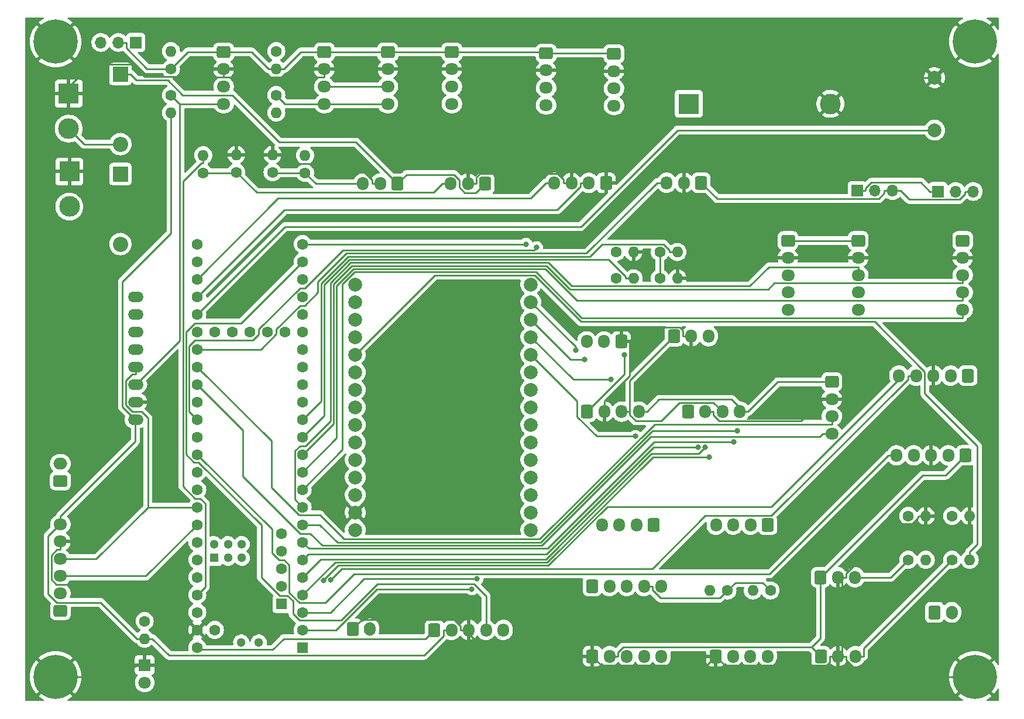
<source format=gtl>
G04 #@! TF.GenerationSoftware,KiCad,Pcbnew,(5.99.0-10988-gd8b1e827c7)*
G04 #@! TF.CreationDate,2021-11-29T12:53:35+01:00*
G04 #@! TF.ProjectId,TeensyPCB,5465656e-7379-4504-9342-2e6b69636164,rev?*
G04 #@! TF.SameCoordinates,Original*
G04 #@! TF.FileFunction,Copper,L1,Top*
G04 #@! TF.FilePolarity,Positive*
%FSLAX46Y46*%
G04 Gerber Fmt 4.6, Leading zero omitted, Abs format (unit mm)*
G04 Created by KiCad (PCBNEW (5.99.0-10988-gd8b1e827c7)) date 2021-11-29 12:53:35*
%MOMM*%
%LPD*%
G01*
G04 APERTURE LIST*
G04 Aperture macros list*
%AMRoundRect*
0 Rectangle with rounded corners*
0 $1 Rounding radius*
0 $2 $3 $4 $5 $6 $7 $8 $9 X,Y pos of 4 corners*
0 Add a 4 corners polygon primitive as box body*
4,1,4,$2,$3,$4,$5,$6,$7,$8,$9,$2,$3,0*
0 Add four circle primitives for the rounded corners*
1,1,$1+$1,$2,$3*
1,1,$1+$1,$4,$5*
1,1,$1+$1,$6,$7*
1,1,$1+$1,$8,$9*
0 Add four rect primitives between the rounded corners*
20,1,$1+$1,$2,$3,$4,$5,0*
20,1,$1+$1,$4,$5,$6,$7,0*
20,1,$1+$1,$6,$7,$8,$9,0*
20,1,$1+$1,$8,$9,$2,$3,0*%
G04 Aperture macros list end*
G04 #@! TA.AperFunction,ComponentPad*
%ADD10RoundRect,0.250000X-0.725000X0.600000X-0.725000X-0.600000X0.725000X-0.600000X0.725000X0.600000X0*%
G04 #@! TD*
G04 #@! TA.AperFunction,ComponentPad*
%ADD11O,1.950000X1.700000*%
G04 #@! TD*
G04 #@! TA.AperFunction,ComponentPad*
%ADD12RoundRect,0.250000X0.600000X0.725000X-0.600000X0.725000X-0.600000X-0.725000X0.600000X-0.725000X0*%
G04 #@! TD*
G04 #@! TA.AperFunction,ComponentPad*
%ADD13O,1.700000X1.950000*%
G04 #@! TD*
G04 #@! TA.AperFunction,ComponentPad*
%ADD14RoundRect,0.250000X-0.600000X-0.750000X0.600000X-0.750000X0.600000X0.750000X-0.600000X0.750000X0*%
G04 #@! TD*
G04 #@! TA.AperFunction,ComponentPad*
%ADD15O,1.700000X2.000000*%
G04 #@! TD*
G04 #@! TA.AperFunction,ComponentPad*
%ADD16C,1.600000*%
G04 #@! TD*
G04 #@! TA.AperFunction,ComponentPad*
%ADD17O,1.600000X1.600000*%
G04 #@! TD*
G04 #@! TA.AperFunction,ComponentPad*
%ADD18C,2.000000*%
G04 #@! TD*
G04 #@! TA.AperFunction,ComponentPad*
%ADD19R,1.800000X1.800000*%
G04 #@! TD*
G04 #@! TA.AperFunction,ComponentPad*
%ADD20C,1.800000*%
G04 #@! TD*
G04 #@! TA.AperFunction,ComponentPad*
%ADD21R,2.200000X2.200000*%
G04 #@! TD*
G04 #@! TA.AperFunction,ComponentPad*
%ADD22O,2.200000X2.200000*%
G04 #@! TD*
G04 #@! TA.AperFunction,ComponentPad*
%ADD23R,3.000000X3.000000*%
G04 #@! TD*
G04 #@! TA.AperFunction,ComponentPad*
%ADD24C,3.000000*%
G04 #@! TD*
G04 #@! TA.AperFunction,ComponentPad*
%ADD25RoundRect,0.250000X-0.600000X-0.725000X0.600000X-0.725000X0.600000X0.725000X-0.600000X0.725000X0*%
G04 #@! TD*
G04 #@! TA.AperFunction,ComponentPad*
%ADD26C,3.600000*%
G04 #@! TD*
G04 #@! TA.AperFunction,ConnectorPad*
%ADD27C,6.400000*%
G04 #@! TD*
G04 #@! TA.AperFunction,ComponentPad*
%ADD28R,1.600000X1.600000*%
G04 #@! TD*
G04 #@! TA.AperFunction,ComponentPad*
%ADD29R,1.300000X1.300000*%
G04 #@! TD*
G04 #@! TA.AperFunction,ComponentPad*
%ADD30C,1.300000*%
G04 #@! TD*
G04 #@! TA.AperFunction,ComponentPad*
%ADD31R,1.700000X1.700000*%
G04 #@! TD*
G04 #@! TA.AperFunction,ComponentPad*
%ADD32O,1.700000X1.700000*%
G04 #@! TD*
G04 #@! TA.AperFunction,ComponentPad*
%ADD33O,2.268000X1.524000*%
G04 #@! TD*
G04 #@! TA.AperFunction,ComponentPad*
%ADD34RoundRect,0.250000X0.725000X-0.600000X0.725000X0.600000X-0.725000X0.600000X-0.725000X-0.600000X0*%
G04 #@! TD*
G04 #@! TA.AperFunction,ComponentPad*
%ADD35RoundRect,0.250000X0.750000X-0.600000X0.750000X0.600000X-0.750000X0.600000X-0.750000X-0.600000X0*%
G04 #@! TD*
G04 #@! TA.AperFunction,ComponentPad*
%ADD36O,2.000000X1.700000*%
G04 #@! TD*
G04 #@! TA.AperFunction,ViaPad*
%ADD37C,0.800000*%
G04 #@! TD*
G04 #@! TA.AperFunction,Conductor*
%ADD38C,0.250000*%
G04 #@! TD*
G04 APERTURE END LIST*
D10*
X100330000Y-39490000D03*
D11*
X100330000Y-41990000D03*
X100330000Y-44490000D03*
X100330000Y-46990000D03*
D10*
X81890000Y-39490000D03*
D11*
X81890000Y-41990000D03*
X81890000Y-44490000D03*
X81890000Y-46990000D03*
D12*
X122646000Y-58450000D03*
D13*
X120146000Y-58450000D03*
X117646000Y-58450000D03*
X115146000Y-58450000D03*
D12*
X136398000Y-58420000D03*
D13*
X133898000Y-58420000D03*
X131398000Y-58420000D03*
D10*
X113976000Y-39659000D03*
D11*
X113976000Y-42159000D03*
X113976000Y-44659000D03*
X113976000Y-47159000D03*
D10*
X123786000Y-39749000D03*
D11*
X123786000Y-42249000D03*
X123786000Y-44749000D03*
X123786000Y-47249000D03*
D12*
X92456000Y-58547000D03*
D13*
X89956000Y-58547000D03*
X87456000Y-58547000D03*
D14*
X85979000Y-123063000D03*
D15*
X88479000Y-123063000D03*
D16*
X79101000Y-56988000D03*
D17*
X79101000Y-54448000D03*
D16*
X74391000Y-56898000D03*
D17*
X74391000Y-54358000D03*
D16*
X64361000Y-56988000D03*
D17*
X64361000Y-54448000D03*
D16*
X69151000Y-56898000D03*
D17*
X69151000Y-54358000D03*
D16*
X55880000Y-121920000D03*
D17*
X55880000Y-124460000D03*
D18*
X170180000Y-43200360D03*
X170180000Y-50800040D03*
D19*
X55880000Y-128270000D03*
D20*
X55880000Y-130810000D03*
D12*
X105156000Y-58547000D03*
D13*
X102656000Y-58547000D03*
X100156000Y-58547000D03*
D21*
X52370000Y-42672000D03*
D22*
X52370000Y-52832000D03*
D21*
X52370000Y-57150000D03*
D22*
X52370000Y-67310000D03*
D23*
X44890000Y-45510000D03*
D24*
X44890000Y-50590000D03*
D23*
X44990000Y-56800000D03*
D24*
X44990000Y-61880000D03*
D10*
X91070000Y-39490000D03*
D11*
X91070000Y-41990000D03*
X91070000Y-44490000D03*
X91070000Y-46990000D03*
D16*
X74930000Y-45720000D03*
D17*
X74930000Y-48260000D03*
D16*
X74930000Y-39370000D03*
D17*
X74930000Y-41910000D03*
D25*
X132461000Y-80645000D03*
D13*
X134961000Y-80645000D03*
X137461000Y-80645000D03*
D26*
X43000000Y-38000000D03*
D27*
X43000000Y-38000000D03*
X176000000Y-38000000D03*
D26*
X176000000Y-38000000D03*
D27*
X176000000Y-130000000D03*
D26*
X176000000Y-130000000D03*
X43000000Y-130000000D03*
D27*
X43000000Y-130000000D03*
D12*
X174677000Y-97907600D03*
D13*
X172177000Y-97907600D03*
X169677000Y-97907600D03*
X167177000Y-97907600D03*
X164677000Y-97907600D03*
D28*
X78740000Y-125730000D03*
D16*
X78740000Y-123190000D03*
X78740000Y-120650000D03*
X78740000Y-118110000D03*
X78740000Y-115570000D03*
X78740000Y-113030000D03*
X78740000Y-110490000D03*
X78740000Y-107950000D03*
X78740000Y-105410000D03*
X78740000Y-102870000D03*
X78740000Y-100330000D03*
X78740000Y-97790000D03*
X78740000Y-95250000D03*
X78740000Y-92710000D03*
X78740000Y-90170000D03*
X78740000Y-87630000D03*
X78740000Y-85090000D03*
X78740000Y-82550000D03*
X78740000Y-80010000D03*
X78740000Y-77470000D03*
X78740000Y-74930000D03*
X78740000Y-72390000D03*
X78740000Y-69850000D03*
X78740000Y-67310000D03*
X63500000Y-67310000D03*
X63500000Y-69850000D03*
X63500000Y-72390000D03*
X63500000Y-74930000D03*
X63500000Y-77470000D03*
X63500000Y-80010000D03*
X63500000Y-82550000D03*
X63500000Y-85090000D03*
X63500000Y-87630000D03*
X63500000Y-90170000D03*
X63500000Y-92710000D03*
X63500000Y-95250000D03*
X63500000Y-97790000D03*
X63500000Y-100330000D03*
X63500000Y-102870000D03*
X63500000Y-105410000D03*
X63500000Y-107950000D03*
X63500000Y-110490000D03*
X63500000Y-113030000D03*
X63500000Y-115570000D03*
X63500000Y-118110000D03*
X63500000Y-120650000D03*
X63500000Y-123190000D03*
X63500000Y-125730000D03*
X66040000Y-123190000D03*
X76200000Y-80010000D03*
X73660000Y-80010000D03*
X71120000Y-80010000D03*
X68580000Y-80010000D03*
X66040000Y-80010000D03*
D28*
X75689200Y-119430800D03*
D16*
X75689200Y-116890800D03*
X75689200Y-114350800D03*
X75689200Y-111810800D03*
X75689200Y-109270800D03*
D29*
X65938400Y-112760000D03*
D30*
X67938400Y-112760000D03*
X69938400Y-112760000D03*
X69938400Y-110760000D03*
X67938400Y-110760000D03*
X65938400Y-110760000D03*
X69850000Y-125000000D03*
X72390000Y-125000000D03*
D31*
X54610000Y-38100000D03*
D32*
X52070000Y-38100000D03*
X49530000Y-38100000D03*
D25*
X134493000Y-91567000D03*
D13*
X136993000Y-91567000D03*
X139493000Y-91567000D03*
X141993000Y-91567000D03*
D25*
X119881000Y-91567000D03*
D13*
X122381000Y-91567000D03*
X124881000Y-91567000D03*
X127381000Y-91567000D03*
D10*
X148971000Y-66802000D03*
D11*
X148971000Y-69302000D03*
X148971000Y-71802000D03*
X148971000Y-74302000D03*
X148971000Y-76802000D03*
D10*
X159131000Y-66802000D03*
D11*
X159131000Y-69302000D03*
X159131000Y-71802000D03*
X159131000Y-74302000D03*
X159131000Y-76802000D03*
D10*
X174244000Y-66802000D03*
D11*
X174244000Y-69302000D03*
X174244000Y-71802000D03*
X174244000Y-74302000D03*
X174244000Y-76802000D03*
D31*
X159004000Y-59563000D03*
D32*
X161544000Y-59563000D03*
X164084000Y-59563000D03*
D31*
X170688000Y-59690000D03*
D32*
X173228000Y-59690000D03*
X175768000Y-59690000D03*
D16*
X124079000Y-72263000D03*
D17*
X126619000Y-72263000D03*
D16*
X130429000Y-68453000D03*
D17*
X132969000Y-68453000D03*
D16*
X124079000Y-68453000D03*
D17*
X126619000Y-68453000D03*
D16*
X130429000Y-72263000D03*
D17*
X132969000Y-72263000D03*
D16*
X59690000Y-45720000D03*
D17*
X59690000Y-48260000D03*
D16*
X59690000Y-41910000D03*
D17*
X59690000Y-39370000D03*
D33*
X54610000Y-92710000D03*
X54610000Y-90170000D03*
X54610000Y-87630000D03*
X54610000Y-85090000D03*
X54610000Y-82550000D03*
X54610000Y-80010000D03*
X54610000Y-77470000D03*
X54610000Y-74930000D03*
D10*
X67310000Y-39490000D03*
D11*
X67310000Y-41990000D03*
X67310000Y-44490000D03*
X67310000Y-46990000D03*
D34*
X43688000Y-120396000D03*
D11*
X43688000Y-117896000D03*
X43688000Y-115396000D03*
X43688000Y-112896000D03*
X43688000Y-110396000D03*
X43688000Y-107896000D03*
D23*
X134620000Y-46990000D03*
D24*
X155110000Y-46990000D03*
D35*
X43688000Y-101600000D03*
D36*
X43688000Y-99100000D03*
D25*
X97790000Y-123190000D03*
D13*
X100290000Y-123190000D03*
X102790000Y-123190000D03*
X105290000Y-123190000D03*
X107790000Y-123190000D03*
D12*
X175006000Y-86360000D03*
D13*
X172506000Y-86360000D03*
X170006000Y-86360000D03*
X167506000Y-86360000D03*
X165006000Y-86360000D03*
D12*
X124841000Y-81407000D03*
D13*
X122341000Y-81407000D03*
X119841000Y-81407000D03*
D10*
X155321000Y-87249000D03*
D11*
X155321000Y-89749000D03*
X155321000Y-92249000D03*
X155321000Y-94749000D03*
D25*
X120650000Y-127000000D03*
D13*
X123150000Y-127000000D03*
X125650000Y-127000000D03*
X128150000Y-127000000D03*
X130650000Y-127000000D03*
D25*
X120650000Y-116840000D03*
D13*
X123150000Y-116840000D03*
X125650000Y-116840000D03*
X128150000Y-116840000D03*
X130650000Y-116840000D03*
D25*
X138510000Y-127000000D03*
D13*
X141010000Y-127000000D03*
X143510000Y-127000000D03*
X146010000Y-127000000D03*
D16*
X140208000Y-117475000D03*
D17*
X137668000Y-117475000D03*
D16*
X146431000Y-117475000D03*
D17*
X143891000Y-117475000D03*
D18*
X86360000Y-73152000D03*
X86360000Y-75692000D03*
X86360000Y-78232000D03*
X86360000Y-80772000D03*
X86360000Y-83312000D03*
X86360000Y-85852000D03*
X86360000Y-88392000D03*
X86360000Y-90932000D03*
X86360000Y-93472000D03*
X86360000Y-96012000D03*
X86360000Y-98552000D03*
X86360000Y-101092000D03*
X86360000Y-103632000D03*
X86360000Y-106172000D03*
X86360000Y-108712000D03*
X111760000Y-108712000D03*
X111760000Y-106172000D03*
X111760000Y-103632000D03*
X111760000Y-101092000D03*
X111760000Y-98552000D03*
X111760000Y-96012000D03*
X111760000Y-93472000D03*
X111760000Y-90932000D03*
X111760000Y-88392000D03*
X111760000Y-85852000D03*
X111760000Y-83312000D03*
X111760000Y-80772000D03*
X111760000Y-78232000D03*
X111760000Y-75692000D03*
X111760000Y-73152000D03*
D25*
X153670000Y-115570000D03*
D13*
X156170000Y-115570000D03*
X158670000Y-115570000D03*
D12*
X129540000Y-107950000D03*
D13*
X127040000Y-107950000D03*
X124540000Y-107950000D03*
X122040000Y-107950000D03*
D25*
X153710000Y-127000000D03*
D13*
X156210000Y-127000000D03*
X158710000Y-127000000D03*
D12*
X146050000Y-107950000D03*
D13*
X143550000Y-107950000D03*
X141050000Y-107950000D03*
X138550000Y-107950000D03*
D16*
X166370000Y-106680000D03*
D17*
X168910000Y-106680000D03*
D16*
X172720000Y-106680000D03*
D17*
X175260000Y-106680000D03*
D16*
X166370000Y-113030000D03*
D17*
X168910000Y-113030000D03*
D16*
X172720000Y-113030000D03*
D17*
X175260000Y-113030000D03*
D14*
X170180000Y-120650000D03*
D15*
X172680000Y-120650000D03*
D37*
X135933800Y-96711800D03*
X136966600Y-96750400D03*
X141656100Y-94384500D03*
X141121900Y-95986400D03*
X137544700Y-98140000D03*
X125314200Y-83341400D03*
X103221900Y-117262600D03*
X103978700Y-115811600D03*
X81796200Y-116069600D03*
X82796500Y-115939000D03*
X112616700Y-67811400D03*
X111083800Y-67310000D03*
X118233500Y-82667900D03*
X126900800Y-95154700D03*
X123382800Y-86915900D03*
X119506300Y-83994100D03*
D38*
X76200000Y-46990000D02*
X81890000Y-46990000D01*
X74930000Y-45720000D02*
X76200000Y-46990000D01*
X81890000Y-46990000D02*
X91070000Y-46990000D01*
X81890000Y-44490000D02*
X91070000Y-44490000D01*
X88780700Y-58032800D02*
X88780700Y-58547000D01*
X47243700Y-42243600D02*
X48240700Y-41246600D01*
X138510000Y-127000000D02*
X139828200Y-128318200D01*
X122381000Y-90075900D02*
X122381000Y-91567000D01*
X48240700Y-41246600D02*
X54066800Y-41246600D01*
X133785700Y-79763500D02*
X133785700Y-80645000D01*
X104365000Y-57131800D02*
X103831300Y-57665500D01*
X102656000Y-58547000D02*
X103831300Y-58547000D01*
X150869200Y-92900500D02*
X154020700Y-89749000D01*
X76805800Y-55647500D02*
X86395400Y-55647500D01*
X63500000Y-123190000D02*
X56956000Y-116646000D01*
X132969000Y-72263000D02*
X134094300Y-72263000D01*
X115666700Y-42249000D02*
X115366300Y-42249000D01*
X69151000Y-54358000D02*
X74391000Y-54358000D01*
X134094300Y-72263000D02*
X137055300Y-69302000D01*
X159131000Y-69302000D02*
X150271300Y-69302000D01*
X115666700Y-57131800D02*
X104365000Y-57131800D01*
X56956000Y-116646000D02*
X43120500Y-116646000D01*
X156797700Y-115570000D02*
X157345300Y-115570000D01*
X67310000Y-43165300D02*
X81890000Y-43165300D01*
X102790000Y-123190000D02*
X102274400Y-123190000D01*
X42378400Y-115903900D02*
X42378400Y-112366700D01*
X116470700Y-57935800D02*
X115666700Y-57131800D01*
X100670400Y-121731500D02*
X101614700Y-122675800D01*
X139828200Y-128318200D02*
X154598000Y-128318200D01*
X44890000Y-45510000D02*
X44890000Y-44597300D01*
X134961000Y-80645000D02*
X133785700Y-80645000D01*
X166940800Y-107805300D02*
X164595800Y-107805300D01*
X128150200Y-79335000D02*
X133357200Y-79335000D01*
X115666700Y-42249000D02*
X115666700Y-57131800D01*
X116470700Y-58450000D02*
X116470700Y-57935800D01*
X157345300Y-115055800D02*
X157345300Y-115570000D01*
X113976000Y-42159000D02*
X112675700Y-42159000D01*
X103831300Y-57665500D02*
X103831300Y-58547000D01*
X102274400Y-123190000D02*
X106084400Y-127000000D01*
X106084400Y-127000000D02*
X120650000Y-127000000D01*
X55855600Y-43035400D02*
X60536200Y-43035400D01*
X42378400Y-112366700D02*
X43173800Y-111571300D01*
X117646000Y-58450000D02*
X116470700Y-58450000D01*
X156170000Y-115570000D02*
X156797700Y-115570000D01*
X157385300Y-127514200D02*
X159871100Y-130000000D01*
X133357200Y-79335000D02*
X133785700Y-79763500D01*
X137208500Y-128301500D02*
X121951500Y-128301500D01*
X91070000Y-41990000D02*
X81890000Y-41990000D01*
X164595800Y-107805300D02*
X157345300Y-115055800D01*
X60666100Y-43165300D02*
X67310000Y-43165300D01*
X126078200Y-81407000D02*
X128150200Y-79335000D01*
X115366300Y-42249000D02*
X115276300Y-42159000D01*
X55880000Y-128270000D02*
X54654700Y-128270000D01*
X89956000Y-58547000D02*
X88780700Y-58547000D01*
X60536200Y-43035400D02*
X60666100Y-43165300D01*
X154598000Y-128318200D02*
X155034700Y-127881500D01*
X138168300Y-92081200D02*
X138987600Y-92900500D01*
X121951500Y-128301500D02*
X120650000Y-127000000D01*
X43688000Y-110396000D02*
X43688000Y-111571300D01*
X54654700Y-128270000D02*
X52924700Y-130000000D01*
X170180000Y-43200400D02*
X158899600Y-43200400D01*
X156797700Y-127000000D02*
X156797700Y-115570000D01*
X159871100Y-130000000D02*
X176000000Y-130000000D01*
X167784700Y-106961400D02*
X166940800Y-107805300D01*
X156210000Y-127000000D02*
X155034700Y-127000000D01*
X75516300Y-54358000D02*
X76805800Y-55647500D01*
X54066800Y-41246600D02*
X55855600Y-43035400D01*
X47243700Y-42243600D02*
X43000000Y-38000000D01*
X74391000Y-54358000D02*
X75516300Y-54358000D01*
X156797700Y-127000000D02*
X157385300Y-127000000D01*
X155321000Y-89749000D02*
X154020700Y-89749000D01*
X81890000Y-41990000D02*
X81890000Y-43165300D01*
X138510000Y-127000000D02*
X137208500Y-128301500D01*
X113976000Y-42159000D02*
X115276300Y-42159000D01*
X156210000Y-127000000D02*
X156797700Y-127000000D01*
X136993000Y-91567000D02*
X138168300Y-91567000D01*
X44890000Y-44597300D02*
X47243700Y-42243600D01*
X43173800Y-111571300D02*
X43688000Y-111571300D01*
X174244000Y-69302000D02*
X159131000Y-69302000D01*
X155034700Y-127881500D02*
X155034700Y-127000000D01*
X124841000Y-81407000D02*
X126078200Y-81407000D01*
X138168300Y-91567000D02*
X138168300Y-92081200D01*
X126078200Y-86378700D02*
X122381000Y-90075900D01*
X85979000Y-123063000D02*
X87310500Y-121731500D01*
X157385300Y-127000000D02*
X157385300Y-127514200D01*
X167784700Y-106680000D02*
X167784700Y-106961400D01*
X123786000Y-42249000D02*
X115666700Y-42249000D01*
X102274400Y-123190000D02*
X101614700Y-123190000D01*
X87310500Y-121731500D02*
X100670400Y-121731500D01*
X137055300Y-69302000D02*
X148971000Y-69302000D01*
X148971000Y-69302000D02*
X150271300Y-69302000D01*
X43120500Y-116646000D02*
X42378400Y-115903900D01*
X86395400Y-55647500D02*
X88780700Y-58032800D01*
X67310000Y-41990000D02*
X67310000Y-43165300D01*
X158899600Y-43200400D02*
X155110000Y-46990000D01*
X112506700Y-41990000D02*
X112675700Y-42159000D01*
X100330000Y-41990000D02*
X112506700Y-41990000D01*
X138987600Y-92900500D02*
X150869200Y-92900500D01*
X101614700Y-122675800D02*
X101614700Y-123190000D01*
X91070000Y-41990000D02*
X100330000Y-41990000D01*
X168910000Y-106680000D02*
X167784700Y-106680000D01*
X52924700Y-130000000D02*
X43000000Y-130000000D01*
X126078200Y-81407000D02*
X126078200Y-86378700D01*
X129554100Y-96711800D02*
X135933800Y-96711800D01*
X114059300Y-112206600D02*
X129554100Y-96711800D01*
X78740000Y-113030000D02*
X79563400Y-112206600D01*
X79563400Y-112206600D02*
X114059300Y-112206600D01*
X81362900Y-112947100D02*
X78740000Y-115570000D01*
X136027400Y-97689600D02*
X129213200Y-97689600D01*
X113955700Y-112947100D02*
X81362900Y-112947100D01*
X136966600Y-96750400D02*
X136027400Y-97689600D01*
X129213200Y-97689600D02*
X113955700Y-112947100D01*
X143432300Y-73391700D02*
X117640600Y-73391700D01*
X78352900Y-96520000D02*
X77606700Y-97266200D01*
X159131000Y-71802000D02*
X159131000Y-70626700D01*
X77606700Y-104276700D02*
X78740000Y-105410000D01*
X146197300Y-70626700D02*
X143432300Y-73391700D01*
X82753700Y-92902000D02*
X79135700Y-96520000D01*
X85692700Y-70008400D02*
X82753700Y-72947400D01*
X159131000Y-70626700D02*
X146197300Y-70626700D01*
X77606700Y-97266200D02*
X77606700Y-104276700D01*
X82753700Y-72947400D02*
X82753700Y-92902000D01*
X114257300Y-70008400D02*
X85692700Y-70008400D01*
X117640600Y-73391700D02*
X114257300Y-70008400D01*
X79135700Y-96520000D02*
X78352900Y-96520000D01*
X81203000Y-107950000D02*
X78740000Y-107950000D01*
X129333800Y-94384500D02*
X113205800Y-110512500D01*
X141656100Y-94384500D02*
X129333800Y-94384500D01*
X83765500Y-110512500D02*
X81203000Y-107950000D01*
X113205800Y-110512500D02*
X83765500Y-110512500D01*
X117454100Y-73842100D02*
X114070700Y-70458700D01*
X174244000Y-71802000D02*
X174244000Y-72977300D01*
X146107800Y-73842100D02*
X117454100Y-73842100D01*
X114070700Y-70458700D02*
X85879300Y-70458700D01*
X146972600Y-72977300D02*
X146107800Y-73842100D01*
X85879300Y-70458700D02*
X83204000Y-73134000D01*
X174244000Y-72977300D02*
X146972600Y-72977300D01*
X83204000Y-73134000D02*
X83204000Y-93326000D01*
X83204000Y-93326000D02*
X78740000Y-97790000D01*
X174244000Y-75477300D02*
X118452400Y-75477300D01*
X83654400Y-73320500D02*
X83654400Y-95415600D01*
X86065800Y-70909100D02*
X83654400Y-73320500D01*
X113884200Y-70909100D02*
X86065800Y-70909100D01*
X83654400Y-95415600D02*
X78740000Y-100330000D01*
X174244000Y-74302000D02*
X174244000Y-75477300D01*
X118452400Y-75477300D02*
X113884200Y-70909100D01*
X174244000Y-76802000D02*
X174244000Y-77977300D01*
X84523000Y-73094900D02*
X86249600Y-71368300D01*
X84523000Y-97087000D02*
X84523000Y-73094900D01*
X86249600Y-71368300D02*
X112488000Y-71368300D01*
X119097000Y-77977300D02*
X174244000Y-77977300D01*
X78740000Y-102870000D02*
X84523000Y-97087000D01*
X112488000Y-71368300D02*
X119097000Y-77977300D01*
X75197200Y-60692800D02*
X111727900Y-60692800D01*
X63500000Y-72390000D02*
X75197200Y-60692800D01*
X111727900Y-60692800D02*
X113970700Y-58450000D01*
X115146000Y-58450000D02*
X113970700Y-58450000D01*
X120146000Y-58450000D02*
X118970700Y-58450000D01*
X63500000Y-74930000D02*
X76090100Y-62339900D01*
X118970700Y-58964200D02*
X118970700Y-58450000D01*
X115595000Y-62339900D02*
X118970700Y-58964200D01*
X76090100Y-62339900D02*
X115595000Y-62339900D01*
X170180000Y-50800000D02*
X132963100Y-50800000D01*
X132963100Y-50800000D02*
X118991400Y-64771700D01*
X76198300Y-64771700D02*
X63500000Y-77470000D01*
X118991400Y-64771700D02*
X76198300Y-64771700D01*
X130012700Y-58420000D02*
X119775300Y-68657400D01*
X78353400Y-76200000D02*
X74930000Y-79623400D01*
X72715600Y-82550000D02*
X63500000Y-82550000D01*
X85090800Y-68657400D02*
X80952500Y-72795700D01*
X119775300Y-68657400D02*
X85090800Y-68657400D01*
X74930000Y-80335600D02*
X72715600Y-82550000D01*
X74930000Y-79623400D02*
X74930000Y-80335600D01*
X131398000Y-58420000D02*
X130012700Y-58420000D01*
X80952500Y-72795700D02*
X80952500Y-74310000D01*
X80952500Y-74310000D02*
X79062500Y-76200000D01*
X79062500Y-76200000D02*
X78353400Y-76200000D01*
X61413200Y-58239800D02*
X61413200Y-102380900D01*
X64638900Y-104892700D02*
X64638900Y-116971100D01*
X63172300Y-104140000D02*
X63886200Y-104140000D01*
X64361000Y-55573300D02*
X64079700Y-55573300D01*
X64079700Y-55573300D02*
X61413200Y-58239800D01*
X64638900Y-116971100D02*
X63500000Y-118110000D01*
X64361000Y-54448000D02*
X64361000Y-55573300D01*
X63886200Y-104140000D02*
X64638900Y-104892700D01*
X61413200Y-102380900D02*
X63172300Y-104140000D01*
X67310000Y-46990000D02*
X60960000Y-46990000D01*
X43688000Y-115396000D02*
X56054000Y-115396000D01*
X54610000Y-87630000D02*
X60960000Y-81280000D01*
X56054000Y-115396000D02*
X63500000Y-107950000D01*
X60960000Y-81280000D02*
X60960000Y-46990000D01*
X60960000Y-46990000D02*
X59690000Y-45720000D01*
X53144200Y-90614300D02*
X53144200Y-87099400D01*
X55425000Y-91599300D02*
X54129200Y-91599300D01*
X54066300Y-86177300D02*
X54610000Y-86177300D01*
X63500000Y-105410000D02*
X56351000Y-105410000D01*
X53144200Y-87099400D02*
X54066300Y-86177300D01*
X43688000Y-112896000D02*
X48865000Y-112896000D01*
X48865000Y-112896000D02*
X56351000Y-105410000D01*
X56351000Y-92525300D02*
X55425000Y-91599300D01*
X56351000Y-105410000D02*
X56351000Y-92525300D01*
X54610000Y-85090000D02*
X54610000Y-86177300D01*
X54129200Y-91599300D02*
X53144200Y-90614300D01*
X101406000Y-57995100D02*
X101406000Y-59085300D01*
X126056300Y-91567000D02*
X126056300Y-92029700D01*
X125127700Y-125683400D02*
X124325300Y-126485800D01*
X160179300Y-59195700D02*
X161005800Y-58369200D01*
X75339500Y-52546700D02*
X86455700Y-52546700D01*
X123150000Y-127000000D02*
X124325300Y-127000000D01*
X74424600Y-126039700D02*
X63809700Y-126039700D01*
X103812700Y-59890300D02*
X105156000Y-58547000D01*
X160179300Y-59563000D02*
X160179300Y-59195700D01*
X102211000Y-59890300D02*
X103812700Y-59890300D01*
X54699600Y-43576300D02*
X59247100Y-43576300D01*
X68532800Y-45740000D02*
X75339500Y-52546700D01*
X126056300Y-87049700D02*
X126056300Y-91567000D01*
X152393400Y-125683400D02*
X125127700Y-125683400D01*
X153670000Y-124406800D02*
X153670000Y-115570000D01*
X124881000Y-91567000D02*
X126056300Y-91567000D01*
X63809700Y-126039700D02*
X63500000Y-125730000D01*
X101406000Y-59085300D02*
X102211000Y-59890300D01*
X132461000Y-80645000D02*
X126056300Y-87049700D01*
X124325300Y-126485800D02*
X124325300Y-127000000D01*
X61410800Y-45740000D02*
X68532800Y-45740000D01*
X153710000Y-127000000D02*
X152393400Y-125683400D01*
X161005800Y-58369200D02*
X168191900Y-58369200D01*
X126056300Y-92029700D02*
X126946100Y-92919500D01*
X59247100Y-43576300D02*
X61410800Y-45740000D01*
X152393400Y-125683400D02*
X153670000Y-124406800D01*
X170688000Y-59690000D02*
X169512700Y-59690000D01*
X75989100Y-124475200D02*
X74424600Y-126039700D01*
X159004000Y-59563000D02*
X160179300Y-59563000D01*
X92456000Y-58547000D02*
X93756600Y-57246400D01*
X171789000Y-100795600D02*
X174677000Y-97907600D01*
X100657300Y-57246400D02*
X101406000Y-57995100D01*
X133254700Y-90265700D02*
X138191700Y-90265700D01*
X126946100Y-92919500D02*
X130600900Y-92919500D01*
X138191700Y-90265700D02*
X139493000Y-91567000D01*
X53795300Y-42672000D02*
X54699600Y-43576300D01*
X130600900Y-92919500D02*
X133254700Y-90265700D01*
X153670000Y-115570000D02*
X168444400Y-100795600D01*
X168191900Y-58369200D02*
X169512700Y-59690000D01*
X168444400Y-100795600D02*
X171789000Y-100795600D01*
X93756600Y-57246400D02*
X100657300Y-57246400D01*
X96504800Y-124475200D02*
X75989100Y-124475200D01*
X52370000Y-42672000D02*
X53795300Y-42672000D01*
X97790000Y-123190000D02*
X96504800Y-124475200D01*
X86455700Y-52546700D02*
X92456000Y-58547000D01*
X55880000Y-124460000D02*
X54754700Y-124460000D01*
X74930000Y-41910000D02*
X76055300Y-41910000D01*
X162100800Y-60738300D02*
X162908700Y-59930400D01*
X141993000Y-91567000D02*
X142580700Y-91567000D01*
X155321000Y-87249000D02*
X147486300Y-87249000D01*
X166561600Y-60865300D02*
X173784800Y-60865300D01*
X54516600Y-92710000D02*
X54516600Y-95892100D01*
X142580700Y-91567000D02*
X140829000Y-89815300D01*
X175768000Y-59690000D02*
X174592700Y-59690000D01*
X127381000Y-91567000D02*
X128556300Y-91567000D01*
X138716300Y-60738300D02*
X162100800Y-60738300D01*
X59690000Y-65767900D02*
X52657200Y-72800700D01*
X43688000Y-107896000D02*
X43688000Y-107804300D01*
X147486300Y-87249000D02*
X143168300Y-91567000D01*
X165259300Y-59563000D02*
X166561600Y-60865300D01*
X43688000Y-107308300D02*
X43688000Y-106720700D01*
X130308000Y-89815300D02*
X128556300Y-91567000D01*
X113976000Y-39659000D02*
X123696000Y-39659000D01*
X100290000Y-123190000D02*
X99114700Y-123190000D01*
X173784800Y-60865300D02*
X174592700Y-60057400D01*
X43688000Y-107308300D02*
X43688000Y-107804300D01*
X41903600Y-109588700D02*
X41903600Y-117959100D01*
X49502300Y-119207600D02*
X54754700Y-124460000D01*
X99114700Y-124071500D02*
X96303100Y-126883100D01*
X142580700Y-91567000D02*
X143168300Y-91567000D01*
X56247300Y-41910000D02*
X59690000Y-41910000D01*
X78475300Y-39490000D02*
X81890000Y-39490000D01*
X52657200Y-72800700D02*
X52657200Y-90850600D01*
X62110000Y-39490000D02*
X59690000Y-41910000D01*
X54516600Y-95892100D02*
X43688000Y-106720700D01*
X96303100Y-126883100D02*
X59428400Y-126883100D01*
X67310000Y-39490000D02*
X62110000Y-39490000D01*
X76055300Y-41910000D02*
X78475300Y-39490000D01*
X136398000Y-58420000D02*
X138716300Y-60738300D01*
X164084000Y-59563000D02*
X165259300Y-59563000D01*
X52657200Y-90850600D02*
X54516600Y-92710000D01*
X59428400Y-126883100D02*
X57005300Y-124460000D01*
X164084000Y-59563000D02*
X162908700Y-59563000D01*
X91070000Y-39490000D02*
X100330000Y-39490000D01*
X43688000Y-107804300D02*
X41903600Y-109588700D01*
X52070000Y-38100000D02*
X53245300Y-38100000D01*
X174592700Y-60057400D02*
X174592700Y-59690000D01*
X53245300Y-38100000D02*
X53245300Y-38908000D01*
X74930000Y-41910000D02*
X73804700Y-41910000D01*
X99114700Y-123190000D02*
X99114700Y-124071500D01*
X43152100Y-119207600D02*
X49502300Y-119207600D01*
X55880000Y-124460000D02*
X57005300Y-124460000D01*
X162908700Y-59930400D02*
X162908700Y-59563000D01*
X41903600Y-117959100D02*
X43152100Y-119207600D01*
X59690000Y-48260000D02*
X59690000Y-65767900D01*
X113807000Y-39490000D02*
X113976000Y-39659000D01*
X100330000Y-39490000D02*
X113807000Y-39490000D01*
X123696000Y-39659000D02*
X123786000Y-39749000D01*
X81890000Y-39490000D02*
X91070000Y-39490000D01*
X73804700Y-41910000D02*
X71384700Y-39490000D01*
X54610000Y-92710000D02*
X54516600Y-92710000D01*
X71384700Y-39490000D02*
X67310000Y-39490000D01*
X53245300Y-38908000D02*
X56247300Y-41910000D01*
X140829000Y-89815300D02*
X130308000Y-89815300D01*
X79101000Y-56988000D02*
X74481000Y-56988000D01*
X87456000Y-58547000D02*
X80660000Y-58547000D01*
X74481000Y-56988000D02*
X74391000Y-56898000D01*
X80660000Y-58547000D02*
X79101000Y-56988000D01*
X98980700Y-58547000D02*
X97674800Y-59852900D01*
X72105900Y-59852900D02*
X69151000Y-56898000D01*
X64361000Y-56988000D02*
X69061000Y-56988000D01*
X97674800Y-59852900D02*
X72105900Y-59852900D01*
X100156000Y-58547000D02*
X98980700Y-58547000D01*
X69061000Y-56988000D02*
X69151000Y-56898000D01*
X52370000Y-52832000D02*
X47132000Y-52832000D01*
X47132000Y-52832000D02*
X44890000Y-50590000D01*
X76814600Y-113810400D02*
X76814600Y-117776100D01*
X146323300Y-115086000D02*
X163501700Y-97907600D01*
X86143300Y-115086000D02*
X146323300Y-115086000D01*
X81992400Y-119236900D02*
X86143300Y-115086000D01*
X76814600Y-117776100D02*
X78275400Y-119236900D01*
X78275400Y-119236900D02*
X81992400Y-119236900D01*
X164677000Y-97907600D02*
X163501700Y-97907600D01*
X63500000Y-97790000D02*
X74331700Y-108621700D01*
X74331700Y-108621700D02*
X74331700Y-112057200D01*
X76085000Y-113080800D02*
X76814600Y-113810400D01*
X75355300Y-113080800D02*
X76085000Y-113080800D01*
X74331700Y-112057200D02*
X75355300Y-113080800D01*
X114215600Y-111413300D02*
X129642500Y-95986400D01*
X78740000Y-110490000D02*
X79663300Y-111413300D01*
X79663300Y-111413300D02*
X114215600Y-111413300D01*
X129642500Y-95986400D02*
X141121900Y-95986400D01*
X137544700Y-98140000D02*
X129399800Y-98140000D01*
X129399800Y-98140000D02*
X114142400Y-113397400D01*
X78740000Y-118100000D02*
X78740000Y-118110000D01*
X83442600Y-113397400D02*
X78740000Y-118100000D01*
X114142400Y-113397400D02*
X83442600Y-113397400D01*
X123012000Y-69558100D02*
X85506100Y-69558100D01*
X125493700Y-72263000D02*
X125493700Y-72039800D01*
X125493700Y-72039800D02*
X123012000Y-69558100D01*
X126619000Y-72263000D02*
X125493700Y-72263000D01*
X81853100Y-73211100D02*
X81853100Y-92136900D01*
X81853100Y-92136900D02*
X78740000Y-95250000D01*
X85506100Y-69558100D02*
X81853100Y-73211100D01*
X81402800Y-90047200D02*
X78740000Y-92710000D01*
X120315100Y-69107800D02*
X85319500Y-69107800D01*
X122095200Y-67327700D02*
X120315100Y-69107800D01*
X81402800Y-73024500D02*
X81402800Y-90047200D01*
X131843700Y-68171600D02*
X130999800Y-67327700D01*
X130999800Y-67327700D02*
X122095200Y-67327700D01*
X131843700Y-68453000D02*
X131843700Y-68171600D01*
X85319500Y-69107800D02*
X81402800Y-73024500D01*
X132969000Y-68453000D02*
X131843700Y-68453000D01*
X125314200Y-83341400D02*
X125314200Y-86133800D01*
X125314200Y-86133800D02*
X119881000Y-91567000D01*
X130429000Y-68453000D02*
X130429000Y-72263000D01*
X148971000Y-66802000D02*
X159131000Y-66802000D01*
X83579800Y-123190000D02*
X89507200Y-117262600D01*
X78740000Y-123190000D02*
X83579800Y-123190000D01*
X89507200Y-117262600D02*
X103221900Y-117262600D01*
X87644200Y-115811600D02*
X103978700Y-115811600D01*
X78740000Y-120650000D02*
X82805800Y-120650000D01*
X82805800Y-120650000D02*
X87644200Y-115811600D01*
X72778100Y-115572500D02*
X75421100Y-118215500D01*
X84331800Y-121801000D02*
X89595500Y-116537300D01*
X78740000Y-69850000D02*
X69850000Y-78740000D01*
X105290000Y-118304900D02*
X105290000Y-123190000D01*
X103522400Y-116537300D02*
X105290000Y-118304900D01*
X77339600Y-119020200D02*
X77339600Y-120869600D01*
X89595500Y-116537300D02*
X103522400Y-116537300D01*
X75421100Y-118215500D02*
X76534900Y-118215500D01*
X61863600Y-80022300D02*
X61863600Y-97770300D01*
X77339600Y-120869600D02*
X78271000Y-121801000D01*
X78271000Y-121801000D02*
X84331800Y-121801000D01*
X69850000Y-78740000D02*
X63145900Y-78740000D01*
X63145900Y-78740000D02*
X61863600Y-80022300D01*
X61863600Y-97770300D02*
X63008700Y-98915400D01*
X63677000Y-98915400D02*
X72778100Y-108016500D01*
X72778100Y-108016500D02*
X72778100Y-115572500D01*
X76534900Y-118215500D02*
X77339600Y-119020200D01*
X63008700Y-98915400D02*
X63677000Y-98915400D01*
X81796200Y-115913600D02*
X81796200Y-116069600D01*
X122833900Y-105342800D02*
X114329000Y-113847700D01*
X83862100Y-113847700D02*
X81796200Y-115913600D01*
X165006000Y-86360000D02*
X165006000Y-86896500D01*
X165006000Y-86896500D02*
X146559700Y-105342800D01*
X146559700Y-105342800D02*
X122833900Y-105342800D01*
X114329000Y-113847700D02*
X83862100Y-113847700D01*
X129354100Y-114298000D02*
X84437500Y-114298000D01*
X166330700Y-86360000D02*
X166330700Y-86874200D01*
X137003500Y-106648600D02*
X129354100Y-114298000D01*
X167506000Y-86360000D02*
X166330700Y-86360000D01*
X84437500Y-114298000D02*
X82796500Y-115939000D01*
X166330700Y-86874200D02*
X146556300Y-106648600D01*
X146556300Y-106648600D02*
X137003500Y-106648600D01*
X112255000Y-68173100D02*
X112616700Y-67811400D01*
X79101800Y-73660000D02*
X84588700Y-68173100D01*
X71535000Y-81249800D02*
X72390000Y-80394800D01*
X62343000Y-82071100D02*
X63164300Y-81249800D01*
X78383100Y-73660000D02*
X79101800Y-73660000D01*
X72390000Y-79653100D02*
X78383100Y-73660000D01*
X72390000Y-80394800D02*
X72390000Y-79653100D01*
X63500000Y-92710000D02*
X62343000Y-91553000D01*
X84588700Y-68173100D02*
X112255000Y-68173100D01*
X62343000Y-91553000D02*
X62343000Y-82071100D01*
X63164300Y-81249800D02*
X71535000Y-81249800D01*
X155321000Y-94749000D02*
X154020700Y-94749000D01*
X70111100Y-94241100D02*
X70111100Y-100924800D01*
X79865500Y-109220000D02*
X81608400Y-110962900D01*
X70111100Y-100924800D02*
X78406300Y-109220000D01*
X78406300Y-109220000D02*
X79865500Y-109220000D01*
X153533600Y-95236100D02*
X154020700Y-94749000D01*
X129119100Y-95236100D02*
X153533600Y-95236100D01*
X113392300Y-110962900D02*
X129119100Y-95236100D01*
X81608400Y-110962900D02*
X113392300Y-110962900D01*
X63500000Y-87630000D02*
X70111100Y-94241100D01*
X84758500Y-110062100D02*
X81231800Y-106535400D01*
X155321000Y-93424300D02*
X129657100Y-93424300D01*
X155321000Y-92249000D02*
X155321000Y-93424300D01*
X78229600Y-106535400D02*
X74240400Y-102546200D01*
X74240400Y-102546200D02*
X74240400Y-95830400D01*
X113019300Y-110062100D02*
X84758500Y-110062100D01*
X129657100Y-93424300D02*
X113019300Y-110062100D01*
X81231800Y-106535400D02*
X78229600Y-106535400D01*
X74240400Y-95830400D02*
X63500000Y-85090000D01*
X78740000Y-67310000D02*
X111083800Y-67310000D01*
X129325300Y-117354200D02*
X130571500Y-118600400D01*
X140208000Y-117475000D02*
X141344900Y-116338100D01*
X129325300Y-116840000D02*
X129325300Y-117354200D01*
X128150000Y-116840000D02*
X129325300Y-116840000D01*
X141344900Y-116338100D02*
X145294100Y-116338100D01*
X145294100Y-116338100D02*
X146431000Y-117475000D01*
X130571500Y-118600400D02*
X139082600Y-118600400D01*
X139082600Y-118600400D02*
X140208000Y-117475000D01*
X163830000Y-115570000D02*
X166370000Y-113030000D01*
X158670000Y-115570000D02*
X163830000Y-115570000D01*
X159885300Y-127000000D02*
X159885300Y-125864700D01*
X158710000Y-127000000D02*
X159885300Y-127000000D01*
X159885300Y-125864700D02*
X172720000Y-113030000D01*
X118233500Y-82165500D02*
X118233500Y-82667900D01*
X111760000Y-75692000D02*
X118233500Y-82165500D01*
X118462200Y-90014200D02*
X111760000Y-83312000D01*
X121295600Y-95154700D02*
X118462200Y-92321300D01*
X126900800Y-95154700D02*
X121295600Y-95154700D01*
X118462200Y-92321300D02*
X118462200Y-90014200D01*
X111760000Y-80772000D02*
X117903900Y-86915900D01*
X117903900Y-86915900D02*
X123382800Y-86915900D01*
X117522100Y-83994100D02*
X119506300Y-83994100D01*
X111760000Y-78232000D02*
X117522100Y-83994100D01*
X119046600Y-78563800D02*
X161532000Y-78563800D01*
X176385300Y-110779400D02*
X175260000Y-111904700D01*
X97846000Y-71826000D02*
X112308800Y-71826000D01*
X175260000Y-113030000D02*
X175260000Y-111904700D01*
X168756000Y-85787800D02*
X168756000Y-88957100D01*
X176385300Y-96586400D02*
X176385300Y-110779400D01*
X86360000Y-83312000D02*
X97846000Y-71826000D01*
X112308800Y-71826000D02*
X119046600Y-78563800D01*
X168756000Y-88957100D02*
X176385300Y-96586400D01*
X161532000Y-78563800D02*
X168756000Y-85787800D01*
G04 #@! TA.AperFunction,Conductor*
G36*
X41229352Y-34528002D02*
G01*
X41275845Y-34581658D01*
X41285949Y-34651932D01*
X41256455Y-34716512D01*
X41218434Y-34746267D01*
X41146441Y-34782949D01*
X41140731Y-34786246D01*
X40820328Y-34994318D01*
X40814977Y-34998206D01*
X40576232Y-35191539D01*
X40567764Y-35203797D01*
X40574097Y-35214887D01*
X42987188Y-37627978D01*
X43001132Y-37635592D01*
X43002965Y-37635461D01*
X43009580Y-37631210D01*
X45425037Y-35215753D01*
X45432177Y-35202677D01*
X45424718Y-35192308D01*
X45185023Y-34998206D01*
X45179672Y-34994318D01*
X44859269Y-34786246D01*
X44853559Y-34782949D01*
X44781566Y-34746267D01*
X44729951Y-34697518D01*
X44712885Y-34628604D01*
X44735786Y-34561402D01*
X44791384Y-34517250D01*
X44838769Y-34508000D01*
X174161231Y-34508000D01*
X174229352Y-34528002D01*
X174275845Y-34581658D01*
X174285949Y-34651932D01*
X174256455Y-34716512D01*
X174218434Y-34746267D01*
X174146441Y-34782949D01*
X174140731Y-34786246D01*
X173820328Y-34994318D01*
X173814977Y-34998206D01*
X173576232Y-35191539D01*
X173567764Y-35203797D01*
X173574097Y-35214887D01*
X175987188Y-37627978D01*
X176001132Y-37635592D01*
X176002965Y-37635461D01*
X176009580Y-37631210D01*
X178425037Y-35215753D01*
X178432177Y-35202677D01*
X178424718Y-35192308D01*
X178185023Y-34998206D01*
X178179672Y-34994318D01*
X177859269Y-34786246D01*
X177853559Y-34782949D01*
X177781566Y-34746267D01*
X177729951Y-34697518D01*
X177712885Y-34628604D01*
X177735786Y-34561402D01*
X177791384Y-34517250D01*
X177838769Y-34508000D01*
X179366000Y-34508000D01*
X179434121Y-34528002D01*
X179480614Y-34581658D01*
X179492000Y-34634000D01*
X179492000Y-36161231D01*
X179471998Y-36229352D01*
X179418342Y-36275845D01*
X179348068Y-36285949D01*
X179283488Y-36256455D01*
X179253733Y-36218434D01*
X179217051Y-36146441D01*
X179213754Y-36140731D01*
X179005682Y-35820328D01*
X179001794Y-35814977D01*
X178808461Y-35576232D01*
X178796203Y-35567764D01*
X178785113Y-35574097D01*
X176372022Y-37987188D01*
X176364408Y-38001132D01*
X176364539Y-38002965D01*
X176368790Y-38009580D01*
X178784247Y-40425037D01*
X178797323Y-40432177D01*
X178807692Y-40424718D01*
X179001794Y-40185023D01*
X179005682Y-40179672D01*
X179213754Y-39859269D01*
X179217051Y-39853559D01*
X179253733Y-39781566D01*
X179302482Y-39729951D01*
X179371396Y-39712885D01*
X179438598Y-39735786D01*
X179482750Y-39791384D01*
X179492000Y-39838769D01*
X179492000Y-128161231D01*
X179471998Y-128229352D01*
X179418342Y-128275845D01*
X179348068Y-128285949D01*
X179283488Y-128256455D01*
X179253733Y-128218434D01*
X179217051Y-128146441D01*
X179213754Y-128140731D01*
X179005682Y-127820328D01*
X179001794Y-127814977D01*
X178808461Y-127576232D01*
X178796203Y-127567764D01*
X178785113Y-127574097D01*
X176372022Y-129987188D01*
X176364408Y-130001132D01*
X176364539Y-130002965D01*
X176368790Y-130009580D01*
X178784247Y-132425037D01*
X178797323Y-132432177D01*
X178807692Y-132424718D01*
X179001794Y-132185023D01*
X179005682Y-132179672D01*
X179213754Y-131859269D01*
X179217051Y-131853559D01*
X179253733Y-131781566D01*
X179302482Y-131729951D01*
X179371396Y-131712885D01*
X179438598Y-131735786D01*
X179482750Y-131791384D01*
X179492000Y-131838769D01*
X179492000Y-133366000D01*
X179471998Y-133434121D01*
X179418342Y-133480614D01*
X179366000Y-133492000D01*
X177838769Y-133492000D01*
X177770648Y-133471998D01*
X177724155Y-133418342D01*
X177714051Y-133348068D01*
X177743545Y-133283488D01*
X177781566Y-133253733D01*
X177853559Y-133217051D01*
X177859269Y-133213754D01*
X178179672Y-133005682D01*
X178185023Y-133001794D01*
X178423768Y-132808461D01*
X178432236Y-132796203D01*
X178425903Y-132785113D01*
X176012812Y-130372022D01*
X175998868Y-130364408D01*
X175997035Y-130364539D01*
X175990420Y-130368790D01*
X173574963Y-132784247D01*
X173567823Y-132797323D01*
X173575282Y-132807692D01*
X173814977Y-133001794D01*
X173820328Y-133005682D01*
X174140731Y-133213754D01*
X174146441Y-133217051D01*
X174218434Y-133253733D01*
X174270049Y-133302482D01*
X174287115Y-133371396D01*
X174264214Y-133438598D01*
X174208616Y-133482750D01*
X174161231Y-133492000D01*
X44838769Y-133492000D01*
X44770648Y-133471998D01*
X44724155Y-133418342D01*
X44714051Y-133348068D01*
X44743545Y-133283488D01*
X44781566Y-133253733D01*
X44853559Y-133217051D01*
X44859269Y-133213754D01*
X45179672Y-133005682D01*
X45185023Y-133001794D01*
X45423768Y-132808461D01*
X45432236Y-132796203D01*
X45425903Y-132785113D01*
X43012812Y-130372022D01*
X42998868Y-130364408D01*
X42997035Y-130364539D01*
X42990420Y-130368790D01*
X40574963Y-132784247D01*
X40567823Y-132797323D01*
X40575282Y-132807692D01*
X40814977Y-133001794D01*
X40820328Y-133005682D01*
X41140731Y-133213754D01*
X41146441Y-133217051D01*
X41218434Y-133253733D01*
X41270049Y-133302482D01*
X41287115Y-133371396D01*
X41264214Y-133438598D01*
X41208616Y-133482750D01*
X41161231Y-133492000D01*
X38734000Y-133492000D01*
X38665879Y-133471998D01*
X38619386Y-133418342D01*
X38608000Y-133366000D01*
X38608000Y-129996699D01*
X39287173Y-129996699D01*
X39287173Y-130003301D01*
X39307168Y-130384824D01*
X39307854Y-130391362D01*
X39367622Y-130768715D01*
X39368993Y-130775165D01*
X39467872Y-131144188D01*
X39469913Y-131150470D01*
X39606822Y-131507128D01*
X39609504Y-131513153D01*
X39782949Y-131853559D01*
X39786246Y-131859269D01*
X39994318Y-132179672D01*
X39998206Y-132185023D01*
X40191539Y-132423768D01*
X40203797Y-132432236D01*
X40214887Y-132425903D01*
X42627978Y-130012812D01*
X42634356Y-130001132D01*
X43364408Y-130001132D01*
X43364539Y-130002965D01*
X43368790Y-130009580D01*
X45784247Y-132425037D01*
X45797323Y-132432177D01*
X45807692Y-132424718D01*
X46001794Y-132185023D01*
X46005682Y-132179672D01*
X46213754Y-131859269D01*
X46217051Y-131853559D01*
X46390496Y-131513153D01*
X46393178Y-131507128D01*
X46530087Y-131150470D01*
X46532128Y-131144188D01*
X46631007Y-130775165D01*
X46632378Y-130768715D01*
X46692146Y-130391362D01*
X46692832Y-130384824D01*
X46712827Y-130003301D01*
X46712827Y-129996699D01*
X46692832Y-129615176D01*
X46692146Y-129608638D01*
X46632378Y-129231285D01*
X46631007Y-129224835D01*
X46532128Y-128855812D01*
X46530087Y-128849530D01*
X46410328Y-128537548D01*
X54467000Y-128537548D01*
X54467000Y-129167743D01*
X54467161Y-129172250D01*
X54471740Y-129236269D01*
X54474126Y-129249491D01*
X54510819Y-129374458D01*
X54518233Y-129390692D01*
X54587426Y-129498360D01*
X54599112Y-129511847D01*
X54695840Y-129595662D01*
X54710848Y-129605307D01*
X54806156Y-129648832D01*
X54859812Y-129695325D01*
X54879814Y-129763446D01*
X54859812Y-129831567D01*
X54851248Y-129843337D01*
X54715098Y-130009385D01*
X54596857Y-130217104D01*
X54515304Y-130441777D01*
X54472773Y-130676978D01*
X54471831Y-130775165D01*
X54471525Y-130807052D01*
X54470479Y-130915982D01*
X54471328Y-130921252D01*
X54471328Y-130921254D01*
X54507236Y-131144188D01*
X54508487Y-131151957D01*
X54510212Y-131157009D01*
X54510212Y-131157010D01*
X54558989Y-131299881D01*
X54585711Y-131378153D01*
X54699943Y-131588105D01*
X54847916Y-131775807D01*
X55025399Y-131935895D01*
X55227318Y-132063790D01*
X55447900Y-132155835D01*
X55551563Y-132179672D01*
X55675629Y-132208201D01*
X55675633Y-132208202D01*
X55680836Y-132209398D01*
X55686169Y-132209701D01*
X55686170Y-132209701D01*
X55800152Y-132216174D01*
X55919467Y-132222949D01*
X55924774Y-132222349D01*
X55924776Y-132222349D01*
X56049921Y-132208201D01*
X56156970Y-132196099D01*
X56162085Y-132194618D01*
X56162089Y-132194617D01*
X56381430Y-132131100D01*
X56381435Y-132131098D01*
X56386553Y-132129616D01*
X56601652Y-132025401D01*
X56796117Y-131886434D01*
X56964388Y-131716689D01*
X57101652Y-131521019D01*
X57203986Y-131305018D01*
X57268463Y-131074863D01*
X57285023Y-130915982D01*
X57292933Y-130840083D01*
X57292933Y-130840080D01*
X57293240Y-130837136D01*
X57293500Y-130810000D01*
X57273292Y-130571840D01*
X57271951Y-130566672D01*
X57214586Y-130345655D01*
X57214584Y-130345650D01*
X57213245Y-130340490D01*
X57115077Y-130122565D01*
X57030339Y-129996699D01*
X172287173Y-129996699D01*
X172287173Y-130003301D01*
X172307168Y-130384824D01*
X172307854Y-130391362D01*
X172367622Y-130768715D01*
X172368993Y-130775165D01*
X172467872Y-131144188D01*
X172469913Y-131150470D01*
X172606822Y-131507128D01*
X172609504Y-131513153D01*
X172782949Y-131853559D01*
X172786246Y-131859269D01*
X172994318Y-132179672D01*
X172998206Y-132185023D01*
X173191539Y-132423768D01*
X173203797Y-132432236D01*
X173214887Y-132425903D01*
X175627978Y-130012812D01*
X175635592Y-129998868D01*
X175635461Y-129997035D01*
X175631210Y-129990420D01*
X173215753Y-127574963D01*
X173202677Y-127567823D01*
X173192308Y-127575282D01*
X172998206Y-127814977D01*
X172994318Y-127820328D01*
X172786246Y-128140731D01*
X172782949Y-128146441D01*
X172609504Y-128486847D01*
X172606822Y-128492872D01*
X172469913Y-128849530D01*
X172467872Y-128855812D01*
X172368993Y-129224835D01*
X172367622Y-129231285D01*
X172307854Y-129608638D01*
X172307168Y-129615176D01*
X172287173Y-129996699D01*
X57030339Y-129996699D01*
X56981594Y-129924296D01*
X56912472Y-129851838D01*
X56879926Y-129788743D01*
X56886657Y-129718066D01*
X56930531Y-129662248D01*
X56968144Y-129643971D01*
X56984460Y-129639180D01*
X57000692Y-129631767D01*
X57108360Y-129562574D01*
X57121847Y-129550888D01*
X57205662Y-129454160D01*
X57215307Y-129439152D01*
X57268477Y-129322725D01*
X57273502Y-129305612D01*
X57292361Y-129174446D01*
X57293000Y-129165503D01*
X57293000Y-128542115D01*
X57288525Y-128526876D01*
X57287135Y-128525671D01*
X57279452Y-128524000D01*
X54485115Y-128524000D01*
X54469876Y-128528475D01*
X54468671Y-128529865D01*
X54467000Y-128537548D01*
X46410328Y-128537548D01*
X46393178Y-128492872D01*
X46390496Y-128486847D01*
X46217051Y-128146441D01*
X46213754Y-128140731D01*
X46005682Y-127820328D01*
X46001794Y-127814977D01*
X45808461Y-127576232D01*
X45796203Y-127567764D01*
X45785113Y-127574097D01*
X43372022Y-129987188D01*
X43364408Y-130001132D01*
X42634356Y-130001132D01*
X42635592Y-129998868D01*
X42635461Y-129997035D01*
X42631210Y-129990420D01*
X40215753Y-127574963D01*
X40202677Y-127567823D01*
X40192308Y-127575282D01*
X39998206Y-127814977D01*
X39994318Y-127820328D01*
X39786246Y-128140731D01*
X39782949Y-128146441D01*
X39609504Y-128486847D01*
X39606822Y-128492872D01*
X39469913Y-128849530D01*
X39467872Y-128855812D01*
X39368993Y-129224835D01*
X39367622Y-129231285D01*
X39307854Y-129608638D01*
X39307168Y-129615176D01*
X39287173Y-129996699D01*
X38608000Y-129996699D01*
X38608000Y-127203797D01*
X40567764Y-127203797D01*
X40574097Y-127214887D01*
X42987188Y-129627978D01*
X43001132Y-129635592D01*
X43002965Y-129635461D01*
X43009580Y-129631210D01*
X45266295Y-127374495D01*
X54467000Y-127374495D01*
X54467000Y-127997885D01*
X54471475Y-128013124D01*
X54472865Y-128014329D01*
X54480548Y-128016000D01*
X55607885Y-128016000D01*
X55623124Y-128011525D01*
X55624329Y-128010135D01*
X55626000Y-128002452D01*
X55626000Y-126875115D01*
X55624659Y-126870548D01*
X56134000Y-126870548D01*
X56134000Y-127997885D01*
X56138475Y-128013124D01*
X56139865Y-128014329D01*
X56147548Y-128016000D01*
X57274885Y-128016000D01*
X57290124Y-128011525D01*
X57291329Y-128010135D01*
X57293000Y-128002452D01*
X57293000Y-127372257D01*
X57292839Y-127367750D01*
X57288260Y-127303731D01*
X57285874Y-127290509D01*
X57249181Y-127165542D01*
X57241767Y-127149308D01*
X57172574Y-127041640D01*
X57160888Y-127028153D01*
X57064160Y-126944338D01*
X57049152Y-126934693D01*
X56932725Y-126881523D01*
X56915612Y-126876498D01*
X56784446Y-126857639D01*
X56775505Y-126857000D01*
X56152115Y-126857000D01*
X56136876Y-126861475D01*
X56135671Y-126862865D01*
X56134000Y-126870548D01*
X55624659Y-126870548D01*
X55621525Y-126859876D01*
X55620135Y-126858671D01*
X55612452Y-126857000D01*
X54982257Y-126857000D01*
X54977750Y-126857161D01*
X54913731Y-126861740D01*
X54900509Y-126864126D01*
X54775542Y-126900819D01*
X54759308Y-126908233D01*
X54651640Y-126977426D01*
X54638153Y-126989112D01*
X54554338Y-127085840D01*
X54544693Y-127100848D01*
X54491523Y-127217275D01*
X54486498Y-127234388D01*
X54467639Y-127365554D01*
X54467000Y-127374495D01*
X45266295Y-127374495D01*
X45425037Y-127215753D01*
X45432177Y-127202677D01*
X45424718Y-127192308D01*
X45185023Y-126998206D01*
X45179672Y-126994318D01*
X44859269Y-126786246D01*
X44853559Y-126782949D01*
X44513153Y-126609504D01*
X44507128Y-126606822D01*
X44150470Y-126469913D01*
X44144188Y-126467872D01*
X43775165Y-126368993D01*
X43768715Y-126367622D01*
X43391362Y-126307854D01*
X43384824Y-126307168D01*
X43003301Y-126287173D01*
X42996699Y-126287173D01*
X42615176Y-126307168D01*
X42608638Y-126307854D01*
X42231285Y-126367622D01*
X42224835Y-126368993D01*
X41855812Y-126467872D01*
X41849530Y-126469913D01*
X41492872Y-126606822D01*
X41486847Y-126609504D01*
X41146441Y-126782949D01*
X41140731Y-126786246D01*
X40820328Y-126994318D01*
X40814977Y-126998206D01*
X40576232Y-127191539D01*
X40567764Y-127203797D01*
X38608000Y-127203797D01*
X38608000Y-109568644D01*
X41265416Y-109568644D01*
X41266162Y-109576536D01*
X41269541Y-109612282D01*
X41270100Y-109624140D01*
X41270100Y-117880716D01*
X41269586Y-117891620D01*
X41267934Y-117899011D01*
X41268183Y-117906937D01*
X41268183Y-117906938D01*
X41270038Y-117965966D01*
X41270100Y-117969923D01*
X41270100Y-117998678D01*
X41270596Y-118002603D01*
X41270596Y-118002604D01*
X41270639Y-118002943D01*
X41271572Y-118014787D01*
X41272257Y-118036563D01*
X41272674Y-118049833D01*
X41272961Y-118058983D01*
X41278612Y-118078433D01*
X41282622Y-118097796D01*
X41284164Y-118110000D01*
X41285160Y-118117888D01*
X41288076Y-118125253D01*
X41288077Y-118125257D01*
X41301437Y-118159001D01*
X41305281Y-118170228D01*
X41317614Y-118212678D01*
X41321652Y-118219506D01*
X41327923Y-118230111D01*
X41336619Y-118247862D01*
X41341158Y-118259326D01*
X41344078Y-118266700D01*
X41348739Y-118273115D01*
X41370065Y-118302467D01*
X41376583Y-118312390D01*
X41399086Y-118350441D01*
X41399455Y-118350859D01*
X41413538Y-118364942D01*
X41426372Y-118379967D01*
X41438154Y-118396183D01*
X41471935Y-118424129D01*
X41480715Y-118432119D01*
X42296171Y-119247575D01*
X42330197Y-119309887D01*
X42325132Y-119380702D01*
X42316030Y-119399955D01*
X42294321Y-119437331D01*
X42262825Y-119491555D01*
X42211567Y-119660796D01*
X42210992Y-119667236D01*
X42210992Y-119667237D01*
X42205662Y-119726962D01*
X42204500Y-119739978D01*
X42204500Y-121038886D01*
X42209318Y-121080209D01*
X42218646Y-121160214D01*
X42219978Y-121171643D01*
X42222474Y-121178521D01*
X42222475Y-121178523D01*
X42263112Y-121290475D01*
X42280313Y-121337864D01*
X42346767Y-121439223D01*
X42370923Y-121476067D01*
X42377269Y-121485747D01*
X42505645Y-121607358D01*
X42658555Y-121696175D01*
X42791781Y-121736525D01*
X42809409Y-121741864D01*
X42827796Y-121747433D01*
X42834236Y-121748008D01*
X42834237Y-121748008D01*
X42904185Y-121754251D01*
X42904191Y-121754251D01*
X42906978Y-121754500D01*
X44455886Y-121754500D01*
X44564267Y-121741864D01*
X44581371Y-121739870D01*
X44581372Y-121739870D01*
X44588643Y-121739022D01*
X44595521Y-121736526D01*
X44595523Y-121736525D01*
X44747985Y-121681184D01*
X44754864Y-121678687D01*
X44902747Y-121581731D01*
X45024358Y-121453355D01*
X45113175Y-121300445D01*
X45164433Y-121131204D01*
X45165829Y-121115566D01*
X45171251Y-121054815D01*
X45171251Y-121054809D01*
X45171500Y-121052022D01*
X45171500Y-119967100D01*
X45191502Y-119898979D01*
X45245158Y-119852486D01*
X45297500Y-119841100D01*
X49187706Y-119841100D01*
X49255827Y-119861102D01*
X49276801Y-119878005D01*
X54251309Y-124852513D01*
X54258669Y-124860601D01*
X54262727Y-124866995D01*
X54268504Y-124872420D01*
X54311578Y-124912869D01*
X54314420Y-124915624D01*
X54334734Y-124935938D01*
X54338145Y-124938583D01*
X54347165Y-124946287D01*
X54379399Y-124976557D01*
X54386343Y-124980374D01*
X54386345Y-124980376D01*
X54397153Y-124986318D01*
X54413677Y-124997172D01*
X54429677Y-125009583D01*
X54436948Y-125012730D01*
X54436949Y-125012730D01*
X54470251Y-125027141D01*
X54480907Y-125032362D01*
X54519652Y-125053662D01*
X54527335Y-125055634D01*
X54527336Y-125055635D01*
X54539268Y-125058699D01*
X54557972Y-125065103D01*
X54569285Y-125069999D01*
X54569292Y-125070001D01*
X54576564Y-125073148D01*
X54584388Y-125074387D01*
X54584391Y-125074388D01*
X54620235Y-125080065D01*
X54631856Y-125082472D01*
X54661778Y-125090154D01*
X54674675Y-125093465D01*
X54675231Y-125093500D01*
X54678470Y-125093500D01*
X54679322Y-125093635D01*
X54743475Y-125124046D01*
X54762826Y-125145813D01*
X54861033Y-125286067D01*
X54873801Y-125304302D01*
X55035698Y-125466199D01*
X55040206Y-125469356D01*
X55040209Y-125469358D01*
X55218741Y-125594367D01*
X55223250Y-125597524D01*
X55228232Y-125599847D01*
X55228237Y-125599850D01*
X55425775Y-125691963D01*
X55430757Y-125694286D01*
X55436065Y-125695708D01*
X55436067Y-125695709D01*
X55646598Y-125752121D01*
X55646600Y-125752121D01*
X55651913Y-125753545D01*
X55880000Y-125773500D01*
X56108087Y-125753545D01*
X56113400Y-125752121D01*
X56113402Y-125752121D01*
X56323933Y-125695709D01*
X56323935Y-125695708D01*
X56329243Y-125694286D01*
X56334225Y-125691963D01*
X56531763Y-125599850D01*
X56531768Y-125599847D01*
X56536750Y-125597524D01*
X56541259Y-125594367D01*
X56719791Y-125469358D01*
X56719794Y-125469356D01*
X56724302Y-125466199D01*
X56830854Y-125359647D01*
X56893166Y-125325622D01*
X56963982Y-125330688D01*
X57009044Y-125359648D01*
X58925009Y-127275613D01*
X58932369Y-127283701D01*
X58936427Y-127290095D01*
X58942204Y-127295520D01*
X58985278Y-127335969D01*
X58988120Y-127338724D01*
X59008434Y-127359038D01*
X59011845Y-127361683D01*
X59020865Y-127369387D01*
X59053099Y-127399657D01*
X59060043Y-127403474D01*
X59060045Y-127403476D01*
X59070853Y-127409418D01*
X59087377Y-127420272D01*
X59103377Y-127432683D01*
X59110648Y-127435830D01*
X59110649Y-127435830D01*
X59143951Y-127450241D01*
X59154607Y-127455462D01*
X59193352Y-127476762D01*
X59201035Y-127478734D01*
X59201036Y-127478735D01*
X59212968Y-127481799D01*
X59231672Y-127488203D01*
X59242985Y-127493099D01*
X59242992Y-127493101D01*
X59250264Y-127496248D01*
X59258088Y-127497487D01*
X59258091Y-127497488D01*
X59293935Y-127503165D01*
X59305556Y-127505572D01*
X59342618Y-127515087D01*
X59348375Y-127516565D01*
X59348931Y-127516600D01*
X59368852Y-127516600D01*
X59388562Y-127518151D01*
X59400514Y-127520044D01*
X59400515Y-127520044D01*
X59408344Y-127521284D01*
X59416236Y-127520538D01*
X59451982Y-127517159D01*
X59463840Y-127516600D01*
X96224716Y-127516600D01*
X96235620Y-127517114D01*
X96243011Y-127518766D01*
X96250937Y-127518517D01*
X96250938Y-127518517D01*
X96309966Y-127516662D01*
X96313923Y-127516600D01*
X96342678Y-127516600D01*
X96346945Y-127516061D01*
X96358787Y-127515128D01*
X96390435Y-127514133D01*
X96395060Y-127513988D01*
X96402983Y-127513739D01*
X96422434Y-127508088D01*
X96441795Y-127504078D01*
X96444520Y-127503734D01*
X96454030Y-127502533D01*
X96454033Y-127502532D01*
X96461888Y-127501540D01*
X96469253Y-127498624D01*
X96469257Y-127498623D01*
X96503001Y-127485263D01*
X96514230Y-127481418D01*
X96556678Y-127469086D01*
X96563506Y-127465048D01*
X96574111Y-127458777D01*
X96591862Y-127450081D01*
X96603326Y-127445542D01*
X96603329Y-127445540D01*
X96610700Y-127442622D01*
X96646468Y-127416635D01*
X96656391Y-127410116D01*
X96667619Y-127403476D01*
X96694441Y-127387614D01*
X96694859Y-127387245D01*
X96708942Y-127373162D01*
X96723967Y-127360328D01*
X96740183Y-127348546D01*
X96768130Y-127314764D01*
X96776119Y-127305985D01*
X96814556Y-127267548D01*
X119292000Y-127267548D01*
X119292000Y-127764223D01*
X119292424Y-127771524D01*
X119306617Y-127893255D01*
X119309963Y-127907410D01*
X119365263Y-128059761D01*
X119371773Y-128072760D01*
X119460641Y-128208306D01*
X119469965Y-128219458D01*
X119587629Y-128330922D01*
X119599276Y-128339635D01*
X119739429Y-128421043D01*
X119752754Y-128426837D01*
X119908700Y-128474068D01*
X119921323Y-128476516D01*
X119991184Y-128482751D01*
X119996779Y-128483000D01*
X120377885Y-128483000D01*
X120393124Y-128478525D01*
X120394329Y-128477135D01*
X120396000Y-128469452D01*
X120396000Y-127272115D01*
X120391525Y-127256876D01*
X120390135Y-127255671D01*
X120382452Y-127254000D01*
X119310115Y-127254000D01*
X119294876Y-127258475D01*
X119293671Y-127259865D01*
X119292000Y-127267548D01*
X96814556Y-127267548D01*
X97860325Y-126221779D01*
X119292000Y-126221779D01*
X119292000Y-126727885D01*
X119296475Y-126743124D01*
X119297865Y-126744329D01*
X119305548Y-126746000D01*
X120377885Y-126746000D01*
X120393124Y-126741525D01*
X120394329Y-126740135D01*
X120396000Y-126732452D01*
X120396000Y-125535115D01*
X120391525Y-125519876D01*
X120390135Y-125518671D01*
X120382452Y-125517000D01*
X120010777Y-125517000D01*
X120003476Y-125517424D01*
X119881745Y-125531617D01*
X119867590Y-125534963D01*
X119715239Y-125590263D01*
X119702240Y-125596773D01*
X119566694Y-125685641D01*
X119555542Y-125694965D01*
X119444078Y-125812629D01*
X119435365Y-125824276D01*
X119353957Y-125964429D01*
X119348163Y-125977754D01*
X119300932Y-126133700D01*
X119298484Y-126146323D01*
X119292249Y-126216184D01*
X119292000Y-126221779D01*
X97860325Y-126221779D01*
X99507213Y-124574891D01*
X99515301Y-124567531D01*
X99521695Y-124563473D01*
X99530064Y-124554561D01*
X99532981Y-124552847D01*
X99533229Y-124552642D01*
X99533262Y-124552682D01*
X99591277Y-124518595D01*
X99662217Y-124521434D01*
X99679019Y-124528497D01*
X99758280Y-124568795D01*
X99777018Y-124578322D01*
X99887113Y-124612508D01*
X99992105Y-124645109D01*
X99992111Y-124645110D01*
X99997208Y-124646693D01*
X100102202Y-124660609D01*
X100220485Y-124676286D01*
X100220490Y-124676286D01*
X100225770Y-124676986D01*
X100231100Y-124676786D01*
X100231101Y-124676786D01*
X100340970Y-124672661D01*
X100456169Y-124668337D01*
X100559032Y-124646754D01*
X100676589Y-124622088D01*
X100676592Y-124622087D01*
X100681816Y-124620991D01*
X100896260Y-124536303D01*
X101093369Y-124416694D01*
X101186130Y-124336201D01*
X101263475Y-124269085D01*
X101263477Y-124269083D01*
X101267508Y-124265585D01*
X101270891Y-124261459D01*
X101270895Y-124261455D01*
X101410311Y-124091423D01*
X101413696Y-124087295D01*
X101431833Y-124055433D01*
X101482913Y-124006128D01*
X101552544Y-123992266D01*
X101618615Y-124018249D01*
X101645854Y-124047399D01*
X101724782Y-124164634D01*
X101731443Y-124172920D01*
X101883170Y-124331970D01*
X101891127Y-124339010D01*
X102067477Y-124470218D01*
X102076514Y-124475822D01*
X102272450Y-124575441D01*
X102282301Y-124579441D01*
X102492222Y-124644622D01*
X102502604Y-124646905D01*
X102518041Y-124648951D01*
X102532208Y-124646754D01*
X102536000Y-124633570D01*
X102536000Y-121748717D01*
X102532027Y-121735186D01*
X102521420Y-121733661D01*
X102403554Y-121758391D01*
X102393358Y-121761451D01*
X102188932Y-121842182D01*
X102179396Y-121846916D01*
X101991486Y-121960942D01*
X101982896Y-121967206D01*
X101816884Y-122111264D01*
X101809464Y-122118895D01*
X101670100Y-122288860D01*
X101664072Y-122297631D01*
X101648753Y-122324544D01*
X101597671Y-122373851D01*
X101528041Y-122387713D01*
X101461970Y-122361730D01*
X101434731Y-122332580D01*
X101405297Y-122288860D01*
X101352627Y-122210626D01*
X101342118Y-122199609D01*
X101252810Y-122105991D01*
X101193482Y-122043799D01*
X101008504Y-121906171D01*
X101003753Y-121903755D01*
X101003749Y-121903753D01*
X100807740Y-121804097D01*
X100807739Y-121804097D01*
X100802982Y-121801678D01*
X100684296Y-121764825D01*
X100587895Y-121734891D01*
X100587889Y-121734890D01*
X100582792Y-121733307D01*
X100477798Y-121719391D01*
X100359515Y-121703714D01*
X100359510Y-121703714D01*
X100354230Y-121703014D01*
X100348900Y-121703214D01*
X100348899Y-121703214D01*
X100245970Y-121707078D01*
X100123831Y-121711663D01*
X100114757Y-121713567D01*
X99903411Y-121757912D01*
X99903408Y-121757913D01*
X99898184Y-121759009D01*
X99683740Y-121843697D01*
X99486631Y-121963306D01*
X99482601Y-121966803D01*
X99320936Y-122107088D01*
X99312492Y-122114415D01*
X99309106Y-122118545D01*
X99309105Y-122118546D01*
X99283451Y-122149833D01*
X99224791Y-122189828D01*
X99153821Y-122191759D01*
X99093073Y-122155015D01*
X99074419Y-122127909D01*
X99072687Y-122123136D01*
X99018585Y-122040616D01*
X98979743Y-121981372D01*
X98979742Y-121981371D01*
X98975731Y-121975253D01*
X98847355Y-121853642D01*
X98694445Y-121764825D01*
X98525204Y-121713567D01*
X98518764Y-121712992D01*
X98518763Y-121712992D01*
X98448815Y-121706749D01*
X98448809Y-121706749D01*
X98446022Y-121706500D01*
X97147114Y-121706500D01*
X97051894Y-121717602D01*
X97021629Y-121721130D01*
X97021628Y-121721130D01*
X97014357Y-121721978D01*
X97007479Y-121724474D01*
X97007477Y-121724475D01*
X96905610Y-121761451D01*
X96848136Y-121782313D01*
X96788822Y-121821201D01*
X96733678Y-121857355D01*
X96700253Y-121879269D01*
X96578642Y-122007645D01*
X96489825Y-122160555D01*
X96438567Y-122329796D01*
X96437992Y-122336236D01*
X96437992Y-122336237D01*
X96434602Y-122374225D01*
X96431500Y-122408978D01*
X96431500Y-123600406D01*
X96411498Y-123668527D01*
X96394595Y-123689501D01*
X96279301Y-123804795D01*
X96216989Y-123838821D01*
X96190206Y-123841700D01*
X89875926Y-123841700D01*
X89807805Y-123821698D01*
X89761312Y-123768042D01*
X89751208Y-123697768D01*
X89757487Y-123672709D01*
X89793601Y-123573214D01*
X89795422Y-123568198D01*
X89797124Y-123558790D01*
X89818004Y-123443317D01*
X89836449Y-123341317D01*
X89837338Y-123322476D01*
X89837430Y-123320519D01*
X89837430Y-123320510D01*
X89837500Y-123319030D01*
X89837500Y-122854072D01*
X89829500Y-122759791D01*
X89823458Y-122688576D01*
X89823457Y-122688572D01*
X89823007Y-122683265D01*
X89807949Y-122625247D01*
X89766426Y-122465269D01*
X89765084Y-122460098D01*
X89743319Y-122411780D01*
X89672578Y-122254743D01*
X89672577Y-122254741D01*
X89670388Y-122249882D01*
X89541627Y-122058626D01*
X89533956Y-122050584D01*
X89448441Y-121960942D01*
X89382482Y-121891799D01*
X89361920Y-121876500D01*
X89259851Y-121800559D01*
X89197504Y-121754171D01*
X89192753Y-121751755D01*
X89192749Y-121751753D01*
X88996740Y-121652097D01*
X88996739Y-121652097D01*
X88991982Y-121649678D01*
X88839478Y-121602324D01*
X88776895Y-121582891D01*
X88776889Y-121582890D01*
X88771792Y-121581307D01*
X88666798Y-121567391D01*
X88548515Y-121551714D01*
X88548510Y-121551714D01*
X88543230Y-121551014D01*
X88537900Y-121551214D01*
X88537899Y-121551214D01*
X88430415Y-121555249D01*
X88312831Y-121559663D01*
X88252628Y-121572295D01*
X88092411Y-121605912D01*
X88092408Y-121605913D01*
X88087184Y-121607009D01*
X87872740Y-121691697D01*
X87675631Y-121811306D01*
X87671601Y-121814803D01*
X87505625Y-121958829D01*
X87501492Y-121962415D01*
X87472104Y-121998257D01*
X87413446Y-122038251D01*
X87342475Y-122040184D01*
X87281727Y-122003440D01*
X87262007Y-121974785D01*
X87257226Y-121965237D01*
X87168359Y-121829694D01*
X87159035Y-121818542D01*
X87041371Y-121707078D01*
X87029724Y-121698365D01*
X86889571Y-121616957D01*
X86876246Y-121611163D01*
X86720300Y-121563932D01*
X86707677Y-121561484D01*
X86637816Y-121555249D01*
X86632221Y-121555000D01*
X86414894Y-121555000D01*
X86346773Y-121534998D01*
X86300280Y-121481342D01*
X86290176Y-121411068D01*
X86319670Y-121346488D01*
X86325799Y-121339905D01*
X86918857Y-120746848D01*
X89732700Y-117933005D01*
X89795012Y-117898979D01*
X89821795Y-117896100D01*
X102513706Y-117896100D01*
X102581827Y-117916102D01*
X102601051Y-117932442D01*
X102601325Y-117932138D01*
X102606224Y-117936549D01*
X102610649Y-117941463D01*
X102615991Y-117945344D01*
X102615993Y-117945346D01*
X102759808Y-118049833D01*
X102765150Y-118053714D01*
X102771178Y-118056398D01*
X102771180Y-118056399D01*
X102933582Y-118128705D01*
X102939613Y-118131390D01*
X103005614Y-118145419D01*
X103119956Y-118169724D01*
X103119961Y-118169724D01*
X103126413Y-118171096D01*
X103317387Y-118171096D01*
X103323839Y-118169724D01*
X103323844Y-118169724D01*
X103438186Y-118145419D01*
X103504187Y-118131390D01*
X103510218Y-118128705D01*
X103672620Y-118056399D01*
X103672622Y-118056398D01*
X103678650Y-118053714D01*
X103683992Y-118049833D01*
X103827807Y-117945346D01*
X103827809Y-117945344D01*
X103833151Y-117941463D01*
X103837576Y-117936549D01*
X103837891Y-117936200D01*
X103838123Y-117936057D01*
X103842478Y-117932136D01*
X103843195Y-117932933D01*
X103898339Y-117898964D01*
X103969323Y-117900320D01*
X104020617Y-117931421D01*
X104619595Y-118530399D01*
X104653621Y-118592711D01*
X104656500Y-118619494D01*
X104656500Y-121789302D01*
X104636498Y-121857423D01*
X104595867Y-121897020D01*
X104486631Y-121963306D01*
X104482601Y-121966803D01*
X104320936Y-122107088D01*
X104312492Y-122114415D01*
X104309109Y-122118541D01*
X104309105Y-122118545D01*
X104233604Y-122210626D01*
X104166304Y-122292705D01*
X104148167Y-122324567D01*
X104097087Y-122373872D01*
X104027456Y-122387734D01*
X103961385Y-122361751D01*
X103934146Y-122332601D01*
X103855218Y-122215366D01*
X103848557Y-122207080D01*
X103696830Y-122048030D01*
X103688873Y-122040990D01*
X103512523Y-121909782D01*
X103503486Y-121904178D01*
X103307550Y-121804559D01*
X103297699Y-121800559D01*
X103087778Y-121735378D01*
X103077396Y-121733095D01*
X103061959Y-121731049D01*
X103047792Y-121733246D01*
X103044000Y-121746430D01*
X103044000Y-124631283D01*
X103047973Y-124644814D01*
X103058580Y-124646339D01*
X103176446Y-124621609D01*
X103186642Y-124618549D01*
X103391068Y-124537818D01*
X103400604Y-124533084D01*
X103588514Y-124419058D01*
X103597104Y-124412794D01*
X103763116Y-124268736D01*
X103770536Y-124261105D01*
X103909900Y-124091140D01*
X103915928Y-124082369D01*
X103931247Y-124055456D01*
X103982329Y-124006149D01*
X104051959Y-123992287D01*
X104118030Y-124018270D01*
X104145268Y-124047419D01*
X104227373Y-124169374D01*
X104231052Y-124173231D01*
X104231054Y-124173233D01*
X104273324Y-124217543D01*
X104386518Y-124336201D01*
X104390796Y-124339384D01*
X104459854Y-124390765D01*
X104571496Y-124473829D01*
X104576247Y-124476245D01*
X104576251Y-124476247D01*
X104772260Y-124575903D01*
X104777018Y-124578322D01*
X104887113Y-124612508D01*
X104992105Y-124645109D01*
X104992111Y-124645110D01*
X104997208Y-124646693D01*
X105102202Y-124660609D01*
X105220485Y-124676286D01*
X105220490Y-124676286D01*
X105225770Y-124676986D01*
X105231100Y-124676786D01*
X105231101Y-124676786D01*
X105340970Y-124672661D01*
X105456169Y-124668337D01*
X105559032Y-124646754D01*
X105676589Y-124622088D01*
X105676592Y-124622087D01*
X105681816Y-124620991D01*
X105896260Y-124536303D01*
X106093369Y-124416694D01*
X106186130Y-124336201D01*
X106263475Y-124269085D01*
X106263477Y-124269083D01*
X106267508Y-124265585D01*
X106270891Y-124261459D01*
X106270895Y-124261455D01*
X106410311Y-124091423D01*
X106413696Y-124087295D01*
X106421350Y-124073849D01*
X106431559Y-124055915D01*
X106482642Y-124006610D01*
X106552272Y-123992749D01*
X106618343Y-124018733D01*
X106645579Y-124047881D01*
X106727373Y-124169374D01*
X106731052Y-124173231D01*
X106731054Y-124173233D01*
X106773324Y-124217543D01*
X106886518Y-124336201D01*
X106890796Y-124339384D01*
X106959854Y-124390765D01*
X107071496Y-124473829D01*
X107076247Y-124476245D01*
X107076251Y-124476247D01*
X107272260Y-124575903D01*
X107277018Y-124578322D01*
X107387113Y-124612508D01*
X107492105Y-124645109D01*
X107492111Y-124645110D01*
X107497208Y-124646693D01*
X107602202Y-124660609D01*
X107720485Y-124676286D01*
X107720490Y-124676286D01*
X107725770Y-124676986D01*
X107731100Y-124676786D01*
X107731101Y-124676786D01*
X107840970Y-124672661D01*
X107956169Y-124668337D01*
X108059032Y-124646754D01*
X108176589Y-124622088D01*
X108176592Y-124622087D01*
X108181816Y-124620991D01*
X108396260Y-124536303D01*
X108593369Y-124416694D01*
X108686130Y-124336201D01*
X108763475Y-124269085D01*
X108763477Y-124269083D01*
X108767508Y-124265585D01*
X108770891Y-124261459D01*
X108770895Y-124261455D01*
X108910311Y-124091423D01*
X108913696Y-124087295D01*
X108919595Y-124076933D01*
X109025112Y-123891566D01*
X109027755Y-123886923D01*
X109106422Y-123670198D01*
X109107824Y-123662448D01*
X109125816Y-123562946D01*
X109147449Y-123443317D01*
X109148393Y-123423310D01*
X109148430Y-123422519D01*
X109148430Y-123422510D01*
X109148500Y-123421030D01*
X109148500Y-123006072D01*
X109141392Y-122922302D01*
X109134458Y-122840576D01*
X109134457Y-122840572D01*
X109134007Y-122835265D01*
X109131497Y-122825592D01*
X109077426Y-122617269D01*
X109076084Y-122612098D01*
X109058491Y-122573042D01*
X108983578Y-122406743D01*
X108983577Y-122406741D01*
X108981388Y-122401882D01*
X108852627Y-122210626D01*
X108842118Y-122199609D01*
X108752810Y-122105991D01*
X108693482Y-122043799D01*
X108508504Y-121906171D01*
X108503753Y-121903755D01*
X108503749Y-121903753D01*
X108307740Y-121804097D01*
X108307739Y-121804097D01*
X108302982Y-121801678D01*
X108184296Y-121764825D01*
X108087895Y-121734891D01*
X108087889Y-121734890D01*
X108082792Y-121733307D01*
X107977798Y-121719391D01*
X107859515Y-121703714D01*
X107859510Y-121703714D01*
X107854230Y-121703014D01*
X107848900Y-121703214D01*
X107848899Y-121703214D01*
X107745970Y-121707078D01*
X107623831Y-121711663D01*
X107614757Y-121713567D01*
X107403411Y-121757912D01*
X107403408Y-121757913D01*
X107398184Y-121759009D01*
X107183740Y-121843697D01*
X106986631Y-121963306D01*
X106982601Y-121966803D01*
X106820936Y-122107088D01*
X106812492Y-122114415D01*
X106809109Y-122118541D01*
X106809105Y-122118545D01*
X106733604Y-122210626D01*
X106666304Y-122292705D01*
X106663666Y-122297340D01*
X106663664Y-122297343D01*
X106648441Y-122324085D01*
X106597358Y-122373390D01*
X106527728Y-122387251D01*
X106461657Y-122361267D01*
X106434420Y-122332118D01*
X106405297Y-122288860D01*
X106352627Y-122210626D01*
X106342118Y-122199609D01*
X106252810Y-122105991D01*
X106193482Y-122043799D01*
X106008504Y-121906171D01*
X106003747Y-121903752D01*
X106003743Y-121903750D01*
X105992394Y-121897980D01*
X105940737Y-121849276D01*
X105923500Y-121785664D01*
X105923500Y-118383284D01*
X105924014Y-118372380D01*
X105925666Y-118364989D01*
X105923562Y-118298034D01*
X105923500Y-118294077D01*
X105923500Y-118265322D01*
X105922961Y-118261055D01*
X105922027Y-118249205D01*
X105921980Y-118247687D01*
X105920639Y-118205017D01*
X105917408Y-118193895D01*
X105914987Y-118185561D01*
X105910978Y-118166202D01*
X105909434Y-118153979D01*
X105909434Y-118153978D01*
X105908440Y-118146112D01*
X105901548Y-118128705D01*
X105892168Y-118105011D01*
X105888323Y-118093782D01*
X105878199Y-118058935D01*
X105878198Y-118058934D01*
X105875987Y-118051322D01*
X105865674Y-118033883D01*
X105856978Y-118016131D01*
X105856449Y-118014795D01*
X105849522Y-117997300D01*
X105826788Y-117966009D01*
X105823533Y-117961529D01*
X105817016Y-117951608D01*
X105794514Y-117913559D01*
X105794145Y-117913141D01*
X105780062Y-117899058D01*
X105767228Y-117884033D01*
X105755446Y-117867817D01*
X105721664Y-117839870D01*
X105712885Y-117831881D01*
X104567724Y-116686720D01*
X104533698Y-116624408D01*
X104538763Y-116553593D01*
X104580091Y-116499199D01*
X104579700Y-116498764D01*
X104581985Y-116496707D01*
X104582758Y-116495689D01*
X104584607Y-116494346D01*
X104584609Y-116494344D01*
X104589951Y-116490463D01*
X104607095Y-116471423D01*
X104713318Y-116353450D01*
X104713319Y-116353449D01*
X104717737Y-116348542D01*
X104800227Y-116205666D01*
X104809920Y-116188877D01*
X104809921Y-116188876D01*
X104813224Y-116183154D01*
X104856160Y-116051009D01*
X104870198Y-116007806D01*
X104870198Y-116007805D01*
X104872238Y-116001527D01*
X104890021Y-115832329D01*
X104917034Y-115766673D01*
X104975256Y-115726043D01*
X105015331Y-115719500D01*
X119207589Y-115719500D01*
X119275710Y-115739502D01*
X119322203Y-115793158D01*
X119332307Y-115863432D01*
X119328181Y-115882017D01*
X119298567Y-115979796D01*
X119297992Y-115986236D01*
X119297992Y-115986237D01*
X119292593Y-116046737D01*
X119291500Y-116058978D01*
X119291500Y-117607886D01*
X119306978Y-117740643D01*
X119309474Y-117747521D01*
X119309475Y-117747523D01*
X119364480Y-117899058D01*
X119367313Y-117906864D01*
X119464269Y-118054747D01*
X119592645Y-118176358D01*
X119745555Y-118265175D01*
X119914796Y-118316433D01*
X119921236Y-118317008D01*
X119921237Y-118317008D01*
X119991185Y-118323251D01*
X119991191Y-118323251D01*
X119993978Y-118323500D01*
X121292886Y-118323500D01*
X121388169Y-118312391D01*
X121418371Y-118308870D01*
X121418372Y-118308870D01*
X121425643Y-118308022D01*
X121432521Y-118305526D01*
X121432523Y-118305525D01*
X121584985Y-118250184D01*
X121591864Y-118247687D01*
X121739747Y-118150731D01*
X121861358Y-118022355D01*
X121935886Y-117894045D01*
X121987397Y-117845187D01*
X122057146Y-117831933D01*
X122122987Y-117858493D01*
X122136010Y-117870359D01*
X122160566Y-117896100D01*
X122246518Y-117986201D01*
X122250796Y-117989384D01*
X122295111Y-118022355D01*
X122431496Y-118123829D01*
X122436247Y-118126245D01*
X122436251Y-118126247D01*
X122632260Y-118225903D01*
X122637018Y-118228322D01*
X122723399Y-118255144D01*
X122852105Y-118295109D01*
X122852111Y-118295110D01*
X122857208Y-118296693D01*
X122942686Y-118308022D01*
X123080485Y-118326286D01*
X123080490Y-118326286D01*
X123085770Y-118326986D01*
X123091100Y-118326786D01*
X123091101Y-118326786D01*
X123200970Y-118322661D01*
X123316169Y-118318337D01*
X123415982Y-118297394D01*
X123536589Y-118272088D01*
X123536592Y-118272087D01*
X123541816Y-118270991D01*
X123756260Y-118186303D01*
X123953369Y-118066694D01*
X124046130Y-117986201D01*
X124123475Y-117919085D01*
X124123477Y-117919083D01*
X124127508Y-117915585D01*
X124130891Y-117911459D01*
X124130895Y-117911455D01*
X124254251Y-117761010D01*
X124273696Y-117737295D01*
X124291559Y-117705915D01*
X124342642Y-117656610D01*
X124412272Y-117642749D01*
X124478343Y-117668733D01*
X124505579Y-117697881D01*
X124587373Y-117819374D01*
X124591052Y-117823231D01*
X124591054Y-117823233D01*
X124603316Y-117836087D01*
X124746518Y-117986201D01*
X124750796Y-117989384D01*
X124795111Y-118022355D01*
X124931496Y-118123829D01*
X124936247Y-118126245D01*
X124936251Y-118126247D01*
X125132260Y-118225903D01*
X125137018Y-118228322D01*
X125223399Y-118255144D01*
X125352105Y-118295109D01*
X125352111Y-118295110D01*
X125357208Y-118296693D01*
X125442686Y-118308022D01*
X125580485Y-118326286D01*
X125580490Y-118326286D01*
X125585770Y-118326986D01*
X125591100Y-118326786D01*
X125591101Y-118326786D01*
X125700970Y-118322661D01*
X125816169Y-118318337D01*
X125915982Y-118297394D01*
X126036589Y-118272088D01*
X126036592Y-118272087D01*
X126041816Y-118270991D01*
X126256260Y-118186303D01*
X126453369Y-118066694D01*
X126546130Y-117986201D01*
X126623475Y-117919085D01*
X126623477Y-117919083D01*
X126627508Y-117915585D01*
X126630891Y-117911459D01*
X126630895Y-117911455D01*
X126754251Y-117761010D01*
X126773696Y-117737295D01*
X126791559Y-117705915D01*
X126842642Y-117656610D01*
X126912272Y-117642749D01*
X126978343Y-117668733D01*
X127005579Y-117697881D01*
X127087373Y-117819374D01*
X127091052Y-117823231D01*
X127091054Y-117823233D01*
X127103316Y-117836087D01*
X127246518Y-117986201D01*
X127250796Y-117989384D01*
X127295111Y-118022355D01*
X127431496Y-118123829D01*
X127436247Y-118126245D01*
X127436251Y-118126247D01*
X127632260Y-118225903D01*
X127637018Y-118228322D01*
X127723399Y-118255144D01*
X127852105Y-118295109D01*
X127852111Y-118295110D01*
X127857208Y-118296693D01*
X127942686Y-118308022D01*
X128080485Y-118326286D01*
X128080490Y-118326286D01*
X128085770Y-118326986D01*
X128091100Y-118326786D01*
X128091101Y-118326786D01*
X128200970Y-118322661D01*
X128316169Y-118318337D01*
X128415982Y-118297394D01*
X128536589Y-118272088D01*
X128536592Y-118272087D01*
X128541816Y-118270991D01*
X128756260Y-118186303D01*
X128953369Y-118066694D01*
X128965640Y-118056046D01*
X129030200Y-118026508D01*
X129100481Y-118036563D01*
X129137314Y-118062118D01*
X130068109Y-118992913D01*
X130075469Y-119001001D01*
X130079527Y-119007395D01*
X130085304Y-119012820D01*
X130128378Y-119053269D01*
X130131220Y-119056024D01*
X130151534Y-119076338D01*
X130154945Y-119078983D01*
X130163965Y-119086687D01*
X130196199Y-119116957D01*
X130203143Y-119120774D01*
X130203145Y-119120776D01*
X130213953Y-119126718D01*
X130230477Y-119137572D01*
X130246477Y-119149983D01*
X130253748Y-119153130D01*
X130253749Y-119153130D01*
X130287051Y-119167541D01*
X130297707Y-119172762D01*
X130336452Y-119194062D01*
X130344135Y-119196034D01*
X130344136Y-119196035D01*
X130356068Y-119199099D01*
X130374772Y-119205503D01*
X130386085Y-119210399D01*
X130386092Y-119210401D01*
X130393364Y-119213548D01*
X130401188Y-119214787D01*
X130401191Y-119214788D01*
X130437035Y-119220465D01*
X130448656Y-119222872D01*
X130485718Y-119232387D01*
X130491475Y-119233865D01*
X130492031Y-119233900D01*
X130511952Y-119233900D01*
X130531662Y-119235451D01*
X130543614Y-119237344D01*
X130543615Y-119237344D01*
X130551444Y-119238584D01*
X130559336Y-119237838D01*
X130565514Y-119237254D01*
X130595083Y-119234459D01*
X130606940Y-119233900D01*
X139004216Y-119233900D01*
X139015120Y-119234414D01*
X139022511Y-119236066D01*
X139030437Y-119235817D01*
X139030438Y-119235817D01*
X139089466Y-119233962D01*
X139093423Y-119233900D01*
X139122178Y-119233900D01*
X139126445Y-119233361D01*
X139138287Y-119232428D01*
X139169935Y-119231433D01*
X139174560Y-119231288D01*
X139182483Y-119231039D01*
X139201934Y-119225388D01*
X139221295Y-119221378D01*
X139224020Y-119221034D01*
X139233530Y-119219833D01*
X139233533Y-119219832D01*
X139241388Y-119218840D01*
X139248753Y-119215924D01*
X139248757Y-119215923D01*
X139282501Y-119202563D01*
X139293730Y-119198718D01*
X139303182Y-119195972D01*
X139336178Y-119186386D01*
X139343006Y-119182348D01*
X139353611Y-119176077D01*
X139371362Y-119167381D01*
X139382826Y-119162842D01*
X139382829Y-119162840D01*
X139390200Y-119159922D01*
X139425968Y-119133935D01*
X139435891Y-119127416D01*
X139449517Y-119119358D01*
X139473941Y-119104914D01*
X139474359Y-119104545D01*
X139488442Y-119090462D01*
X139503467Y-119077628D01*
X139519683Y-119065846D01*
X139547630Y-119032064D01*
X139555619Y-119023285D01*
X139794750Y-118784154D01*
X139857062Y-118750128D01*
X139916456Y-118751542D01*
X139974598Y-118767121D01*
X139974600Y-118767121D01*
X139979913Y-118768545D01*
X140208000Y-118788500D01*
X140436087Y-118768545D01*
X140441400Y-118767121D01*
X140441402Y-118767121D01*
X140651933Y-118710709D01*
X140651935Y-118710708D01*
X140657243Y-118709286D01*
X140662225Y-118706963D01*
X140859763Y-118614850D01*
X140859768Y-118614847D01*
X140864750Y-118612524D01*
X140869259Y-118609367D01*
X141047791Y-118484358D01*
X141047794Y-118484356D01*
X141052302Y-118481199D01*
X141214199Y-118319302D01*
X141222098Y-118308022D01*
X141342367Y-118136259D01*
X141342368Y-118136257D01*
X141345524Y-118131750D01*
X141347847Y-118126768D01*
X141347850Y-118126763D01*
X141439963Y-117929225D01*
X141439964Y-117929224D01*
X141442286Y-117924243D01*
X141444468Y-117916102D01*
X141500121Y-117708402D01*
X141500121Y-117708400D01*
X141501545Y-117703087D01*
X141521500Y-117475000D01*
X141501545Y-117246913D01*
X141492484Y-117213095D01*
X141484542Y-117183457D01*
X141486232Y-117112481D01*
X141517154Y-117061751D01*
X141570400Y-117008505D01*
X141632712Y-116974479D01*
X141659495Y-116971600D01*
X142507018Y-116971600D01*
X142575139Y-116991602D01*
X142621632Y-117045258D01*
X142631736Y-117115532D01*
X142628725Y-117130211D01*
X142598879Y-117241598D01*
X142597455Y-117246913D01*
X142577500Y-117475000D01*
X142597455Y-117703087D01*
X142598879Y-117708400D01*
X142598879Y-117708402D01*
X142654533Y-117916102D01*
X142656714Y-117924243D01*
X142659036Y-117929224D01*
X142659037Y-117929225D01*
X142751150Y-118126763D01*
X142751153Y-118126768D01*
X142753476Y-118131750D01*
X142756632Y-118136257D01*
X142756633Y-118136259D01*
X142876903Y-118308022D01*
X142884801Y-118319302D01*
X143046698Y-118481199D01*
X143051206Y-118484356D01*
X143051209Y-118484358D01*
X143229741Y-118609367D01*
X143234250Y-118612524D01*
X143239232Y-118614847D01*
X143239237Y-118614850D01*
X143436775Y-118706963D01*
X143441757Y-118709286D01*
X143447065Y-118710708D01*
X143447067Y-118710709D01*
X143657598Y-118767121D01*
X143657600Y-118767121D01*
X143662913Y-118768545D01*
X143891000Y-118788500D01*
X144119087Y-118768545D01*
X144124400Y-118767121D01*
X144124402Y-118767121D01*
X144334933Y-118710709D01*
X144334935Y-118710708D01*
X144340243Y-118709286D01*
X144345225Y-118706963D01*
X144542763Y-118614850D01*
X144542768Y-118614847D01*
X144547750Y-118612524D01*
X144552259Y-118609367D01*
X144730791Y-118484358D01*
X144730794Y-118484356D01*
X144735302Y-118481199D01*
X144897199Y-118319302D01*
X144905098Y-118308022D01*
X145025367Y-118136259D01*
X145025368Y-118136257D01*
X145028524Y-118131750D01*
X145030847Y-118126768D01*
X145030850Y-118126763D01*
X145046805Y-118092546D01*
X145093722Y-118039261D01*
X145161999Y-118019800D01*
X145229959Y-118040342D01*
X145275195Y-118092546D01*
X145291150Y-118126763D01*
X145291153Y-118126768D01*
X145293476Y-118131750D01*
X145296632Y-118136257D01*
X145296633Y-118136259D01*
X145416903Y-118308022D01*
X145424801Y-118319302D01*
X145586698Y-118481199D01*
X145591206Y-118484356D01*
X145591209Y-118484358D01*
X145769741Y-118609367D01*
X145774250Y-118612524D01*
X145779232Y-118614847D01*
X145779237Y-118614850D01*
X145976775Y-118706963D01*
X145981757Y-118709286D01*
X145987065Y-118710708D01*
X145987067Y-118710709D01*
X146197598Y-118767121D01*
X146197600Y-118767121D01*
X146202913Y-118768545D01*
X146431000Y-118788500D01*
X146659087Y-118768545D01*
X146664400Y-118767121D01*
X146664402Y-118767121D01*
X146874933Y-118710709D01*
X146874935Y-118710708D01*
X146880243Y-118709286D01*
X146885225Y-118706963D01*
X147082763Y-118614850D01*
X147082768Y-118614847D01*
X147087750Y-118612524D01*
X147092259Y-118609367D01*
X147270791Y-118484358D01*
X147270794Y-118484356D01*
X147275302Y-118481199D01*
X147437199Y-118319302D01*
X147445098Y-118308022D01*
X147565367Y-118136259D01*
X147565368Y-118136257D01*
X147568524Y-118131750D01*
X147570847Y-118126768D01*
X147570850Y-118126763D01*
X147662963Y-117929225D01*
X147662964Y-117929224D01*
X147665286Y-117924243D01*
X147667468Y-117916102D01*
X147723121Y-117708402D01*
X147723121Y-117708400D01*
X147724545Y-117703087D01*
X147744500Y-117475000D01*
X147724545Y-117246913D01*
X147723121Y-117241598D01*
X147666709Y-117031067D01*
X147666708Y-117031065D01*
X147665286Y-117025757D01*
X147654026Y-117001609D01*
X147570850Y-116823237D01*
X147570847Y-116823232D01*
X147568524Y-116818250D01*
X147559319Y-116805104D01*
X147440358Y-116635209D01*
X147440356Y-116635206D01*
X147437199Y-116630698D01*
X147275302Y-116468801D01*
X147270794Y-116465644D01*
X147270791Y-116465642D01*
X147092259Y-116340633D01*
X147092257Y-116340632D01*
X147087750Y-116337476D01*
X147082768Y-116335153D01*
X147082763Y-116335150D01*
X146885225Y-116243037D01*
X146885224Y-116243036D01*
X146880243Y-116240714D01*
X146874935Y-116239292D01*
X146874933Y-116239291D01*
X146664402Y-116182879D01*
X146664400Y-116182879D01*
X146659087Y-116181455D01*
X146431000Y-116161500D01*
X146202913Y-116181455D01*
X146197600Y-116182879D01*
X146197598Y-116182879D01*
X146139456Y-116198458D01*
X146068479Y-116196768D01*
X146017750Y-116165846D01*
X145797491Y-115945587D01*
X145790132Y-115937501D01*
X145786073Y-115931105D01*
X145780387Y-115925766D01*
X145752398Y-115860582D01*
X145764102Y-115790557D01*
X145811807Y-115737976D01*
X145877492Y-115719500D01*
X146244916Y-115719500D01*
X146255820Y-115720014D01*
X146263211Y-115721666D01*
X146271137Y-115721417D01*
X146271138Y-115721417D01*
X146330166Y-115719562D01*
X146334123Y-115719500D01*
X146362878Y-115719500D01*
X146367145Y-115718961D01*
X146378987Y-115718028D01*
X146410635Y-115717033D01*
X146415260Y-115716888D01*
X146423183Y-115716639D01*
X146442634Y-115710988D01*
X146461995Y-115706978D01*
X146464720Y-115706634D01*
X146474230Y-115705433D01*
X146474233Y-115705432D01*
X146482088Y-115704440D01*
X146489453Y-115701524D01*
X146489457Y-115701523D01*
X146523201Y-115688163D01*
X146534430Y-115684318D01*
X146549310Y-115679995D01*
X146576878Y-115671986D01*
X146583706Y-115667948D01*
X146594311Y-115661677D01*
X146612062Y-115652981D01*
X146623526Y-115648442D01*
X146623529Y-115648440D01*
X146630900Y-115645522D01*
X146666668Y-115619535D01*
X146676591Y-115613016D01*
X146704620Y-115596440D01*
X146714641Y-115590514D01*
X146715059Y-115590145D01*
X146729142Y-115576062D01*
X146744167Y-115563228D01*
X146760383Y-115551446D01*
X146788330Y-115517664D01*
X146796319Y-115508885D01*
X163427978Y-98877226D01*
X163490290Y-98843200D01*
X163561105Y-98848265D01*
X163614045Y-98886487D01*
X163614373Y-98886974D01*
X163773518Y-99053801D01*
X163777796Y-99056984D01*
X163781850Y-99060000D01*
X163958496Y-99191429D01*
X163963247Y-99193845D01*
X163963251Y-99193847D01*
X164159260Y-99293503D01*
X164164018Y-99295922D01*
X164249275Y-99322395D01*
X164379105Y-99362709D01*
X164379111Y-99362710D01*
X164384208Y-99364293D01*
X164469686Y-99375622D01*
X164607485Y-99393886D01*
X164607490Y-99393886D01*
X164612770Y-99394586D01*
X164618100Y-99394386D01*
X164618101Y-99394386D01*
X164727970Y-99390261D01*
X164843169Y-99385937D01*
X164946032Y-99364354D01*
X165063589Y-99339688D01*
X165063592Y-99339687D01*
X165068816Y-99338591D01*
X165283260Y-99253903D01*
X165480369Y-99134294D01*
X165536746Y-99085373D01*
X165650475Y-98986685D01*
X165650477Y-98986683D01*
X165654508Y-98983185D01*
X165657891Y-98979059D01*
X165657895Y-98979055D01*
X165796178Y-98810405D01*
X165800696Y-98804895D01*
X165807181Y-98793502D01*
X165818559Y-98773515D01*
X165869642Y-98724210D01*
X165939272Y-98710349D01*
X166005343Y-98736333D01*
X166032579Y-98765481D01*
X166114373Y-98886974D01*
X166118052Y-98890831D01*
X166118054Y-98890833D01*
X166156480Y-98931114D01*
X166273518Y-99053801D01*
X166277796Y-99056984D01*
X166281850Y-99060000D01*
X166458496Y-99191429D01*
X166463247Y-99193845D01*
X166463251Y-99193847D01*
X166659260Y-99293503D01*
X166664018Y-99295922D01*
X166749275Y-99322395D01*
X166879105Y-99362709D01*
X166879111Y-99362710D01*
X166884208Y-99364293D01*
X166969686Y-99375622D01*
X167107485Y-99393886D01*
X167107490Y-99393886D01*
X167112770Y-99394586D01*
X167118100Y-99394386D01*
X167118101Y-99394386D01*
X167227970Y-99390261D01*
X167343169Y-99385937D01*
X167446032Y-99364354D01*
X167563589Y-99339688D01*
X167563592Y-99339687D01*
X167568816Y-99338591D01*
X167783260Y-99253903D01*
X167980369Y-99134294D01*
X168036746Y-99085373D01*
X168150475Y-98986685D01*
X168150477Y-98986683D01*
X168154508Y-98983185D01*
X168157891Y-98979059D01*
X168157895Y-98979055D01*
X168296178Y-98810405D01*
X168300696Y-98804895D01*
X168318833Y-98773033D01*
X168369913Y-98723728D01*
X168439544Y-98709866D01*
X168505615Y-98735849D01*
X168532854Y-98764999D01*
X168611782Y-98882234D01*
X168618443Y-98890520D01*
X168770170Y-99049570D01*
X168778127Y-99056610D01*
X168954477Y-99187818D01*
X168963514Y-99193422D01*
X169159450Y-99293041D01*
X169169301Y-99297041D01*
X169379222Y-99362222D01*
X169389604Y-99364505D01*
X169405041Y-99366551D01*
X169419208Y-99364354D01*
X169423000Y-99351170D01*
X169423000Y-96466317D01*
X169419027Y-96452786D01*
X169408420Y-96451261D01*
X169290554Y-96475991D01*
X169280358Y-96479051D01*
X169075932Y-96559782D01*
X169066396Y-96564516D01*
X168878486Y-96678542D01*
X168869896Y-96684806D01*
X168703884Y-96828864D01*
X168696464Y-96836495D01*
X168557100Y-97006460D01*
X168551072Y-97015231D01*
X168535753Y-97042144D01*
X168484671Y-97091451D01*
X168415041Y-97105313D01*
X168348970Y-97079330D01*
X168321731Y-97050180D01*
X168292297Y-97006460D01*
X168239627Y-96928226D01*
X168229243Y-96917340D01*
X168122126Y-96805053D01*
X168080482Y-96761399D01*
X167895504Y-96623771D01*
X167890753Y-96621355D01*
X167890749Y-96621353D01*
X167694740Y-96521697D01*
X167694739Y-96521697D01*
X167689982Y-96519278D01*
X167577290Y-96484286D01*
X167474895Y-96452491D01*
X167474889Y-96452490D01*
X167469792Y-96450907D01*
X167353387Y-96435479D01*
X167246515Y-96421314D01*
X167246510Y-96421314D01*
X167241230Y-96420614D01*
X167235900Y-96420814D01*
X167235899Y-96420814D01*
X167126030Y-96424939D01*
X167010831Y-96429263D01*
X166965712Y-96438730D01*
X166790411Y-96475512D01*
X166790408Y-96475513D01*
X166785184Y-96476609D01*
X166570740Y-96561297D01*
X166373631Y-96680906D01*
X166369601Y-96684403D01*
X166208042Y-96824596D01*
X166199492Y-96832015D01*
X166196109Y-96836141D01*
X166196105Y-96836145D01*
X166102579Y-96950209D01*
X166053304Y-97010305D01*
X166050666Y-97014940D01*
X166050664Y-97014943D01*
X166035441Y-97041685D01*
X165984358Y-97090990D01*
X165914728Y-97104851D01*
X165848657Y-97078867D01*
X165821420Y-97049718D01*
X165792297Y-97006460D01*
X165739627Y-96928226D01*
X165729243Y-96917340D01*
X165622126Y-96805053D01*
X165580482Y-96761399D01*
X165395504Y-96623771D01*
X165390753Y-96621355D01*
X165390749Y-96621353D01*
X165194740Y-96521697D01*
X165194739Y-96521697D01*
X165189982Y-96519278D01*
X165077290Y-96484286D01*
X164974895Y-96452491D01*
X164974889Y-96452490D01*
X164969792Y-96450907D01*
X164853387Y-96435479D01*
X164746515Y-96421314D01*
X164746510Y-96421314D01*
X164741230Y-96420614D01*
X164735900Y-96420814D01*
X164735899Y-96420814D01*
X164626030Y-96424939D01*
X164510831Y-96429263D01*
X164465712Y-96438730D01*
X164290411Y-96475512D01*
X164290408Y-96475513D01*
X164285184Y-96476609D01*
X164070740Y-96561297D01*
X163873631Y-96680906D01*
X163869601Y-96684403D01*
X163708042Y-96824596D01*
X163699492Y-96832015D01*
X163696109Y-96836141D01*
X163696105Y-96836145D01*
X163602579Y-96950209D01*
X163553304Y-97010305D01*
X163550666Y-97014940D01*
X163550663Y-97014944D01*
X163513184Y-97080785D01*
X163439245Y-97210677D01*
X163437425Y-97215692D01*
X163436187Y-97218370D01*
X163389455Y-97271818D01*
X163353145Y-97287558D01*
X163350774Y-97288167D01*
X163342912Y-97289160D01*
X163335542Y-97292078D01*
X163301808Y-97305434D01*
X163290578Y-97309279D01*
X163255734Y-97319402D01*
X163255732Y-97319403D01*
X163248121Y-97321614D01*
X163232767Y-97330694D01*
X163230689Y-97331923D01*
X163212936Y-97340620D01*
X163194100Y-97348078D01*
X163187685Y-97352739D01*
X163158326Y-97374069D01*
X163148407Y-97380584D01*
X163115458Y-97400071D01*
X163115455Y-97400073D01*
X163110359Y-97403087D01*
X163109941Y-97403455D01*
X163095858Y-97417538D01*
X163080833Y-97430372D01*
X163064617Y-97442154D01*
X163048913Y-97461137D01*
X163036671Y-97475935D01*
X163028681Y-97484715D01*
X146097801Y-114415595D01*
X146035489Y-114449621D01*
X146008706Y-114452500D01*
X130399694Y-114452500D01*
X130331573Y-114432498D01*
X130285080Y-114378842D01*
X130274976Y-114308568D01*
X130304470Y-114243988D01*
X130310599Y-114237405D01*
X136983138Y-107564866D01*
X137045450Y-107530840D01*
X137116265Y-107535905D01*
X137173101Y-107578452D01*
X137197912Y-107644972D01*
X137196222Y-107676382D01*
X137192551Y-107696683D01*
X137191500Y-107718970D01*
X137191500Y-108133928D01*
X137195801Y-108184617D01*
X137202588Y-108264601D01*
X137205993Y-108304735D01*
X137207331Y-108309892D01*
X137207332Y-108309895D01*
X137225182Y-108378667D01*
X137263916Y-108527902D01*
X137266108Y-108532768D01*
X137266109Y-108532771D01*
X137354153Y-108728220D01*
X137358612Y-108738118D01*
X137487373Y-108929374D01*
X137491052Y-108933231D01*
X137491054Y-108933233D01*
X137515279Y-108958627D01*
X137646518Y-109096201D01*
X137650796Y-109099384D01*
X137686601Y-109126024D01*
X137831496Y-109233829D01*
X137836247Y-109236245D01*
X137836251Y-109236247D01*
X137990970Y-109314910D01*
X138037018Y-109338322D01*
X138143862Y-109371498D01*
X138252105Y-109405109D01*
X138252111Y-109405110D01*
X138257208Y-109406693D01*
X138342686Y-109418022D01*
X138480485Y-109436286D01*
X138480490Y-109436286D01*
X138485770Y-109436986D01*
X138491100Y-109436786D01*
X138491101Y-109436786D01*
X138600970Y-109432661D01*
X138716169Y-109428337D01*
X138815982Y-109407394D01*
X138936589Y-109382088D01*
X138936592Y-109382087D01*
X138941816Y-109380991D01*
X139156260Y-109296303D01*
X139353369Y-109176694D01*
X139404466Y-109132355D01*
X139523475Y-109029085D01*
X139523477Y-109029083D01*
X139527508Y-109025585D01*
X139530891Y-109021459D01*
X139530895Y-109021455D01*
X139670311Y-108851423D01*
X139673696Y-108847295D01*
X139681507Y-108833573D01*
X139691559Y-108815915D01*
X139742642Y-108766610D01*
X139812272Y-108752749D01*
X139878343Y-108778733D01*
X139905579Y-108807881D01*
X139987373Y-108929374D01*
X139991052Y-108933231D01*
X139991054Y-108933233D01*
X140015279Y-108958627D01*
X140146518Y-109096201D01*
X140150796Y-109099384D01*
X140186601Y-109126024D01*
X140331496Y-109233829D01*
X140336247Y-109236245D01*
X140336251Y-109236247D01*
X140490970Y-109314910D01*
X140537018Y-109338322D01*
X140643862Y-109371498D01*
X140752105Y-109405109D01*
X140752111Y-109405110D01*
X140757208Y-109406693D01*
X140842686Y-109418022D01*
X140980485Y-109436286D01*
X140980490Y-109436286D01*
X140985770Y-109436986D01*
X140991100Y-109436786D01*
X140991101Y-109436786D01*
X141100970Y-109432661D01*
X141216169Y-109428337D01*
X141315982Y-109407394D01*
X141436589Y-109382088D01*
X141436592Y-109382087D01*
X141441816Y-109380991D01*
X141656260Y-109296303D01*
X141853369Y-109176694D01*
X141904466Y-109132355D01*
X142023475Y-109029085D01*
X142023477Y-109029083D01*
X142027508Y-109025585D01*
X142030891Y-109021459D01*
X142030895Y-109021455D01*
X142170311Y-108851423D01*
X142173696Y-108847295D01*
X142181507Y-108833573D01*
X142191559Y-108815915D01*
X142242642Y-108766610D01*
X142312272Y-108752749D01*
X142378343Y-108778733D01*
X142405579Y-108807881D01*
X142487373Y-108929374D01*
X142491052Y-108933231D01*
X142491054Y-108933233D01*
X142515279Y-108958627D01*
X142646518Y-109096201D01*
X142650796Y-109099384D01*
X142686601Y-109126024D01*
X142831496Y-109233829D01*
X142836247Y-109236245D01*
X142836251Y-109236247D01*
X142990970Y-109314910D01*
X143037018Y-109338322D01*
X143143862Y-109371498D01*
X143252105Y-109405109D01*
X143252111Y-109405110D01*
X143257208Y-109406693D01*
X143342686Y-109418022D01*
X143480485Y-109436286D01*
X143480490Y-109436286D01*
X143485770Y-109436986D01*
X143491100Y-109436786D01*
X143491101Y-109436786D01*
X143600970Y-109432661D01*
X143716169Y-109428337D01*
X143815982Y-109407394D01*
X143936589Y-109382088D01*
X143936592Y-109382087D01*
X143941816Y-109380991D01*
X144156260Y-109296303D01*
X144353369Y-109176694D01*
X144404466Y-109132355D01*
X144523475Y-109029085D01*
X144523477Y-109029083D01*
X144527508Y-109025585D01*
X144556549Y-108990167D01*
X144615209Y-108950172D01*
X144686179Y-108948241D01*
X144746927Y-108984985D01*
X144765581Y-109012091D01*
X144767313Y-109016864D01*
X144809859Y-109081757D01*
X144853565Y-109148420D01*
X144864269Y-109164747D01*
X144992645Y-109286358D01*
X145145555Y-109375175D01*
X145314796Y-109426433D01*
X145321236Y-109427008D01*
X145321237Y-109427008D01*
X145391185Y-109433251D01*
X145391191Y-109433251D01*
X145393978Y-109433500D01*
X146692886Y-109433500D01*
X146788106Y-109422398D01*
X146818371Y-109418870D01*
X146818372Y-109418870D01*
X146825643Y-109418022D01*
X146832521Y-109415526D01*
X146832523Y-109415525D01*
X146984985Y-109360184D01*
X146991864Y-109357687D01*
X147108337Y-109281324D01*
X147133628Y-109264743D01*
X147133629Y-109264742D01*
X147139747Y-109260731D01*
X147261358Y-109132355D01*
X147350175Y-108979445D01*
X147396199Y-108827487D01*
X147399558Y-108816395D01*
X147399558Y-108816394D01*
X147401433Y-108810204D01*
X147408500Y-108731022D01*
X147408500Y-107182114D01*
X147393022Y-107049357D01*
X147386569Y-107031579D01*
X147335185Y-106890017D01*
X147335184Y-106890015D01*
X147332687Y-106883136D01*
X147333372Y-106882887D01*
X147321751Y-106818506D01*
X147348914Y-106752911D01*
X147357935Y-106742869D01*
X166521006Y-87579798D01*
X166583318Y-87545772D01*
X166654133Y-87550837D01*
X166685313Y-87567803D01*
X166710704Y-87586694D01*
X166787496Y-87643829D01*
X166792247Y-87646245D01*
X166792251Y-87646247D01*
X166988260Y-87745903D01*
X166993018Y-87748322D01*
X167099862Y-87781498D01*
X167208105Y-87815109D01*
X167208111Y-87815110D01*
X167213208Y-87816693D01*
X167298686Y-87828022D01*
X167436485Y-87846286D01*
X167436490Y-87846286D01*
X167441770Y-87846986D01*
X167447100Y-87846786D01*
X167447101Y-87846786D01*
X167556970Y-87842661D01*
X167672169Y-87838337D01*
X167775032Y-87816754D01*
X167892589Y-87792088D01*
X167892592Y-87792087D01*
X167897816Y-87790991D01*
X167950220Y-87770296D01*
X168020924Y-87763878D01*
X168083876Y-87796705D01*
X168119086Y-87858356D01*
X168122500Y-87887488D01*
X168122500Y-88878716D01*
X168121986Y-88889620D01*
X168120334Y-88897011D01*
X168120583Y-88904937D01*
X168120583Y-88904938D01*
X168122438Y-88963966D01*
X168122500Y-88967923D01*
X168122500Y-88996678D01*
X168122996Y-89000603D01*
X168122996Y-89000604D01*
X168123039Y-89000943D01*
X168123972Y-89012787D01*
X168125361Y-89056983D01*
X168127573Y-89064595D01*
X168131012Y-89076433D01*
X168135022Y-89095795D01*
X168137560Y-89115888D01*
X168140476Y-89123253D01*
X168140477Y-89123257D01*
X168153837Y-89157001D01*
X168157681Y-89168228D01*
X168170014Y-89210678D01*
X168174052Y-89217506D01*
X168180323Y-89228111D01*
X168189019Y-89245862D01*
X168193558Y-89257326D01*
X168196478Y-89264700D01*
X168201139Y-89271115D01*
X168222465Y-89300467D01*
X168228983Y-89310390D01*
X168251486Y-89348441D01*
X168251855Y-89348859D01*
X168265938Y-89362942D01*
X168278772Y-89377967D01*
X168290554Y-89394183D01*
X168317762Y-89416691D01*
X168324335Y-89422129D01*
X168333115Y-89430119D01*
X175112001Y-96209005D01*
X175146027Y-96271317D01*
X175140962Y-96342132D01*
X175098415Y-96398968D01*
X175031895Y-96423779D01*
X175022906Y-96424100D01*
X174034114Y-96424100D01*
X173938894Y-96435202D01*
X173908629Y-96438730D01*
X173908628Y-96438730D01*
X173901357Y-96439578D01*
X173894479Y-96442074D01*
X173894477Y-96442075D01*
X173750208Y-96494442D01*
X173735136Y-96499913D01*
X173650025Y-96555714D01*
X173599637Y-96588750D01*
X173587253Y-96596869D01*
X173465642Y-96725245D01*
X173393390Y-96849637D01*
X173391114Y-96853555D01*
X173339603Y-96902413D01*
X173269854Y-96915667D01*
X173204013Y-96889107D01*
X173190990Y-96877241D01*
X173092719Y-96774227D01*
X173080482Y-96761399D01*
X172895504Y-96623771D01*
X172890753Y-96621355D01*
X172890749Y-96621353D01*
X172694740Y-96521697D01*
X172694739Y-96521697D01*
X172689982Y-96519278D01*
X172577290Y-96484286D01*
X172474895Y-96452491D01*
X172474889Y-96452490D01*
X172469792Y-96450907D01*
X172353387Y-96435479D01*
X172246515Y-96421314D01*
X172246510Y-96421314D01*
X172241230Y-96420614D01*
X172235900Y-96420814D01*
X172235899Y-96420814D01*
X172126030Y-96424939D01*
X172010831Y-96429263D01*
X171965712Y-96438730D01*
X171790411Y-96475512D01*
X171790408Y-96475513D01*
X171785184Y-96476609D01*
X171570740Y-96561297D01*
X171373631Y-96680906D01*
X171369601Y-96684403D01*
X171208042Y-96824596D01*
X171199492Y-96832015D01*
X171196109Y-96836141D01*
X171196105Y-96836145D01*
X171102579Y-96950209D01*
X171053304Y-97010305D01*
X171035167Y-97042167D01*
X170984087Y-97091472D01*
X170914456Y-97105334D01*
X170848385Y-97079351D01*
X170821146Y-97050201D01*
X170742218Y-96932966D01*
X170735557Y-96924680D01*
X170583830Y-96765630D01*
X170575873Y-96758590D01*
X170399523Y-96627382D01*
X170390486Y-96621778D01*
X170194550Y-96522159D01*
X170184699Y-96518159D01*
X169974778Y-96452978D01*
X169964396Y-96450695D01*
X169948959Y-96448649D01*
X169934792Y-96450846D01*
X169931000Y-96464030D01*
X169931000Y-99348883D01*
X169934973Y-99362414D01*
X169945580Y-99363939D01*
X170063446Y-99339209D01*
X170073642Y-99336149D01*
X170278068Y-99255418D01*
X170287604Y-99250684D01*
X170475514Y-99136658D01*
X170484104Y-99130394D01*
X170650116Y-98986336D01*
X170657536Y-98978705D01*
X170796900Y-98808740D01*
X170802928Y-98799969D01*
X170818247Y-98773056D01*
X170869329Y-98723749D01*
X170938959Y-98709887D01*
X171005030Y-98735870D01*
X171032268Y-98765019D01*
X171114373Y-98886974D01*
X171118052Y-98890831D01*
X171118054Y-98890833D01*
X171156480Y-98931114D01*
X171273518Y-99053801D01*
X171277796Y-99056984D01*
X171281850Y-99060000D01*
X171458496Y-99191429D01*
X171463247Y-99193845D01*
X171463251Y-99193847D01*
X171659260Y-99293503D01*
X171664018Y-99295922D01*
X171749275Y-99322395D01*
X171879105Y-99362709D01*
X171879111Y-99362710D01*
X171884208Y-99364293D01*
X172019881Y-99382275D01*
X172084781Y-99411053D01*
X172123821Y-99470352D01*
X172124604Y-99541344D01*
X172092419Y-99596277D01*
X171563501Y-100125195D01*
X171501189Y-100159221D01*
X171474406Y-100162100D01*
X168522784Y-100162100D01*
X168511880Y-100161586D01*
X168504489Y-100159934D01*
X168496563Y-100160183D01*
X168496562Y-100160183D01*
X168437534Y-100162038D01*
X168433577Y-100162100D01*
X168404822Y-100162100D01*
X168400555Y-100162639D01*
X168388713Y-100163572D01*
X168344517Y-100164961D01*
X168336900Y-100167174D01*
X168325061Y-100170613D01*
X168305702Y-100174622D01*
X168293479Y-100176166D01*
X168293478Y-100176166D01*
X168285612Y-100177160D01*
X168278236Y-100180080D01*
X168278237Y-100180080D01*
X168244511Y-100193432D01*
X168233282Y-100197277D01*
X168198435Y-100207401D01*
X168198434Y-100207402D01*
X168190822Y-100209613D01*
X168183999Y-100213648D01*
X168173383Y-100219926D01*
X168155631Y-100228622D01*
X168136800Y-100236078D01*
X168120530Y-100247899D01*
X168101029Y-100262067D01*
X168091111Y-100268582D01*
X168053059Y-100291086D01*
X168052641Y-100291455D01*
X168038558Y-100305538D01*
X168023533Y-100318372D01*
X168007317Y-100330154D01*
X167993028Y-100347427D01*
X167979371Y-100363935D01*
X167971381Y-100372715D01*
X154294501Y-114049595D01*
X154232189Y-114083621D01*
X154205406Y-114086500D01*
X153027114Y-114086500D01*
X152931894Y-114097602D01*
X152901629Y-114101130D01*
X152901628Y-114101130D01*
X152894357Y-114101978D01*
X152887479Y-114104474D01*
X152887477Y-114104475D01*
X152775948Y-114144958D01*
X152728136Y-114162313D01*
X152692305Y-114185805D01*
X152591981Y-114251580D01*
X152580253Y-114259269D01*
X152458642Y-114387645D01*
X152369825Y-114540555D01*
X152318567Y-114709796D01*
X152317992Y-114716236D01*
X152317992Y-114716237D01*
X152317496Y-114721801D01*
X152311500Y-114788978D01*
X152311500Y-116337886D01*
X152313032Y-116351022D01*
X152325925Y-116461607D01*
X152326978Y-116470643D01*
X152329474Y-116477521D01*
X152329475Y-116477523D01*
X152357087Y-116553593D01*
X152387313Y-116636864D01*
X152441170Y-116719010D01*
X152457259Y-116743549D01*
X152484269Y-116784747D01*
X152612645Y-116906358D01*
X152765555Y-116995175D01*
X152934796Y-117046433D01*
X152936140Y-117046553D01*
X152997554Y-117078303D01*
X153032982Y-117139828D01*
X153036500Y-117169394D01*
X153036500Y-124092206D01*
X153016498Y-124160327D01*
X152999595Y-124181301D01*
X152167901Y-125012995D01*
X152105589Y-125047021D01*
X152078806Y-125049900D01*
X125206084Y-125049900D01*
X125195180Y-125049386D01*
X125187789Y-125047734D01*
X125179863Y-125047983D01*
X125179862Y-125047983D01*
X125120834Y-125049838D01*
X125116877Y-125049900D01*
X125088122Y-125049900D01*
X125083855Y-125050439D01*
X125072013Y-125051372D01*
X125040365Y-125052367D01*
X125035740Y-125052512D01*
X125027817Y-125052761D01*
X125008367Y-125058412D01*
X124989005Y-125062422D01*
X124986280Y-125062766D01*
X124976770Y-125063967D01*
X124976767Y-125063968D01*
X124968912Y-125064960D01*
X124961547Y-125067876D01*
X124961543Y-125067877D01*
X124927799Y-125081237D01*
X124916572Y-125085081D01*
X124874122Y-125097414D01*
X124867294Y-125101452D01*
X124856689Y-125107723D01*
X124838938Y-125116419D01*
X124827474Y-125120958D01*
X124827471Y-125120960D01*
X124820100Y-125123878D01*
X124813684Y-125128539D01*
X124813685Y-125128539D01*
X124784333Y-125149865D01*
X124774410Y-125156383D01*
X124736359Y-125178886D01*
X124735941Y-125179255D01*
X124721858Y-125193338D01*
X124706833Y-125206172D01*
X124690617Y-125217954D01*
X124676764Y-125234700D01*
X124662671Y-125251735D01*
X124654681Y-125260515D01*
X124134994Y-125780202D01*
X124072682Y-125814228D01*
X124001867Y-125809163D01*
X123970687Y-125792197D01*
X123894449Y-125735475D01*
X123868504Y-125716171D01*
X123863753Y-125713755D01*
X123863749Y-125713753D01*
X123667740Y-125614097D01*
X123667739Y-125614097D01*
X123662982Y-125611678D01*
X123538944Y-125573163D01*
X123447895Y-125544891D01*
X123447889Y-125544890D01*
X123442792Y-125543307D01*
X123337798Y-125529391D01*
X123219515Y-125513714D01*
X123219510Y-125513714D01*
X123214230Y-125513014D01*
X123208900Y-125513214D01*
X123208899Y-125513214D01*
X123101415Y-125517249D01*
X122983831Y-125521663D01*
X122919720Y-125535115D01*
X122763411Y-125567912D01*
X122763408Y-125567913D01*
X122758184Y-125569009D01*
X122543740Y-125653697D01*
X122346631Y-125773306D01*
X122342601Y-125776803D01*
X122248995Y-125858030D01*
X122172492Y-125924415D01*
X122143104Y-125960257D01*
X122084446Y-126000251D01*
X122013475Y-126002184D01*
X121952727Y-125965440D01*
X121933007Y-125936785D01*
X121928226Y-125927237D01*
X121839359Y-125791694D01*
X121830035Y-125780542D01*
X121712371Y-125669078D01*
X121700724Y-125660365D01*
X121560571Y-125578957D01*
X121547246Y-125573163D01*
X121391300Y-125525932D01*
X121378677Y-125523484D01*
X121308816Y-125517249D01*
X121303221Y-125517000D01*
X120922115Y-125517000D01*
X120906876Y-125521475D01*
X120905671Y-125522865D01*
X120904000Y-125530548D01*
X120904000Y-128464885D01*
X120908475Y-128480124D01*
X120909865Y-128481329D01*
X120917548Y-128483000D01*
X121289223Y-128483000D01*
X121296524Y-128482576D01*
X121418255Y-128468383D01*
X121432410Y-128465037D01*
X121584761Y-128409737D01*
X121597760Y-128403227D01*
X121733306Y-128314359D01*
X121744458Y-128305035D01*
X121855922Y-128187371D01*
X121864635Y-128175724D01*
X121935530Y-128053671D01*
X121987041Y-128004813D01*
X122056790Y-127991559D01*
X122122631Y-128018119D01*
X122135654Y-128029986D01*
X122242833Y-128142339D01*
X122242838Y-128142344D01*
X122246518Y-128146201D01*
X122431496Y-128283829D01*
X122436247Y-128286245D01*
X122436251Y-128286247D01*
X122632260Y-128385903D01*
X122637018Y-128388322D01*
X122742397Y-128421043D01*
X122852105Y-128455109D01*
X122852111Y-128455110D01*
X122857208Y-128456693D01*
X122942686Y-128468022D01*
X123080485Y-128486286D01*
X123080490Y-128486286D01*
X123085770Y-128486986D01*
X123091100Y-128486786D01*
X123091101Y-128486786D01*
X123203247Y-128482576D01*
X123316169Y-128478337D01*
X123419032Y-128456754D01*
X123536589Y-128432088D01*
X123536592Y-128432087D01*
X123541816Y-128430991D01*
X123756260Y-128346303D01*
X123953369Y-128226694D01*
X123974188Y-128208628D01*
X124123475Y-128079085D01*
X124123477Y-128079083D01*
X124127508Y-128075585D01*
X124130891Y-128071459D01*
X124130895Y-128071455D01*
X124228685Y-127952191D01*
X124273696Y-127897295D01*
X124291559Y-127865915D01*
X124342642Y-127816610D01*
X124412272Y-127802749D01*
X124478343Y-127828733D01*
X124505579Y-127857881D01*
X124587373Y-127979374D01*
X124591052Y-127983231D01*
X124591054Y-127983233D01*
X124619569Y-128013124D01*
X124746518Y-128146201D01*
X124931496Y-128283829D01*
X124936247Y-128286245D01*
X124936251Y-128286247D01*
X125132260Y-128385903D01*
X125137018Y-128388322D01*
X125242397Y-128421043D01*
X125352105Y-128455109D01*
X125352111Y-128455110D01*
X125357208Y-128456693D01*
X125442686Y-128468022D01*
X125580485Y-128486286D01*
X125580490Y-128486286D01*
X125585770Y-128486986D01*
X125591100Y-128486786D01*
X125591101Y-128486786D01*
X125703247Y-128482576D01*
X125816169Y-128478337D01*
X125919032Y-128456754D01*
X126036589Y-128432088D01*
X126036592Y-128432087D01*
X126041816Y-128430991D01*
X126256260Y-128346303D01*
X126453369Y-128226694D01*
X126474188Y-128208628D01*
X126623475Y-128079085D01*
X126623477Y-128079083D01*
X126627508Y-128075585D01*
X126630891Y-128071459D01*
X126630895Y-128071455D01*
X126728685Y-127952191D01*
X126773696Y-127897295D01*
X126791559Y-127865915D01*
X126842642Y-127816610D01*
X126912272Y-127802749D01*
X126978343Y-127828733D01*
X127005579Y-127857881D01*
X127087373Y-127979374D01*
X127091052Y-127983231D01*
X127091054Y-127983233D01*
X127119569Y-128013124D01*
X127246518Y-128146201D01*
X127431496Y-128283829D01*
X127436247Y-128286245D01*
X127436251Y-128286247D01*
X127632260Y-128385903D01*
X127637018Y-128388322D01*
X127742397Y-128421043D01*
X127852105Y-128455109D01*
X127852111Y-128455110D01*
X127857208Y-128456693D01*
X127942686Y-128468022D01*
X128080485Y-128486286D01*
X128080490Y-128486286D01*
X128085770Y-128486986D01*
X128091100Y-128486786D01*
X128091101Y-128486786D01*
X128203247Y-128482576D01*
X128316169Y-128478337D01*
X128419032Y-128456754D01*
X128536589Y-128432088D01*
X128536592Y-128432087D01*
X128541816Y-128430991D01*
X128756260Y-128346303D01*
X128953369Y-128226694D01*
X128974188Y-128208628D01*
X129123475Y-128079085D01*
X129123477Y-128079083D01*
X129127508Y-128075585D01*
X129130891Y-128071459D01*
X129130895Y-128071455D01*
X129228685Y-127952191D01*
X129273696Y-127897295D01*
X129291559Y-127865915D01*
X129342642Y-127816610D01*
X129412272Y-127802749D01*
X129478343Y-127828733D01*
X129505579Y-127857881D01*
X129587373Y-127979374D01*
X129591052Y-127983231D01*
X129591054Y-127983233D01*
X129619569Y-128013124D01*
X129746518Y-128146201D01*
X129931496Y-128283829D01*
X129936247Y-128286245D01*
X129936251Y-128286247D01*
X130132260Y-128385903D01*
X130137018Y-128388322D01*
X130242397Y-128421043D01*
X130352105Y-128455109D01*
X130352111Y-128455110D01*
X130357208Y-128456693D01*
X130442686Y-128468022D01*
X130580485Y-128486286D01*
X130580490Y-128486286D01*
X130585770Y-128486986D01*
X130591100Y-128486786D01*
X130591101Y-128486786D01*
X130703247Y-128482576D01*
X130816169Y-128478337D01*
X130919032Y-128456754D01*
X131036589Y-128432088D01*
X131036592Y-128432087D01*
X131041816Y-128430991D01*
X131256260Y-128346303D01*
X131453369Y-128226694D01*
X131474188Y-128208628D01*
X131623475Y-128079085D01*
X131623477Y-128079083D01*
X131627508Y-128075585D01*
X131630891Y-128071459D01*
X131630895Y-128071455D01*
X131728685Y-127952191D01*
X131773696Y-127897295D01*
X131796132Y-127857882D01*
X131885112Y-127701566D01*
X131885114Y-127701562D01*
X131887755Y-127696923D01*
X131966422Y-127480198D01*
X131968215Y-127470286D01*
X131986460Y-127369389D01*
X132004876Y-127267548D01*
X137152000Y-127267548D01*
X137152000Y-127764223D01*
X137152424Y-127771524D01*
X137166617Y-127893255D01*
X137169963Y-127907410D01*
X137225263Y-128059761D01*
X137231773Y-128072760D01*
X137320641Y-128208306D01*
X137329965Y-128219458D01*
X137447629Y-128330922D01*
X137459276Y-128339635D01*
X137599429Y-128421043D01*
X137612754Y-128426837D01*
X137768700Y-128474068D01*
X137781323Y-128476516D01*
X137851184Y-128482751D01*
X137856779Y-128483000D01*
X138237885Y-128483000D01*
X138253124Y-128478525D01*
X138254329Y-128477135D01*
X138256000Y-128469452D01*
X138256000Y-127272115D01*
X138251525Y-127256876D01*
X138250135Y-127255671D01*
X138242452Y-127254000D01*
X137170115Y-127254000D01*
X137154876Y-127258475D01*
X137153671Y-127259865D01*
X137152000Y-127267548D01*
X132004876Y-127267548D01*
X132007449Y-127253317D01*
X132008500Y-127231030D01*
X132008500Y-126816072D01*
X131994007Y-126645265D01*
X131949699Y-126474554D01*
X131951946Y-126403593D01*
X131992201Y-126345112D01*
X132057682Y-126317677D01*
X132071658Y-126316900D01*
X137026000Y-126316900D01*
X137094121Y-126336902D01*
X137140614Y-126390558D01*
X137152000Y-126442900D01*
X137152000Y-126727885D01*
X137156475Y-126743124D01*
X137157865Y-126744329D01*
X137165548Y-126746000D01*
X138638000Y-126746000D01*
X138706121Y-126766002D01*
X138752614Y-126819658D01*
X138764000Y-126872000D01*
X138764000Y-128464885D01*
X138768475Y-128480124D01*
X138769865Y-128481329D01*
X138777548Y-128483000D01*
X139149223Y-128483000D01*
X139156524Y-128482576D01*
X139278255Y-128468383D01*
X139292410Y-128465037D01*
X139444761Y-128409737D01*
X139457760Y-128403227D01*
X139593306Y-128314359D01*
X139604458Y-128305035D01*
X139715922Y-128187371D01*
X139724635Y-128175724D01*
X139795530Y-128053671D01*
X139847041Y-128004813D01*
X139916790Y-127991559D01*
X139982631Y-128018119D01*
X139995654Y-128029986D01*
X140102833Y-128142339D01*
X140102838Y-128142344D01*
X140106518Y-128146201D01*
X140291496Y-128283829D01*
X140296247Y-128286245D01*
X140296251Y-128286247D01*
X140492260Y-128385903D01*
X140497018Y-128388322D01*
X140602397Y-128421043D01*
X140712105Y-128455109D01*
X140712111Y-128455110D01*
X140717208Y-128456693D01*
X140802686Y-128468022D01*
X140940485Y-128486286D01*
X140940490Y-128486286D01*
X140945770Y-128486986D01*
X140951100Y-128486786D01*
X140951101Y-128486786D01*
X141063247Y-128482576D01*
X141176169Y-128478337D01*
X141279032Y-128456754D01*
X141396589Y-128432088D01*
X141396592Y-128432087D01*
X141401816Y-128430991D01*
X141616260Y-128346303D01*
X141813369Y-128226694D01*
X141834188Y-128208628D01*
X141983475Y-128079085D01*
X141983477Y-128079083D01*
X141987508Y-128075585D01*
X141990891Y-128071459D01*
X141990895Y-128071455D01*
X142088685Y-127952191D01*
X142133696Y-127897295D01*
X142151559Y-127865915D01*
X142202642Y-127816610D01*
X142272272Y-127802749D01*
X142338343Y-127828733D01*
X142365579Y-127857881D01*
X142447373Y-127979374D01*
X142451052Y-127983231D01*
X142451054Y-127983233D01*
X142479569Y-128013124D01*
X142606518Y-128146201D01*
X142791496Y-128283829D01*
X142796247Y-128286245D01*
X142796251Y-128286247D01*
X142992260Y-128385903D01*
X142997018Y-128388322D01*
X143102397Y-128421043D01*
X143212105Y-128455109D01*
X143212111Y-128455110D01*
X143217208Y-128456693D01*
X143302686Y-128468022D01*
X143440485Y-128486286D01*
X143440490Y-128486286D01*
X143445770Y-128486986D01*
X143451100Y-128486786D01*
X143451101Y-128486786D01*
X143563247Y-128482576D01*
X143676169Y-128478337D01*
X143779032Y-128456754D01*
X143896589Y-128432088D01*
X143896592Y-128432087D01*
X143901816Y-128430991D01*
X144116260Y-128346303D01*
X144313369Y-128226694D01*
X144334188Y-128208628D01*
X144483475Y-128079085D01*
X144483477Y-128079083D01*
X144487508Y-128075585D01*
X144490891Y-128071459D01*
X144490895Y-128071455D01*
X144588685Y-127952191D01*
X144633696Y-127897295D01*
X144651559Y-127865915D01*
X144702642Y-127816610D01*
X144772272Y-127802749D01*
X144838343Y-127828733D01*
X144865579Y-127857881D01*
X144947373Y-127979374D01*
X144951052Y-127983231D01*
X144951054Y-127983233D01*
X144979569Y-128013124D01*
X145106518Y-128146201D01*
X145291496Y-128283829D01*
X145296247Y-128286245D01*
X145296251Y-128286247D01*
X145492260Y-128385903D01*
X145497018Y-128388322D01*
X145602397Y-128421043D01*
X145712105Y-128455109D01*
X145712111Y-128455110D01*
X145717208Y-128456693D01*
X145802686Y-128468022D01*
X145940485Y-128486286D01*
X145940490Y-128486286D01*
X145945770Y-128486986D01*
X145951100Y-128486786D01*
X145951101Y-128486786D01*
X146063247Y-128482576D01*
X146176169Y-128478337D01*
X146279032Y-128456754D01*
X146396589Y-128432088D01*
X146396592Y-128432087D01*
X146401816Y-128430991D01*
X146616260Y-128346303D01*
X146813369Y-128226694D01*
X146834188Y-128208628D01*
X146983475Y-128079085D01*
X146983477Y-128079083D01*
X146987508Y-128075585D01*
X146990891Y-128071459D01*
X146990895Y-128071455D01*
X147088685Y-127952191D01*
X147133696Y-127897295D01*
X147156132Y-127857882D01*
X147245112Y-127701566D01*
X147245114Y-127701562D01*
X147247755Y-127696923D01*
X147326422Y-127480198D01*
X147328215Y-127470286D01*
X147346460Y-127369389D01*
X147367449Y-127253317D01*
X147368500Y-127231030D01*
X147368500Y-126816072D01*
X147354007Y-126645265D01*
X147309699Y-126474554D01*
X147311946Y-126403593D01*
X147352201Y-126345112D01*
X147417682Y-126317677D01*
X147431658Y-126316900D01*
X152078806Y-126316900D01*
X152146927Y-126336902D01*
X152167901Y-126353805D01*
X152314595Y-126500499D01*
X152348621Y-126562811D01*
X152351500Y-126589594D01*
X152351500Y-127767886D01*
X152357127Y-127816149D01*
X152366117Y-127893255D01*
X152366978Y-127900643D01*
X152369474Y-127907521D01*
X152369475Y-127907523D01*
X152413731Y-128029445D01*
X152427313Y-128066864D01*
X152495214Y-128170431D01*
X152506321Y-128187371D01*
X152524269Y-128214747D01*
X152652645Y-128336358D01*
X152805555Y-128425175D01*
X152974796Y-128476433D01*
X152981236Y-128477008D01*
X152981237Y-128477008D01*
X153051185Y-128483251D01*
X153051191Y-128483251D01*
X153053978Y-128483500D01*
X154352886Y-128483500D01*
X154448106Y-128472398D01*
X154478371Y-128468870D01*
X154478372Y-128468870D01*
X154485643Y-128468022D01*
X154492521Y-128465526D01*
X154492523Y-128465525D01*
X154644985Y-128410184D01*
X154651864Y-128407687D01*
X154768337Y-128331324D01*
X154793628Y-128314743D01*
X154793629Y-128314742D01*
X154799747Y-128310731D01*
X154921358Y-128182355D01*
X154925033Y-128176028D01*
X154925036Y-128176024D01*
X154996146Y-128053598D01*
X155047657Y-128004739D01*
X155117405Y-127991485D01*
X155183247Y-128018045D01*
X155196270Y-128029911D01*
X155303170Y-128141970D01*
X155311127Y-128149010D01*
X155487477Y-128280218D01*
X155496514Y-128285822D01*
X155692450Y-128385441D01*
X155702301Y-128389441D01*
X155912222Y-128454622D01*
X155922604Y-128456905D01*
X155938041Y-128458951D01*
X155952208Y-128456754D01*
X155956000Y-128443570D01*
X155956000Y-125558717D01*
X155952027Y-125545186D01*
X155941420Y-125543661D01*
X155823554Y-125568391D01*
X155813358Y-125571451D01*
X155608932Y-125652182D01*
X155599396Y-125656916D01*
X155411486Y-125770942D01*
X155402896Y-125777206D01*
X155236884Y-125921264D01*
X155229464Y-125928895D01*
X155203695Y-125960322D01*
X155145035Y-126000317D01*
X155074065Y-126002248D01*
X155013316Y-125965503D01*
X154994522Y-125938192D01*
X154992687Y-125933136D01*
X154914728Y-125814228D01*
X154899743Y-125791372D01*
X154899742Y-125791371D01*
X154895731Y-125785253D01*
X154767355Y-125663642D01*
X154614445Y-125574825D01*
X154445204Y-125523567D01*
X154438764Y-125522992D01*
X154438763Y-125522992D01*
X154368815Y-125516749D01*
X154368809Y-125516749D01*
X154366022Y-125516500D01*
X153760394Y-125516500D01*
X153692273Y-125496498D01*
X153645780Y-125442842D01*
X153635676Y-125372568D01*
X153665170Y-125307988D01*
X153671299Y-125301405D01*
X154062513Y-124910191D01*
X154070601Y-124902831D01*
X154076995Y-124898773D01*
X154101742Y-124872420D01*
X154122872Y-124849919D01*
X154125627Y-124847077D01*
X154145938Y-124826766D01*
X154148583Y-124823355D01*
X154156289Y-124814333D01*
X154181133Y-124787877D01*
X154186557Y-124782101D01*
X154190376Y-124775155D01*
X154196318Y-124764347D01*
X154207172Y-124747823D01*
X154214725Y-124738086D01*
X154214725Y-124738085D01*
X154219583Y-124731823D01*
X154223055Y-124723801D01*
X154237141Y-124691249D01*
X154242363Y-124680590D01*
X154249701Y-124667242D01*
X154263662Y-124641848D01*
X154265635Y-124634164D01*
X154268699Y-124622232D01*
X154275103Y-124603528D01*
X154279999Y-124592215D01*
X154280001Y-124592208D01*
X154283148Y-124584936D01*
X154285705Y-124568795D01*
X154290065Y-124541265D01*
X154292472Y-124529644D01*
X154301987Y-124492582D01*
X154301987Y-124492581D01*
X154303465Y-124486825D01*
X154303500Y-124486269D01*
X154303500Y-124466348D01*
X154305051Y-124446638D01*
X154306944Y-124434686D01*
X154306944Y-124434685D01*
X154308184Y-124426856D01*
X154304059Y-124383217D01*
X154303500Y-124371360D01*
X154303500Y-117166757D01*
X154323502Y-117098636D01*
X154377158Y-117052143D01*
X154414909Y-117041605D01*
X154445643Y-117038022D01*
X154452521Y-117035526D01*
X154452523Y-117035525D01*
X154604985Y-116980184D01*
X154611864Y-116977687D01*
X154759747Y-116880731D01*
X154881358Y-116752355D01*
X154885033Y-116746028D01*
X154885036Y-116746024D01*
X154956146Y-116623598D01*
X155007657Y-116574739D01*
X155077405Y-116561485D01*
X155143247Y-116588045D01*
X155156270Y-116599911D01*
X155263170Y-116711970D01*
X155271127Y-116719010D01*
X155447477Y-116850218D01*
X155456514Y-116855822D01*
X155652450Y-116955441D01*
X155662301Y-116959441D01*
X155872222Y-117024622D01*
X155882604Y-117026905D01*
X155898041Y-117028951D01*
X155912208Y-117026754D01*
X155916000Y-117013570D01*
X155916000Y-115442000D01*
X155936002Y-115373879D01*
X155989658Y-115327386D01*
X156042000Y-115316000D01*
X156298000Y-115316000D01*
X156366121Y-115336002D01*
X156412614Y-115389658D01*
X156424000Y-115442000D01*
X156424000Y-117011283D01*
X156427973Y-117024814D01*
X156438580Y-117026339D01*
X156556446Y-117001609D01*
X156566642Y-116998549D01*
X156771068Y-116917818D01*
X156780604Y-116913084D01*
X156968514Y-116799058D01*
X156977104Y-116792794D01*
X157143116Y-116648736D01*
X157150536Y-116641105D01*
X157289900Y-116471140D01*
X157295928Y-116462369D01*
X157311247Y-116435456D01*
X157362329Y-116386149D01*
X157431959Y-116372287D01*
X157498030Y-116398270D01*
X157525268Y-116427419D01*
X157607373Y-116549374D01*
X157611052Y-116553231D01*
X157611054Y-116553233D01*
X157644263Y-116588045D01*
X157766518Y-116716201D01*
X157770796Y-116719384D01*
X157814069Y-116751580D01*
X157951496Y-116853829D01*
X157956247Y-116856245D01*
X157956251Y-116856247D01*
X158152260Y-116955903D01*
X158157018Y-116958322D01*
X158263862Y-116991498D01*
X158372105Y-117025109D01*
X158372111Y-117025110D01*
X158377208Y-117026693D01*
X158462686Y-117038022D01*
X158600485Y-117056286D01*
X158600490Y-117056286D01*
X158605770Y-117056986D01*
X158611100Y-117056786D01*
X158611101Y-117056786D01*
X158720969Y-117052662D01*
X158836169Y-117048337D01*
X158939032Y-117026754D01*
X159056589Y-117002088D01*
X159056592Y-117002087D01*
X159061816Y-117000991D01*
X159276260Y-116916303D01*
X159473369Y-116796694D01*
X159498743Y-116774676D01*
X159643475Y-116649085D01*
X159643477Y-116649083D01*
X159647508Y-116645585D01*
X159650891Y-116641459D01*
X159650895Y-116641455D01*
X159774607Y-116490576D01*
X159793696Y-116467295D01*
X159907616Y-116267167D01*
X159958699Y-116217861D01*
X160017118Y-116203500D01*
X163751616Y-116203500D01*
X163762520Y-116204014D01*
X163769911Y-116205666D01*
X163777837Y-116205417D01*
X163777838Y-116205417D01*
X163836866Y-116203562D01*
X163840823Y-116203500D01*
X163869578Y-116203500D01*
X163873845Y-116202961D01*
X163885687Y-116202028D01*
X163917335Y-116201033D01*
X163921960Y-116200888D01*
X163929883Y-116200639D01*
X163949334Y-116194988D01*
X163968695Y-116190978D01*
X163971420Y-116190634D01*
X163980930Y-116189433D01*
X163980933Y-116189432D01*
X163988788Y-116188440D01*
X163996153Y-116185524D01*
X163996157Y-116185523D01*
X164029901Y-116172163D01*
X164041130Y-116168318D01*
X164049639Y-116165846D01*
X164083578Y-116155986D01*
X164097248Y-116147902D01*
X164101011Y-116145677D01*
X164118762Y-116136981D01*
X164130226Y-116132442D01*
X164130229Y-116132440D01*
X164137600Y-116129522D01*
X164173368Y-116103535D01*
X164183291Y-116097016D01*
X164221341Y-116074514D01*
X164221759Y-116074145D01*
X164235842Y-116060062D01*
X164250867Y-116047228D01*
X164267083Y-116035446D01*
X164295030Y-116001664D01*
X164303019Y-115992885D01*
X165956751Y-114339154D01*
X166019063Y-114305128D01*
X166078457Y-114306542D01*
X166136598Y-114322121D01*
X166136600Y-114322121D01*
X166141913Y-114323545D01*
X166370000Y-114343500D01*
X166598087Y-114323545D01*
X166603400Y-114322121D01*
X166603402Y-114322121D01*
X166813933Y-114265709D01*
X166813935Y-114265708D01*
X166819243Y-114264286D01*
X166840356Y-114254441D01*
X167021763Y-114169850D01*
X167021768Y-114169847D01*
X167026750Y-114167524D01*
X167034192Y-114162313D01*
X167209791Y-114039358D01*
X167209794Y-114039356D01*
X167214302Y-114036199D01*
X167376199Y-113874302D01*
X167380733Y-113867828D01*
X167504367Y-113691259D01*
X167504368Y-113691257D01*
X167507524Y-113686750D01*
X167509847Y-113681768D01*
X167509850Y-113681763D01*
X167525805Y-113647546D01*
X167572722Y-113594261D01*
X167640999Y-113574800D01*
X167708959Y-113595342D01*
X167754195Y-113647546D01*
X167770150Y-113681763D01*
X167770153Y-113681768D01*
X167772476Y-113686750D01*
X167775632Y-113691257D01*
X167775633Y-113691259D01*
X167899268Y-113867828D01*
X167903801Y-113874302D01*
X168065698Y-114036199D01*
X168070206Y-114039356D01*
X168070209Y-114039358D01*
X168245808Y-114162313D01*
X168253250Y-114167524D01*
X168258232Y-114169847D01*
X168258237Y-114169850D01*
X168439644Y-114254441D01*
X168460757Y-114264286D01*
X168466065Y-114265708D01*
X168466067Y-114265709D01*
X168676598Y-114322121D01*
X168676600Y-114322121D01*
X168681913Y-114323545D01*
X168910000Y-114343500D01*
X169138087Y-114323545D01*
X169143400Y-114322121D01*
X169143402Y-114322121D01*
X169353933Y-114265709D01*
X169353935Y-114265708D01*
X169359243Y-114264286D01*
X169380356Y-114254441D01*
X169561763Y-114169850D01*
X169561768Y-114169847D01*
X169566750Y-114167524D01*
X169574192Y-114162313D01*
X169749791Y-114039358D01*
X169749794Y-114039356D01*
X169754302Y-114036199D01*
X169916199Y-113874302D01*
X169920733Y-113867828D01*
X170044367Y-113691259D01*
X170044368Y-113691257D01*
X170047524Y-113686750D01*
X170049847Y-113681768D01*
X170049850Y-113681763D01*
X170141963Y-113484225D01*
X170141964Y-113484224D01*
X170144286Y-113479243D01*
X170148644Y-113462981D01*
X170202121Y-113263402D01*
X170202121Y-113263400D01*
X170203545Y-113258087D01*
X170223500Y-113030000D01*
X170203545Y-112801913D01*
X170193307Y-112763704D01*
X170145709Y-112586067D01*
X170145708Y-112586065D01*
X170144286Y-112580757D01*
X170120720Y-112530219D01*
X170049850Y-112378237D01*
X170049847Y-112378232D01*
X170047524Y-112373250D01*
X170022741Y-112337856D01*
X169919358Y-112190209D01*
X169919356Y-112190206D01*
X169916199Y-112185698D01*
X169754302Y-112023801D01*
X169749794Y-112020644D01*
X169749791Y-112020642D01*
X169571259Y-111895633D01*
X169571257Y-111895632D01*
X169566750Y-111892476D01*
X169561768Y-111890153D01*
X169561763Y-111890150D01*
X169364225Y-111798037D01*
X169364224Y-111798036D01*
X169359243Y-111795714D01*
X169353935Y-111794292D01*
X169353933Y-111794291D01*
X169143402Y-111737879D01*
X169143400Y-111737879D01*
X169138087Y-111736455D01*
X168910000Y-111716500D01*
X168681913Y-111736455D01*
X168676600Y-111737879D01*
X168676598Y-111737879D01*
X168466067Y-111794291D01*
X168466065Y-111794292D01*
X168460757Y-111795714D01*
X168455776Y-111798036D01*
X168455775Y-111798037D01*
X168258237Y-111890150D01*
X168258232Y-111890153D01*
X168253250Y-111892476D01*
X168248743Y-111895632D01*
X168248741Y-111895633D01*
X168070209Y-112020642D01*
X168070206Y-112020644D01*
X168065698Y-112023801D01*
X167903801Y-112185698D01*
X167900644Y-112190206D01*
X167900642Y-112190209D01*
X167797259Y-112337856D01*
X167772476Y-112373250D01*
X167770153Y-112378232D01*
X167770150Y-112378237D01*
X167754195Y-112412454D01*
X167707278Y-112465739D01*
X167639001Y-112485200D01*
X167571041Y-112464658D01*
X167525805Y-112412454D01*
X167509850Y-112378237D01*
X167509847Y-112378232D01*
X167507524Y-112373250D01*
X167482741Y-112337856D01*
X167379358Y-112190209D01*
X167379356Y-112190206D01*
X167376199Y-112185698D01*
X167214302Y-112023801D01*
X167209794Y-112020644D01*
X167209791Y-112020642D01*
X167031259Y-111895633D01*
X167031257Y-111895632D01*
X167026750Y-111892476D01*
X167021768Y-111890153D01*
X167021763Y-111890150D01*
X166824225Y-111798037D01*
X166824224Y-111798036D01*
X166819243Y-111795714D01*
X166813935Y-111794292D01*
X166813933Y-111794291D01*
X166603402Y-111737879D01*
X166603400Y-111737879D01*
X166598087Y-111736455D01*
X166370000Y-111716500D01*
X166141913Y-111736455D01*
X166136600Y-111737879D01*
X166136598Y-111737879D01*
X165926067Y-111794291D01*
X165926065Y-111794292D01*
X165920757Y-111795714D01*
X165915776Y-111798036D01*
X165915775Y-111798037D01*
X165718237Y-111890150D01*
X165718232Y-111890153D01*
X165713250Y-111892476D01*
X165708743Y-111895632D01*
X165708741Y-111895633D01*
X165530209Y-112020642D01*
X165530206Y-112020644D01*
X165525698Y-112023801D01*
X165363801Y-112185698D01*
X165360644Y-112190206D01*
X165360642Y-112190209D01*
X165257259Y-112337856D01*
X165232476Y-112373250D01*
X165230153Y-112378232D01*
X165230150Y-112378237D01*
X165159280Y-112530219D01*
X165135714Y-112580757D01*
X165134292Y-112586065D01*
X165134291Y-112586067D01*
X165086693Y-112763704D01*
X165076455Y-112801913D01*
X165056500Y-113030000D01*
X165076455Y-113258087D01*
X165077879Y-113263400D01*
X165077879Y-113263402D01*
X165093458Y-113321544D01*
X165091768Y-113392521D01*
X165060846Y-113443250D01*
X163604501Y-114899595D01*
X163542189Y-114933621D01*
X163515406Y-114936500D01*
X160012474Y-114936500D01*
X159944353Y-114916498D01*
X159897592Y-114862251D01*
X159863578Y-114786743D01*
X159863577Y-114786741D01*
X159861388Y-114781882D01*
X159732627Y-114590626D01*
X159573482Y-114423799D01*
X159562456Y-114415595D01*
X159455092Y-114335714D01*
X159388504Y-114286171D01*
X159383753Y-114283755D01*
X159383749Y-114283753D01*
X159187740Y-114184097D01*
X159187739Y-114184097D01*
X159182982Y-114181678D01*
X159042033Y-114137912D01*
X158967895Y-114114891D01*
X158967889Y-114114890D01*
X158962792Y-114113307D01*
X158857798Y-114099391D01*
X158739515Y-114083714D01*
X158739510Y-114083714D01*
X158734230Y-114083014D01*
X158728900Y-114083214D01*
X158728899Y-114083214D01*
X158619031Y-114087338D01*
X158503831Y-114091663D01*
X158458712Y-114101130D01*
X158283411Y-114137912D01*
X158283408Y-114137913D01*
X158278184Y-114139009D01*
X158063740Y-114223697D01*
X157866631Y-114343306D01*
X157862601Y-114346803D01*
X157760233Y-114435633D01*
X157692492Y-114494415D01*
X157689109Y-114498541D01*
X157689105Y-114498545D01*
X157616768Y-114586767D01*
X157546304Y-114672705D01*
X157528167Y-114704567D01*
X157477087Y-114753872D01*
X157407456Y-114767734D01*
X157341385Y-114741751D01*
X157314146Y-114712601D01*
X157235218Y-114595366D01*
X157228557Y-114587080D01*
X157076830Y-114428030D01*
X157068873Y-114420990D01*
X156892523Y-114289782D01*
X156883486Y-114284178D01*
X156687550Y-114184559D01*
X156677699Y-114180559D01*
X156467779Y-114115378D01*
X156457395Y-114113095D01*
X156326677Y-114095769D01*
X156261775Y-114066989D01*
X156222736Y-114007690D01*
X156221953Y-113936697D01*
X156254138Y-113881766D01*
X163455904Y-106680000D01*
X165056500Y-106680000D01*
X165076455Y-106908087D01*
X165077879Y-106913400D01*
X165077879Y-106913402D01*
X165128898Y-107103804D01*
X165135714Y-107129243D01*
X165138036Y-107134224D01*
X165138037Y-107134225D01*
X165230150Y-107331763D01*
X165230153Y-107331768D01*
X165232476Y-107336750D01*
X165235632Y-107341257D01*
X165235633Y-107341259D01*
X165351033Y-107506067D01*
X165363801Y-107524302D01*
X165525698Y-107686199D01*
X165530206Y-107689356D01*
X165530209Y-107689358D01*
X165702019Y-107809660D01*
X165713250Y-107817524D01*
X165718232Y-107819847D01*
X165718237Y-107819850D01*
X165903236Y-107906116D01*
X165920757Y-107914286D01*
X165926065Y-107915708D01*
X165926067Y-107915709D01*
X166136598Y-107972121D01*
X166136600Y-107972121D01*
X166141913Y-107973545D01*
X166370000Y-107993500D01*
X166598087Y-107973545D01*
X166603400Y-107972121D01*
X166603402Y-107972121D01*
X166813933Y-107915709D01*
X166813935Y-107915708D01*
X166819243Y-107914286D01*
X166836764Y-107906116D01*
X167021763Y-107819850D01*
X167021768Y-107819847D01*
X167026750Y-107817524D01*
X167037981Y-107809660D01*
X167209791Y-107689358D01*
X167209794Y-107689356D01*
X167214302Y-107686199D01*
X167376199Y-107524302D01*
X167388968Y-107506067D01*
X167504367Y-107341259D01*
X167504368Y-107341257D01*
X167507524Y-107336750D01*
X167525483Y-107298237D01*
X167526080Y-107296957D01*
X167572998Y-107243672D01*
X167641275Y-107224211D01*
X167709235Y-107244753D01*
X167754470Y-107296958D01*
X167770581Y-107331509D01*
X167776066Y-107341009D01*
X167901025Y-107519469D01*
X167908081Y-107527877D01*
X168062123Y-107681919D01*
X168070531Y-107688975D01*
X168248991Y-107813934D01*
X168258487Y-107819417D01*
X168455943Y-107911491D01*
X168466239Y-107915239D01*
X168638503Y-107961398D01*
X168652599Y-107961062D01*
X168656000Y-107953120D01*
X168656000Y-106947548D01*
X169164000Y-106947548D01*
X169164000Y-107947971D01*
X169167973Y-107961502D01*
X169176522Y-107962731D01*
X169353761Y-107915239D01*
X169364057Y-107911491D01*
X169561513Y-107819417D01*
X169571009Y-107813934D01*
X169749469Y-107688975D01*
X169757877Y-107681919D01*
X169911919Y-107527877D01*
X169918975Y-107519469D01*
X170043934Y-107341009D01*
X170049417Y-107331513D01*
X170141491Y-107134057D01*
X170145239Y-107123761D01*
X170191398Y-106951497D01*
X170191062Y-106937401D01*
X170183120Y-106934000D01*
X169182115Y-106934000D01*
X169166876Y-106938475D01*
X169165671Y-106939865D01*
X169164000Y-106947548D01*
X168656000Y-106947548D01*
X168656000Y-106680000D01*
X171406500Y-106680000D01*
X171426455Y-106908087D01*
X171427879Y-106913400D01*
X171427879Y-106913402D01*
X171478898Y-107103804D01*
X171485714Y-107129243D01*
X171488036Y-107134224D01*
X171488037Y-107134225D01*
X171580150Y-107331763D01*
X171580153Y-107331768D01*
X171582476Y-107336750D01*
X171585632Y-107341257D01*
X171585633Y-107341259D01*
X171701033Y-107506067D01*
X171713801Y-107524302D01*
X171875698Y-107686199D01*
X171880206Y-107689356D01*
X171880209Y-107689358D01*
X172052019Y-107809660D01*
X172063250Y-107817524D01*
X172068232Y-107819847D01*
X172068237Y-107819850D01*
X172253236Y-107906116D01*
X172270757Y-107914286D01*
X172276065Y-107915708D01*
X172276067Y-107915709D01*
X172486598Y-107972121D01*
X172486600Y-107972121D01*
X172491913Y-107973545D01*
X172720000Y-107993500D01*
X172948087Y-107973545D01*
X172953400Y-107972121D01*
X172953402Y-107972121D01*
X173163933Y-107915709D01*
X173163935Y-107915708D01*
X173169243Y-107914286D01*
X173186764Y-107906116D01*
X173371763Y-107819850D01*
X173371768Y-107819847D01*
X173376750Y-107817524D01*
X173387981Y-107809660D01*
X173559791Y-107689358D01*
X173559794Y-107689356D01*
X173564302Y-107686199D01*
X173726199Y-107524302D01*
X173738968Y-107506067D01*
X173854367Y-107341259D01*
X173854368Y-107341257D01*
X173857524Y-107336750D01*
X173875483Y-107298237D01*
X173876080Y-107296957D01*
X173922998Y-107243672D01*
X173991275Y-107224211D01*
X174059235Y-107244753D01*
X174104470Y-107296958D01*
X174120581Y-107331509D01*
X174126066Y-107341009D01*
X174251025Y-107519469D01*
X174258081Y-107527877D01*
X174412123Y-107681919D01*
X174420531Y-107688975D01*
X174598991Y-107813934D01*
X174608487Y-107819417D01*
X174805943Y-107911491D01*
X174816239Y-107915239D01*
X174988503Y-107961398D01*
X175002599Y-107961062D01*
X175006000Y-107953120D01*
X175006000Y-105412029D01*
X175002027Y-105398498D01*
X174993478Y-105397269D01*
X174816239Y-105444761D01*
X174805943Y-105448509D01*
X174608487Y-105540583D01*
X174598991Y-105546066D01*
X174420531Y-105671025D01*
X174412123Y-105678081D01*
X174258081Y-105832123D01*
X174251025Y-105840531D01*
X174126066Y-106018991D01*
X174120581Y-106028491D01*
X174104470Y-106063042D01*
X174057553Y-106116328D01*
X173989276Y-106135789D01*
X173921316Y-106115247D01*
X173876080Y-106063043D01*
X173859850Y-106028238D01*
X173859850Y-106028237D01*
X173857524Y-106023250D01*
X173852718Y-106016386D01*
X173729358Y-105840209D01*
X173729356Y-105840206D01*
X173726199Y-105835698D01*
X173564302Y-105673801D01*
X173559794Y-105670644D01*
X173559791Y-105670642D01*
X173381259Y-105545633D01*
X173381257Y-105545632D01*
X173376750Y-105542476D01*
X173371768Y-105540153D01*
X173371763Y-105540150D01*
X173174225Y-105448037D01*
X173174224Y-105448036D01*
X173169243Y-105445714D01*
X173163935Y-105444292D01*
X173163933Y-105444291D01*
X172953402Y-105387879D01*
X172953400Y-105387879D01*
X172948087Y-105386455D01*
X172720000Y-105366500D01*
X172491913Y-105386455D01*
X172486600Y-105387879D01*
X172486598Y-105387879D01*
X172276067Y-105444291D01*
X172276065Y-105444292D01*
X172270757Y-105445714D01*
X172265776Y-105448036D01*
X172265775Y-105448037D01*
X172068237Y-105540150D01*
X172068232Y-105540153D01*
X172063250Y-105542476D01*
X172058743Y-105545632D01*
X172058741Y-105545633D01*
X171880209Y-105670642D01*
X171880206Y-105670644D01*
X171875698Y-105673801D01*
X171713801Y-105835698D01*
X171710644Y-105840206D01*
X171710642Y-105840209D01*
X171587282Y-106016386D01*
X171582476Y-106023250D01*
X171580153Y-106028232D01*
X171580150Y-106028237D01*
X171488065Y-106225715D01*
X171485714Y-106230757D01*
X171484292Y-106236065D01*
X171484291Y-106236067D01*
X171429191Y-106441702D01*
X171426455Y-106451913D01*
X171406500Y-106680000D01*
X168656000Y-106680000D01*
X168656000Y-105412029D01*
X168654488Y-105406880D01*
X169164000Y-105406880D01*
X169164000Y-106407885D01*
X169168475Y-106423124D01*
X169169865Y-106424329D01*
X169177548Y-106426000D01*
X170177971Y-106426000D01*
X170191502Y-106422027D01*
X170192731Y-106413478D01*
X170145239Y-106236239D01*
X170141491Y-106225943D01*
X170049417Y-106028487D01*
X170043934Y-106018991D01*
X169918975Y-105840531D01*
X169911919Y-105832123D01*
X169757877Y-105678081D01*
X169749469Y-105671025D01*
X169571009Y-105546066D01*
X169561513Y-105540583D01*
X169364057Y-105448509D01*
X169353761Y-105444761D01*
X169181497Y-105398602D01*
X169167401Y-105398938D01*
X169164000Y-105406880D01*
X168654488Y-105406880D01*
X168652027Y-105398498D01*
X168643478Y-105397269D01*
X168466239Y-105444761D01*
X168455943Y-105448509D01*
X168258487Y-105540583D01*
X168248991Y-105546066D01*
X168070531Y-105671025D01*
X168062123Y-105678081D01*
X167908081Y-105832123D01*
X167901025Y-105840531D01*
X167776066Y-106018991D01*
X167770581Y-106028491D01*
X167754470Y-106063042D01*
X167707553Y-106116328D01*
X167639276Y-106135789D01*
X167571316Y-106115247D01*
X167526080Y-106063043D01*
X167509850Y-106028238D01*
X167509850Y-106028237D01*
X167507524Y-106023250D01*
X167502718Y-106016386D01*
X167379358Y-105840209D01*
X167379356Y-105840206D01*
X167376199Y-105835698D01*
X167214302Y-105673801D01*
X167209794Y-105670644D01*
X167209791Y-105670642D01*
X167031259Y-105545633D01*
X167031257Y-105545632D01*
X167026750Y-105542476D01*
X167021768Y-105540153D01*
X167021763Y-105540150D01*
X166824225Y-105448037D01*
X166824224Y-105448036D01*
X166819243Y-105445714D01*
X166813935Y-105444292D01*
X166813933Y-105444291D01*
X166603402Y-105387879D01*
X166603400Y-105387879D01*
X166598087Y-105386455D01*
X166370000Y-105366500D01*
X166141913Y-105386455D01*
X166136600Y-105387879D01*
X166136598Y-105387879D01*
X165926067Y-105444291D01*
X165926065Y-105444292D01*
X165920757Y-105445714D01*
X165915776Y-105448036D01*
X165915775Y-105448037D01*
X165718237Y-105540150D01*
X165718232Y-105540153D01*
X165713250Y-105542476D01*
X165708743Y-105545632D01*
X165708741Y-105545633D01*
X165530209Y-105670642D01*
X165530206Y-105670644D01*
X165525698Y-105673801D01*
X165363801Y-105835698D01*
X165360644Y-105840206D01*
X165360642Y-105840209D01*
X165237282Y-106016386D01*
X165232476Y-106023250D01*
X165230153Y-106028232D01*
X165230150Y-106028237D01*
X165138065Y-106225715D01*
X165135714Y-106230757D01*
X165134292Y-106236065D01*
X165134291Y-106236067D01*
X165079191Y-106441702D01*
X165076455Y-106451913D01*
X165056500Y-106680000D01*
X163455904Y-106680000D01*
X168669899Y-101466005D01*
X168732211Y-101431979D01*
X168758994Y-101429100D01*
X171710616Y-101429100D01*
X171721520Y-101429614D01*
X171728911Y-101431266D01*
X171736837Y-101431017D01*
X171736838Y-101431017D01*
X171795866Y-101429162D01*
X171799823Y-101429100D01*
X171828578Y-101429100D01*
X171832845Y-101428561D01*
X171844687Y-101427628D01*
X171876335Y-101426633D01*
X171880960Y-101426488D01*
X171888883Y-101426239D01*
X171908334Y-101420588D01*
X171927695Y-101416578D01*
X171930420Y-101416234D01*
X171939930Y-101415033D01*
X171939933Y-101415032D01*
X171947788Y-101414040D01*
X171955153Y-101411124D01*
X171955157Y-101411123D01*
X171988901Y-101397763D01*
X172000130Y-101393918D01*
X172001180Y-101393613D01*
X172042578Y-101381586D01*
X172049406Y-101377548D01*
X172060011Y-101371277D01*
X172077762Y-101362581D01*
X172089226Y-101358042D01*
X172089229Y-101358040D01*
X172096600Y-101355122D01*
X172132368Y-101329135D01*
X172142291Y-101322616D01*
X172161916Y-101311010D01*
X172180341Y-101300114D01*
X172180759Y-101299745D01*
X172194842Y-101285662D01*
X172209867Y-101272828D01*
X172226083Y-101261046D01*
X172254030Y-101227264D01*
X172262019Y-101218485D01*
X174052499Y-99428005D01*
X174114811Y-99393979D01*
X174141594Y-99391100D01*
X175319886Y-99391100D01*
X175415106Y-99379998D01*
X175445371Y-99376470D01*
X175445372Y-99376470D01*
X175452643Y-99375622D01*
X175459521Y-99373126D01*
X175459523Y-99373125D01*
X175526308Y-99348883D01*
X175582810Y-99328374D01*
X175653666Y-99323933D01*
X175715677Y-99358506D01*
X175749152Y-99421115D01*
X175751800Y-99446813D01*
X175751800Y-105293426D01*
X175731798Y-105361547D01*
X175678142Y-105408040D01*
X175607868Y-105418144D01*
X175593188Y-105415132D01*
X175531500Y-105398602D01*
X175517401Y-105398938D01*
X175514000Y-105406880D01*
X175514000Y-107947971D01*
X175517973Y-107961502D01*
X175526524Y-107962731D01*
X175593188Y-107944868D01*
X175664164Y-107946557D01*
X175722960Y-107986350D01*
X175750909Y-108051614D01*
X175751800Y-108066574D01*
X175751800Y-110464804D01*
X175731798Y-110532925D01*
X175714896Y-110553899D01*
X174867482Y-111401314D01*
X174859398Y-111408670D01*
X174853005Y-111412727D01*
X174847580Y-111418504D01*
X174807131Y-111461578D01*
X174804376Y-111464420D01*
X174784062Y-111484734D01*
X174781417Y-111488145D01*
X174773713Y-111497165D01*
X174743443Y-111529399D01*
X174739626Y-111536343D01*
X174739624Y-111536345D01*
X174733682Y-111547153D01*
X174722828Y-111563677D01*
X174710417Y-111579677D01*
X174707270Y-111586948D01*
X174707270Y-111586949D01*
X174692859Y-111620251D01*
X174687638Y-111630907D01*
X174666338Y-111669652D01*
X174664366Y-111677335D01*
X174664365Y-111677336D01*
X174661301Y-111689268D01*
X174654897Y-111707972D01*
X174650001Y-111719285D01*
X174649999Y-111719292D01*
X174646852Y-111726564D01*
X174645613Y-111734388D01*
X174645612Y-111734391D01*
X174639935Y-111770235D01*
X174637528Y-111781856D01*
X174633374Y-111798037D01*
X174626535Y-111824675D01*
X174626500Y-111825231D01*
X174626500Y-111828470D01*
X174626365Y-111829322D01*
X174595954Y-111893475D01*
X174574187Y-111912826D01*
X174420209Y-112020642D01*
X174420206Y-112020644D01*
X174415698Y-112023801D01*
X174253801Y-112185698D01*
X174250644Y-112190206D01*
X174250642Y-112190209D01*
X174147259Y-112337856D01*
X174122476Y-112373250D01*
X174120153Y-112378232D01*
X174120150Y-112378237D01*
X174104195Y-112412454D01*
X174057278Y-112465739D01*
X173989001Y-112485200D01*
X173921041Y-112464658D01*
X173875805Y-112412454D01*
X173859850Y-112378237D01*
X173859847Y-112378232D01*
X173857524Y-112373250D01*
X173832741Y-112337856D01*
X173729358Y-112190209D01*
X173729356Y-112190206D01*
X173726199Y-112185698D01*
X173564302Y-112023801D01*
X173559794Y-112020644D01*
X173559791Y-112020642D01*
X173381259Y-111895633D01*
X173381257Y-111895632D01*
X173376750Y-111892476D01*
X173371768Y-111890153D01*
X173371763Y-111890150D01*
X173174225Y-111798037D01*
X173174224Y-111798036D01*
X173169243Y-111795714D01*
X173163935Y-111794292D01*
X173163933Y-111794291D01*
X172953402Y-111737879D01*
X172953400Y-111737879D01*
X172948087Y-111736455D01*
X172720000Y-111716500D01*
X172491913Y-111736455D01*
X172486600Y-111737879D01*
X172486598Y-111737879D01*
X172276067Y-111794291D01*
X172276065Y-111794292D01*
X172270757Y-111795714D01*
X172265776Y-111798036D01*
X172265775Y-111798037D01*
X172068237Y-111890150D01*
X172068232Y-111890153D01*
X172063250Y-111892476D01*
X172058743Y-111895632D01*
X172058741Y-111895633D01*
X171880209Y-112020642D01*
X171880206Y-112020644D01*
X171875698Y-112023801D01*
X171713801Y-112185698D01*
X171710644Y-112190206D01*
X171710642Y-112190209D01*
X171607259Y-112337856D01*
X171582476Y-112373250D01*
X171580153Y-112378232D01*
X171580150Y-112378237D01*
X171509280Y-112530219D01*
X171485714Y-112580757D01*
X171484292Y-112586065D01*
X171484291Y-112586067D01*
X171436693Y-112763704D01*
X171426455Y-112801913D01*
X171406500Y-113030000D01*
X171426455Y-113258087D01*
X171427879Y-113263400D01*
X171427879Y-113263402D01*
X171443458Y-113321544D01*
X171441768Y-113392521D01*
X171410846Y-113443250D01*
X159492787Y-125361309D01*
X159484699Y-125368669D01*
X159478305Y-125372727D01*
X159472880Y-125378504D01*
X159432431Y-125421578D01*
X159429676Y-125424420D01*
X159409362Y-125444734D01*
X159406717Y-125448145D01*
X159399013Y-125457165D01*
X159368743Y-125489399D01*
X159364926Y-125496343D01*
X159364924Y-125496345D01*
X159358982Y-125507153D01*
X159348128Y-125523677D01*
X159335717Y-125539677D01*
X159333314Y-125545229D01*
X159282035Y-125593109D01*
X159212185Y-125605815D01*
X159188115Y-125600851D01*
X159002792Y-125543307D01*
X158897798Y-125529391D01*
X158779515Y-125513714D01*
X158779510Y-125513714D01*
X158774230Y-125513014D01*
X158768900Y-125513214D01*
X158768899Y-125513214D01*
X158661415Y-125517249D01*
X158543831Y-125521663D01*
X158479720Y-125535115D01*
X158323411Y-125567912D01*
X158323408Y-125567913D01*
X158318184Y-125569009D01*
X158103740Y-125653697D01*
X157906631Y-125773306D01*
X157902601Y-125776803D01*
X157808995Y-125858030D01*
X157732492Y-125924415D01*
X157729109Y-125928541D01*
X157729105Y-125928545D01*
X157668673Y-126002248D01*
X157586304Y-126102705D01*
X157568167Y-126134567D01*
X157517087Y-126183872D01*
X157447456Y-126197734D01*
X157381385Y-126171751D01*
X157354146Y-126142601D01*
X157275218Y-126025366D01*
X157268557Y-126017080D01*
X157116830Y-125858030D01*
X157108873Y-125850990D01*
X156932523Y-125719782D01*
X156923486Y-125714178D01*
X156727550Y-125614559D01*
X156717699Y-125610559D01*
X156507778Y-125545378D01*
X156497396Y-125543095D01*
X156481959Y-125541049D01*
X156467792Y-125543246D01*
X156464000Y-125556430D01*
X156464000Y-128441283D01*
X156467973Y-128454814D01*
X156478580Y-128456339D01*
X156596446Y-128431609D01*
X156606642Y-128428549D01*
X156811068Y-128347818D01*
X156820604Y-128343084D01*
X157008514Y-128229058D01*
X157017104Y-128222794D01*
X157183116Y-128078736D01*
X157190536Y-128071105D01*
X157329900Y-127901140D01*
X157335928Y-127892369D01*
X157351247Y-127865456D01*
X157402329Y-127816149D01*
X157471959Y-127802287D01*
X157538030Y-127828270D01*
X157565268Y-127857419D01*
X157647373Y-127979374D01*
X157651052Y-127983231D01*
X157651054Y-127983233D01*
X157679569Y-128013124D01*
X157806518Y-128146201D01*
X157991496Y-128283829D01*
X157996247Y-128286245D01*
X157996251Y-128286247D01*
X158192260Y-128385903D01*
X158197018Y-128388322D01*
X158302397Y-128421043D01*
X158412105Y-128455109D01*
X158412111Y-128455110D01*
X158417208Y-128456693D01*
X158502686Y-128468022D01*
X158640485Y-128486286D01*
X158640490Y-128486286D01*
X158645770Y-128486986D01*
X158651100Y-128486786D01*
X158651101Y-128486786D01*
X158763247Y-128482576D01*
X158876169Y-128478337D01*
X158979032Y-128456754D01*
X159096589Y-128432088D01*
X159096592Y-128432087D01*
X159101816Y-128430991D01*
X159316260Y-128346303D01*
X159513369Y-128226694D01*
X159534188Y-128208628D01*
X159683475Y-128079085D01*
X159683477Y-128079083D01*
X159687508Y-128075585D01*
X159690891Y-128071459D01*
X159690895Y-128071455D01*
X159788685Y-127952191D01*
X159833696Y-127897295D01*
X159856132Y-127857882D01*
X159890725Y-127797109D01*
X159947755Y-127696923D01*
X159949578Y-127691902D01*
X159950812Y-127689231D01*
X159997543Y-127635783D01*
X160033861Y-127620040D01*
X160036222Y-127619434D01*
X160044088Y-127618440D01*
X160051458Y-127615522D01*
X160096314Y-127597763D01*
X160103761Y-127595082D01*
X160112565Y-127592221D01*
X160157160Y-127577732D01*
X160164108Y-127573322D01*
X160185249Y-127562551D01*
X160192900Y-127559522D01*
X160199311Y-127554864D01*
X160199313Y-127554863D01*
X160238331Y-127526514D01*
X160244879Y-127522065D01*
X160285596Y-127496226D01*
X160285605Y-127496219D01*
X160292295Y-127491973D01*
X160297935Y-127485967D01*
X160315722Y-127470286D01*
X160315967Y-127470108D01*
X160315969Y-127470106D01*
X160322383Y-127465446D01*
X160327433Y-127459342D01*
X160327438Y-127459337D01*
X160358181Y-127422174D01*
X160363392Y-127416262D01*
X160401857Y-127375301D01*
X160405829Y-127368077D01*
X160419150Y-127348475D01*
X160424403Y-127342125D01*
X160448319Y-127291301D01*
X160451897Y-127284279D01*
X160478962Y-127235048D01*
X160480936Y-127227362D01*
X160481013Y-127227063D01*
X160489040Y-127204766D01*
X160489174Y-127204481D01*
X160489496Y-127203797D01*
X173567764Y-127203797D01*
X173574097Y-127214887D01*
X175987188Y-129627978D01*
X176001132Y-129635592D01*
X176002965Y-129635461D01*
X176009580Y-129631210D01*
X178425037Y-127215753D01*
X178432177Y-127202677D01*
X178424718Y-127192308D01*
X178185023Y-126998206D01*
X178179672Y-126994318D01*
X177859269Y-126786246D01*
X177853559Y-126782949D01*
X177513153Y-126609504D01*
X177507128Y-126606822D01*
X177150470Y-126469913D01*
X177144188Y-126467872D01*
X176775165Y-126368993D01*
X176768715Y-126367622D01*
X176391362Y-126307854D01*
X176384824Y-126307168D01*
X176003301Y-126287173D01*
X175996699Y-126287173D01*
X175615176Y-126307168D01*
X175608638Y-126307854D01*
X175231285Y-126367622D01*
X175224835Y-126368993D01*
X174855812Y-126467872D01*
X174849530Y-126469913D01*
X174492872Y-126606822D01*
X174486847Y-126609504D01*
X174146441Y-126782949D01*
X174140731Y-126786246D01*
X173820328Y-126994318D01*
X173814977Y-126998206D01*
X173576232Y-127191539D01*
X173567764Y-127203797D01*
X160489496Y-127203797D01*
X160492550Y-127197307D01*
X160503075Y-127142131D01*
X160504801Y-127134409D01*
X160513419Y-127100848D01*
X160518765Y-127080025D01*
X160518800Y-127079469D01*
X160518800Y-127071607D01*
X160521032Y-127047996D01*
X160521055Y-127047876D01*
X160522540Y-127040092D01*
X160519049Y-126984605D01*
X160518800Y-126976694D01*
X160518800Y-126179294D01*
X160538802Y-126111173D01*
X160555705Y-126090199D01*
X166801926Y-119843978D01*
X168821500Y-119843978D01*
X168821500Y-121442886D01*
X168825369Y-121476067D01*
X168835613Y-121563932D01*
X168836978Y-121575643D01*
X168839474Y-121582521D01*
X168839475Y-121582523D01*
X168894130Y-121733095D01*
X168897313Y-121741864D01*
X168951415Y-121824384D01*
X168973077Y-121857423D01*
X168994269Y-121889747D01*
X169122645Y-122011358D01*
X169275555Y-122100175D01*
X169444796Y-122151433D01*
X169451236Y-122152008D01*
X169451237Y-122152008D01*
X169521185Y-122158251D01*
X169521191Y-122158251D01*
X169523978Y-122158500D01*
X170822886Y-122158500D01*
X170918106Y-122147398D01*
X170948371Y-122143870D01*
X170948372Y-122143870D01*
X170955643Y-122143022D01*
X170962521Y-122140526D01*
X170962523Y-122140525D01*
X171114985Y-122085184D01*
X171121864Y-122082687D01*
X171230659Y-122011358D01*
X171263628Y-121989743D01*
X171263629Y-121989742D01*
X171269747Y-121985731D01*
X171391358Y-121857355D01*
X171465886Y-121729045D01*
X171517397Y-121680187D01*
X171587146Y-121666933D01*
X171652987Y-121693493D01*
X171666010Y-121705359D01*
X171692469Y-121733095D01*
X171776518Y-121821201D01*
X171961496Y-121958829D01*
X171966247Y-121961245D01*
X171966251Y-121961247D01*
X172162260Y-122060903D01*
X172167018Y-122063322D01*
X172261006Y-122092506D01*
X172382105Y-122130109D01*
X172382111Y-122130110D01*
X172387208Y-122131693D01*
X172469555Y-122142607D01*
X172610485Y-122161286D01*
X172610490Y-122161286D01*
X172615770Y-122161986D01*
X172621100Y-122161786D01*
X172621101Y-122161786D01*
X172730969Y-122157662D01*
X172846169Y-122153337D01*
X172945982Y-122132394D01*
X173066589Y-122107088D01*
X173066592Y-122107087D01*
X173071816Y-122105991D01*
X173286260Y-122021303D01*
X173483369Y-121901694D01*
X173489406Y-121896455D01*
X173653475Y-121754085D01*
X173653477Y-121754083D01*
X173657508Y-121750585D01*
X173660891Y-121746459D01*
X173660895Y-121746455D01*
X173795008Y-121582891D01*
X173803696Y-121572295D01*
X173810264Y-121560758D01*
X173915112Y-121376566D01*
X173917755Y-121371923D01*
X173996422Y-121155198D01*
X173997815Y-121147498D01*
X174017455Y-121038886D01*
X174037449Y-120928317D01*
X174038151Y-120913443D01*
X174038430Y-120907519D01*
X174038430Y-120907510D01*
X174038500Y-120906030D01*
X174038500Y-120441072D01*
X174026859Y-120303879D01*
X174024458Y-120275576D01*
X174024457Y-120275572D01*
X174024007Y-120270265D01*
X174007345Y-120206067D01*
X173967426Y-120052269D01*
X173966084Y-120047098D01*
X173943291Y-119996498D01*
X173873578Y-119841743D01*
X173873577Y-119841741D01*
X173871388Y-119836882D01*
X173742627Y-119645626D01*
X173583482Y-119478799D01*
X173398504Y-119341171D01*
X173393753Y-119338755D01*
X173393749Y-119338753D01*
X173197740Y-119239097D01*
X173197739Y-119239097D01*
X173192982Y-119236678D01*
X173070731Y-119198718D01*
X172977895Y-119169891D01*
X172977889Y-119169890D01*
X172972792Y-119168307D01*
X172858281Y-119153130D01*
X172749515Y-119138714D01*
X172749510Y-119138714D01*
X172744230Y-119138014D01*
X172738900Y-119138214D01*
X172738899Y-119138214D01*
X172629031Y-119142338D01*
X172513831Y-119146663D01*
X172495821Y-119150442D01*
X172293411Y-119192912D01*
X172293408Y-119192913D01*
X172288184Y-119194009D01*
X172073740Y-119278697D01*
X171876631Y-119398306D01*
X171872601Y-119401803D01*
X171741423Y-119515633D01*
X171702492Y-119549415D01*
X171699105Y-119553546D01*
X171673451Y-119584833D01*
X171614791Y-119624828D01*
X171543821Y-119626759D01*
X171483073Y-119590015D01*
X171464419Y-119562909D01*
X171462687Y-119558136D01*
X171365731Y-119410253D01*
X171237355Y-119288642D01*
X171084445Y-119199825D01*
X170915204Y-119148567D01*
X170908764Y-119147992D01*
X170908763Y-119147992D01*
X170838815Y-119141749D01*
X170838809Y-119141749D01*
X170836022Y-119141500D01*
X169537114Y-119141500D01*
X169441894Y-119152602D01*
X169411629Y-119156130D01*
X169411628Y-119156130D01*
X169404357Y-119156978D01*
X169397479Y-119159474D01*
X169397477Y-119159475D01*
X169276185Y-119203502D01*
X169238136Y-119217313D01*
X169191979Y-119247575D01*
X169096937Y-119309887D01*
X169090253Y-119314269D01*
X168968642Y-119442645D01*
X168879825Y-119595555D01*
X168828567Y-119764796D01*
X168827992Y-119771236D01*
X168827992Y-119771237D01*
X168822134Y-119836877D01*
X168821500Y-119843978D01*
X166801926Y-119843978D01*
X172306750Y-114339154D01*
X172369062Y-114305128D01*
X172428456Y-114306542D01*
X172486598Y-114322121D01*
X172486600Y-114322121D01*
X172491913Y-114323545D01*
X172720000Y-114343500D01*
X172948087Y-114323545D01*
X172953400Y-114322121D01*
X172953402Y-114322121D01*
X173163933Y-114265709D01*
X173163935Y-114265708D01*
X173169243Y-114264286D01*
X173190356Y-114254441D01*
X173371763Y-114169850D01*
X173371768Y-114169847D01*
X173376750Y-114167524D01*
X173384192Y-114162313D01*
X173559791Y-114039358D01*
X173559794Y-114039356D01*
X173564302Y-114036199D01*
X173726199Y-113874302D01*
X173730733Y-113867828D01*
X173854367Y-113691259D01*
X173854368Y-113691257D01*
X173857524Y-113686750D01*
X173859847Y-113681768D01*
X173859850Y-113681763D01*
X173875805Y-113647546D01*
X173922722Y-113594261D01*
X173990999Y-113574800D01*
X174058959Y-113595342D01*
X174104195Y-113647546D01*
X174120150Y-113681763D01*
X174120153Y-113681768D01*
X174122476Y-113686750D01*
X174125632Y-113691257D01*
X174125633Y-113691259D01*
X174249268Y-113867828D01*
X174253801Y-113874302D01*
X174415698Y-114036199D01*
X174420206Y-114039356D01*
X174420209Y-114039358D01*
X174595808Y-114162313D01*
X174603250Y-114167524D01*
X174608232Y-114169847D01*
X174608237Y-114169850D01*
X174789644Y-114254441D01*
X174810757Y-114264286D01*
X174816065Y-114265708D01*
X174816067Y-114265709D01*
X175026598Y-114322121D01*
X175026600Y-114322121D01*
X175031913Y-114323545D01*
X175260000Y-114343500D01*
X175488087Y-114323545D01*
X175493400Y-114322121D01*
X175493402Y-114322121D01*
X175703933Y-114265709D01*
X175703935Y-114265708D01*
X175709243Y-114264286D01*
X175730356Y-114254441D01*
X175911763Y-114169850D01*
X175911768Y-114169847D01*
X175916750Y-114167524D01*
X175924192Y-114162313D01*
X176099791Y-114039358D01*
X176099794Y-114039356D01*
X176104302Y-114036199D01*
X176266199Y-113874302D01*
X176270733Y-113867828D01*
X176394367Y-113691259D01*
X176394368Y-113691257D01*
X176397524Y-113686750D01*
X176399847Y-113681768D01*
X176399850Y-113681763D01*
X176491963Y-113484225D01*
X176491964Y-113484224D01*
X176494286Y-113479243D01*
X176498644Y-113462981D01*
X176552121Y-113263402D01*
X176552121Y-113263400D01*
X176553545Y-113258087D01*
X176573500Y-113030000D01*
X176553545Y-112801913D01*
X176543307Y-112763704D01*
X176495709Y-112586067D01*
X176495708Y-112586065D01*
X176494286Y-112580757D01*
X176470720Y-112530219D01*
X176399850Y-112378237D01*
X176399847Y-112378232D01*
X176397524Y-112373250D01*
X176372741Y-112337856D01*
X176269358Y-112190209D01*
X176269356Y-112190206D01*
X176266199Y-112185698D01*
X176159648Y-112079147D01*
X176125622Y-112016835D01*
X176130687Y-111946020D01*
X176159647Y-111900957D01*
X176777823Y-111282781D01*
X176785901Y-111275431D01*
X176792295Y-111271373D01*
X176838170Y-111222521D01*
X176840924Y-111219680D01*
X176861238Y-111199366D01*
X176863882Y-111195958D01*
X176871592Y-111186930D01*
X176896432Y-111160478D01*
X176901857Y-111154701D01*
X176911620Y-111136942D01*
X176922463Y-111120435D01*
X176934884Y-111104423D01*
X176952442Y-111063849D01*
X176957664Y-111053189D01*
X176975146Y-111021390D01*
X176975147Y-111021387D01*
X176978962Y-111014448D01*
X176984000Y-110994828D01*
X176990399Y-110976136D01*
X176998448Y-110957535D01*
X177005364Y-110913869D01*
X177007771Y-110902244D01*
X177017288Y-110865177D01*
X177018765Y-110859425D01*
X177018800Y-110858869D01*
X177018800Y-110838953D01*
X177020351Y-110819242D01*
X177022245Y-110807284D01*
X177023485Y-110799455D01*
X177019359Y-110755806D01*
X177018800Y-110743949D01*
X177018800Y-96664801D01*
X177019315Y-96653881D01*
X177020967Y-96646489D01*
X177018862Y-96579515D01*
X177018800Y-96575558D01*
X177018800Y-96546822D01*
X177018261Y-96542551D01*
X177017328Y-96530713D01*
X177017128Y-96524322D01*
X177015939Y-96486517D01*
X177013631Y-96478572D01*
X177010287Y-96467061D01*
X177006278Y-96447702D01*
X177004734Y-96435479D01*
X177004734Y-96435478D01*
X177003740Y-96427612D01*
X176995106Y-96405805D01*
X176987468Y-96386511D01*
X176983623Y-96375282D01*
X176973499Y-96340435D01*
X176973498Y-96340434D01*
X176971287Y-96332822D01*
X176960974Y-96315383D01*
X176952278Y-96297631D01*
X176947742Y-96286175D01*
X176944822Y-96278800D01*
X176918833Y-96243029D01*
X176912316Y-96233108D01*
X176911743Y-96232139D01*
X176889814Y-96195059D01*
X176889446Y-96194641D01*
X176875363Y-96180558D01*
X176862522Y-96165525D01*
X176855403Y-96155727D01*
X176850746Y-96149317D01*
X176816970Y-96121375D01*
X176808191Y-96113386D01*
X173119225Y-92424420D01*
X169426405Y-88731601D01*
X169392379Y-88669289D01*
X169389500Y-88642506D01*
X169389500Y-87886716D01*
X169409502Y-87818595D01*
X169463158Y-87772102D01*
X169533432Y-87761998D01*
X169552864Y-87766383D01*
X169708222Y-87814622D01*
X169718604Y-87816905D01*
X169734041Y-87818951D01*
X169748208Y-87816754D01*
X169752000Y-87803570D01*
X169752000Y-84918717D01*
X169751328Y-84916430D01*
X170260000Y-84916430D01*
X170260000Y-87801283D01*
X170263973Y-87814814D01*
X170274580Y-87816339D01*
X170392446Y-87791609D01*
X170402642Y-87788549D01*
X170607068Y-87707818D01*
X170616604Y-87703084D01*
X170804514Y-87589058D01*
X170813104Y-87582794D01*
X170979116Y-87438736D01*
X170986536Y-87431105D01*
X171125900Y-87261140D01*
X171131928Y-87252369D01*
X171147247Y-87225456D01*
X171198329Y-87176149D01*
X171267959Y-87162287D01*
X171334030Y-87188270D01*
X171361268Y-87217419D01*
X171443373Y-87339374D01*
X171447052Y-87343231D01*
X171447054Y-87343233D01*
X171508260Y-87407393D01*
X171602518Y-87506201D01*
X171606796Y-87509384D01*
X171666876Y-87554085D01*
X171787496Y-87643829D01*
X171792247Y-87646245D01*
X171792251Y-87646247D01*
X171988260Y-87745903D01*
X171993018Y-87748322D01*
X172099862Y-87781498D01*
X172208105Y-87815109D01*
X172208111Y-87815110D01*
X172213208Y-87816693D01*
X172298686Y-87828022D01*
X172436485Y-87846286D01*
X172436490Y-87846286D01*
X172441770Y-87846986D01*
X172447100Y-87846786D01*
X172447101Y-87846786D01*
X172556970Y-87842661D01*
X172672169Y-87838337D01*
X172775032Y-87816754D01*
X172892589Y-87792088D01*
X172892592Y-87792087D01*
X172897816Y-87790991D01*
X173112260Y-87706303D01*
X173309369Y-87586694D01*
X173348377Y-87552845D01*
X173479475Y-87439085D01*
X173479477Y-87439083D01*
X173483508Y-87435585D01*
X173512549Y-87400167D01*
X173571209Y-87360172D01*
X173642179Y-87358241D01*
X173702927Y-87394985D01*
X173721581Y-87422091D01*
X173723313Y-87426864D01*
X173770958Y-87499535D01*
X173795452Y-87536894D01*
X173820269Y-87574747D01*
X173948645Y-87696358D01*
X174101555Y-87785175D01*
X174270796Y-87836433D01*
X174277236Y-87837008D01*
X174277237Y-87837008D01*
X174347185Y-87843251D01*
X174347191Y-87843251D01*
X174349978Y-87843500D01*
X175648886Y-87843500D01*
X175744106Y-87832398D01*
X175774371Y-87828870D01*
X175774372Y-87828870D01*
X175781643Y-87828022D01*
X175788521Y-87825526D01*
X175788523Y-87825525D01*
X175940985Y-87770184D01*
X175947864Y-87767687D01*
X176095747Y-87670731D01*
X176217358Y-87542355D01*
X176306175Y-87389445D01*
X176357433Y-87220204D01*
X176361365Y-87176149D01*
X176364251Y-87143815D01*
X176364251Y-87143809D01*
X176364500Y-87141022D01*
X176364500Y-85592114D01*
X176349022Y-85459357D01*
X176342337Y-85440938D01*
X176291184Y-85300015D01*
X176288687Y-85293136D01*
X176208972Y-85171550D01*
X176195743Y-85151372D01*
X176195742Y-85151371D01*
X176191731Y-85145253D01*
X176063355Y-85023642D01*
X175910445Y-84934825D01*
X175741204Y-84883567D01*
X175734764Y-84882992D01*
X175734763Y-84882992D01*
X175664815Y-84876749D01*
X175664809Y-84876749D01*
X175662022Y-84876500D01*
X174363114Y-84876500D01*
X174267894Y-84887602D01*
X174237629Y-84891130D01*
X174237628Y-84891130D01*
X174230357Y-84891978D01*
X174223479Y-84894474D01*
X174223477Y-84894475D01*
X174071445Y-84949660D01*
X174064136Y-84952313D01*
X173973502Y-85011735D01*
X173948534Y-85028105D01*
X173916253Y-85049269D01*
X173794642Y-85177645D01*
X173727560Y-85293136D01*
X173720114Y-85305955D01*
X173668603Y-85354813D01*
X173598854Y-85368067D01*
X173533013Y-85341507D01*
X173519990Y-85329641D01*
X173473507Y-85280915D01*
X173409482Y-85213799D01*
X173224504Y-85076171D01*
X173219753Y-85073755D01*
X173219749Y-85073753D01*
X173023740Y-84974097D01*
X173023739Y-84974097D01*
X173018982Y-84971678D01*
X172898119Y-84934149D01*
X172803895Y-84904891D01*
X172803889Y-84904890D01*
X172798792Y-84903307D01*
X172672262Y-84886537D01*
X172575515Y-84873714D01*
X172575510Y-84873714D01*
X172570230Y-84873014D01*
X172564900Y-84873214D01*
X172564899Y-84873214D01*
X172455030Y-84877339D01*
X172339831Y-84881663D01*
X172330757Y-84883567D01*
X172119411Y-84927912D01*
X172119408Y-84927913D01*
X172114184Y-84929009D01*
X171899740Y-85013697D01*
X171702631Y-85133306D01*
X171698601Y-85136803D01*
X171572679Y-85246072D01*
X171528492Y-85284415D01*
X171525109Y-85288541D01*
X171525105Y-85288545D01*
X171445974Y-85385053D01*
X171382304Y-85462705D01*
X171364167Y-85494567D01*
X171313087Y-85543872D01*
X171243456Y-85557734D01*
X171177385Y-85531751D01*
X171150146Y-85502601D01*
X171071218Y-85385366D01*
X171064557Y-85377080D01*
X170912830Y-85218030D01*
X170904873Y-85210990D01*
X170728523Y-85079782D01*
X170719486Y-85074178D01*
X170523550Y-84974559D01*
X170513699Y-84970559D01*
X170303778Y-84905378D01*
X170293396Y-84903095D01*
X170277959Y-84901049D01*
X170263792Y-84903246D01*
X170260000Y-84916430D01*
X169751328Y-84916430D01*
X169748027Y-84905186D01*
X169737420Y-84903661D01*
X169619554Y-84928391D01*
X169609358Y-84931451D01*
X169404932Y-85012182D01*
X169395396Y-85016916D01*
X169207488Y-85130941D01*
X169198895Y-85137207D01*
X169181774Y-85152064D01*
X169117214Y-85181604D01*
X169046933Y-85171550D01*
X169010098Y-85145994D01*
X162689999Y-78825895D01*
X162655973Y-78763583D01*
X162661038Y-78692768D01*
X162703585Y-78635932D01*
X162770105Y-78611121D01*
X162779094Y-78610800D01*
X174172393Y-78610800D01*
X174196001Y-78613032D01*
X174203908Y-78614540D01*
X174259395Y-78611049D01*
X174267306Y-78610800D01*
X174283578Y-78610800D01*
X174299738Y-78608758D01*
X174307583Y-78608017D01*
X174344522Y-78605693D01*
X174355730Y-78604988D01*
X174355731Y-78604988D01*
X174363643Y-78604490D01*
X174371477Y-78601945D01*
X174394615Y-78596773D01*
X174402788Y-78595740D01*
X174410160Y-78592821D01*
X174410161Y-78592821D01*
X174455014Y-78575063D01*
X174462461Y-78572382D01*
X174476329Y-78567876D01*
X174515860Y-78555032D01*
X174522808Y-78550622D01*
X174543949Y-78539851D01*
X174551600Y-78536822D01*
X174558011Y-78532164D01*
X174558013Y-78532163D01*
X174597031Y-78503814D01*
X174603579Y-78499365D01*
X174644296Y-78473526D01*
X174644305Y-78473519D01*
X174650995Y-78469273D01*
X174656635Y-78463267D01*
X174674422Y-78447586D01*
X174674667Y-78447408D01*
X174674669Y-78447406D01*
X174681083Y-78442746D01*
X174686133Y-78436642D01*
X174686138Y-78436637D01*
X174716881Y-78399474D01*
X174722092Y-78393562D01*
X174760557Y-78352601D01*
X174764529Y-78345377D01*
X174777850Y-78325775D01*
X174783103Y-78319425D01*
X174807019Y-78268601D01*
X174810597Y-78261579D01*
X174837662Y-78212348D01*
X174839636Y-78204662D01*
X174839713Y-78204363D01*
X174847740Y-78182066D01*
X174847874Y-78181781D01*
X174851250Y-78174607D01*
X174859788Y-78129848D01*
X174892200Y-78066682D01*
X174931805Y-78038576D01*
X174941680Y-78034128D01*
X174977668Y-78017916D01*
X175027257Y-77995578D01*
X175027259Y-77995577D01*
X175032118Y-77993388D01*
X175223374Y-77864627D01*
X175227596Y-77860600D01*
X175386344Y-77709161D01*
X175390201Y-77705482D01*
X175527829Y-77520504D01*
X175556291Y-77464525D01*
X175629903Y-77319740D01*
X175629903Y-77319739D01*
X175632322Y-77314982D01*
X175684460Y-77147072D01*
X175699109Y-77099895D01*
X175699110Y-77099889D01*
X175700693Y-77094792D01*
X175722563Y-76929784D01*
X175730286Y-76871515D01*
X175730286Y-76871510D01*
X175730986Y-76866230D01*
X175722337Y-76635831D01*
X175694698Y-76504105D01*
X175676088Y-76415411D01*
X175676087Y-76415408D01*
X175674991Y-76410184D01*
X175590303Y-76195740D01*
X175470694Y-75998631D01*
X175436762Y-75959528D01*
X175323085Y-75828525D01*
X175323083Y-75828523D01*
X175319585Y-75824492D01*
X175315459Y-75821109D01*
X175315455Y-75821105D01*
X175161483Y-75694857D01*
X175141295Y-75678304D01*
X175130173Y-75671973D01*
X175109915Y-75660441D01*
X175060610Y-75609358D01*
X175046749Y-75539728D01*
X175072733Y-75473657D01*
X175101882Y-75446420D01*
X175223374Y-75364627D01*
X175247120Y-75341975D01*
X175296261Y-75295097D01*
X175390201Y-75205482D01*
X175527829Y-75020504D01*
X175564984Y-74947427D01*
X175629903Y-74819740D01*
X175629903Y-74819739D01*
X175632322Y-74814982D01*
X175699053Y-74600075D01*
X175699109Y-74599895D01*
X175699110Y-74599889D01*
X175700693Y-74594792D01*
X175718458Y-74460756D01*
X175730286Y-74371515D01*
X175730286Y-74371510D01*
X175730986Y-74366230D01*
X175722337Y-74135831D01*
X175686378Y-73964453D01*
X175676088Y-73915411D01*
X175676087Y-73915408D01*
X175674991Y-73910184D01*
X175590303Y-73695740D01*
X175470694Y-73498631D01*
X175357236Y-73367881D01*
X175323085Y-73328525D01*
X175323083Y-73328523D01*
X175319585Y-73324492D01*
X175315459Y-73321109D01*
X175315455Y-73321105D01*
X175178244Y-73208600D01*
X175141295Y-73178304D01*
X175129685Y-73171695D01*
X175109915Y-73160441D01*
X175060610Y-73109358D01*
X175046749Y-73039728D01*
X175072733Y-72973657D01*
X175101882Y-72946420D01*
X175223374Y-72864627D01*
X175249984Y-72839243D01*
X175370297Y-72724469D01*
X175390201Y-72705482D01*
X175527829Y-72520504D01*
X175534595Y-72507198D01*
X175629903Y-72319740D01*
X175629903Y-72319739D01*
X175632322Y-72314982D01*
X175678150Y-72167393D01*
X175699109Y-72099895D01*
X175699110Y-72099889D01*
X175700693Y-72094792D01*
X175718182Y-71962838D01*
X175730286Y-71871515D01*
X175730286Y-71871510D01*
X175730986Y-71866230D01*
X175728836Y-71808943D01*
X175722537Y-71641162D01*
X175722337Y-71635831D01*
X175694698Y-71504105D01*
X175676088Y-71415411D01*
X175676087Y-71415408D01*
X175674991Y-71410184D01*
X175590303Y-71195740D01*
X175470694Y-70998631D01*
X175319585Y-70824492D01*
X175315459Y-70821109D01*
X175315455Y-70821105D01*
X175145423Y-70681689D01*
X175141295Y-70678304D01*
X175109433Y-70660167D01*
X175060128Y-70609087D01*
X175046266Y-70539456D01*
X175072249Y-70473385D01*
X175101399Y-70446146D01*
X175218634Y-70367218D01*
X175226920Y-70360557D01*
X175385970Y-70208830D01*
X175393010Y-70200873D01*
X175524218Y-70024523D01*
X175529822Y-70015486D01*
X175629441Y-69819550D01*
X175633441Y-69809699D01*
X175698622Y-69599778D01*
X175700905Y-69589396D01*
X175702951Y-69573959D01*
X175700754Y-69559792D01*
X175687570Y-69556000D01*
X172802717Y-69556000D01*
X172789186Y-69559973D01*
X172787661Y-69570580D01*
X172812391Y-69688446D01*
X172815451Y-69698642D01*
X172896182Y-69903068D01*
X172900916Y-69912604D01*
X173014942Y-70100514D01*
X173021206Y-70109104D01*
X173165264Y-70275116D01*
X173172895Y-70282536D01*
X173342860Y-70421900D01*
X173351631Y-70427928D01*
X173378544Y-70443247D01*
X173427851Y-70494329D01*
X173441713Y-70563959D01*
X173415730Y-70630030D01*
X173386581Y-70657268D01*
X173264626Y-70739373D01*
X173097799Y-70898518D01*
X172960171Y-71083496D01*
X172957755Y-71088247D01*
X172957753Y-71088251D01*
X172873469Y-71254025D01*
X172855678Y-71289018D01*
X172839445Y-71341298D01*
X172788891Y-71504105D01*
X172788890Y-71504111D01*
X172787307Y-71509208D01*
X172782471Y-71545698D01*
X172758211Y-71728741D01*
X172757014Y-71737770D01*
X172757214Y-71743100D01*
X172757214Y-71743101D01*
X172760066Y-71819067D01*
X172765663Y-71968169D01*
X172770429Y-71990885D01*
X172812612Y-72191926D01*
X172807025Y-72262702D01*
X172764060Y-72319223D01*
X172697358Y-72343542D01*
X172689297Y-72343800D01*
X160681432Y-72343800D01*
X160613311Y-72323798D01*
X160566818Y-72270142D01*
X160556714Y-72199868D01*
X160561097Y-72180445D01*
X160587693Y-72094792D01*
X160605182Y-71962838D01*
X160617286Y-71871515D01*
X160617286Y-71871510D01*
X160617986Y-71866230D01*
X160615836Y-71808943D01*
X160609537Y-71641162D01*
X160609337Y-71635831D01*
X160581698Y-71504105D01*
X160563088Y-71415411D01*
X160563087Y-71415408D01*
X160561991Y-71410184D01*
X160477303Y-71195740D01*
X160357694Y-70998631D01*
X160206585Y-70824492D01*
X160202459Y-70821109D01*
X160202455Y-70821105D01*
X160032423Y-70681689D01*
X160028295Y-70678304D01*
X159996433Y-70660167D01*
X159947128Y-70609087D01*
X159933266Y-70539456D01*
X159959249Y-70473385D01*
X159988399Y-70446146D01*
X160105634Y-70367218D01*
X160113920Y-70360557D01*
X160272970Y-70208830D01*
X160280010Y-70200873D01*
X160411218Y-70024523D01*
X160416822Y-70015486D01*
X160516441Y-69819550D01*
X160520441Y-69809699D01*
X160585622Y-69599778D01*
X160587905Y-69589396D01*
X160589951Y-69573959D01*
X160587754Y-69559792D01*
X160574570Y-69556000D01*
X157689717Y-69556000D01*
X157676186Y-69559973D01*
X157674661Y-69570580D01*
X157699391Y-69688446D01*
X157702451Y-69698642D01*
X157750740Y-69820919D01*
X157757158Y-69891625D01*
X157724330Y-69954576D01*
X157662680Y-69989786D01*
X157633548Y-69993200D01*
X150473084Y-69993200D01*
X150404963Y-69973198D01*
X150358470Y-69919542D01*
X150348366Y-69849268D01*
X150356342Y-69819795D01*
X150360439Y-69809705D01*
X150425622Y-69599778D01*
X150427905Y-69589396D01*
X150429951Y-69573959D01*
X150427754Y-69559792D01*
X150414570Y-69556000D01*
X147529717Y-69556000D01*
X147516186Y-69559973D01*
X147514661Y-69570580D01*
X147539391Y-69688446D01*
X147542451Y-69698642D01*
X147590740Y-69820919D01*
X147597158Y-69891625D01*
X147564330Y-69954576D01*
X147502680Y-69989786D01*
X147473548Y-69993200D01*
X146275683Y-69993200D01*
X146264779Y-69992686D01*
X146257388Y-69991034D01*
X146249463Y-69991283D01*
X146249462Y-69991283D01*
X146190447Y-69993138D01*
X146186489Y-69993200D01*
X146157722Y-69993200D01*
X146153798Y-69993696D01*
X146153796Y-69993696D01*
X146153448Y-69993740D01*
X146141602Y-69994673D01*
X146097417Y-69996062D01*
X146077961Y-70001714D01*
X146058621Y-70005719D01*
X146038512Y-70008260D01*
X146031140Y-70011179D01*
X146031135Y-70011180D01*
X145997401Y-70024536D01*
X145986172Y-70028381D01*
X145943721Y-70040714D01*
X145926288Y-70051024D01*
X145908541Y-70059718D01*
X145889700Y-70067178D01*
X145883285Y-70071839D01*
X145853929Y-70093167D01*
X145844012Y-70099682D01*
X145805958Y-70122187D01*
X145805541Y-70122555D01*
X145791458Y-70136638D01*
X145776433Y-70149472D01*
X145760217Y-70161254D01*
X145736753Y-70189617D01*
X145732271Y-70195035D01*
X145724281Y-70203815D01*
X143206801Y-72721295D01*
X143144489Y-72755321D01*
X143117706Y-72758200D01*
X134354663Y-72758200D01*
X134286542Y-72738198D01*
X134240049Y-72684542D01*
X134229945Y-72614268D01*
X134232957Y-72599588D01*
X134250398Y-72534500D01*
X134250062Y-72520401D01*
X134242120Y-72517000D01*
X132841000Y-72517000D01*
X132772879Y-72496998D01*
X132726386Y-72443342D01*
X132715000Y-72391000D01*
X132715000Y-70995029D01*
X132713488Y-70989880D01*
X133223000Y-70989880D01*
X133223000Y-71990885D01*
X133227475Y-72006124D01*
X133228865Y-72007329D01*
X133236548Y-72009000D01*
X134236971Y-72009000D01*
X134250502Y-72005027D01*
X134251731Y-71996478D01*
X134204239Y-71819239D01*
X134200491Y-71808943D01*
X134108417Y-71611487D01*
X134102934Y-71601991D01*
X133977975Y-71423531D01*
X133970919Y-71415123D01*
X133816877Y-71261081D01*
X133808469Y-71254025D01*
X133630009Y-71129066D01*
X133620513Y-71123583D01*
X133423057Y-71031509D01*
X133412761Y-71027761D01*
X133240497Y-70981602D01*
X133226401Y-70981938D01*
X133223000Y-70989880D01*
X132713488Y-70989880D01*
X132711027Y-70981498D01*
X132702478Y-70980269D01*
X132525239Y-71027761D01*
X132514943Y-71031509D01*
X132317487Y-71123583D01*
X132307991Y-71129066D01*
X132129531Y-71254025D01*
X132121123Y-71261081D01*
X131967081Y-71415123D01*
X131960025Y-71423531D01*
X131835066Y-71601991D01*
X131829581Y-71611491D01*
X131813470Y-71646042D01*
X131766553Y-71699328D01*
X131698276Y-71718789D01*
X131630316Y-71698247D01*
X131585080Y-71646043D01*
X131568850Y-71611238D01*
X131568850Y-71611237D01*
X131566524Y-71606250D01*
X131521956Y-71542600D01*
X131438358Y-71423209D01*
X131438356Y-71423206D01*
X131435199Y-71418698D01*
X131273302Y-71256801D01*
X131268792Y-71253643D01*
X131268786Y-71253638D01*
X131116230Y-71146818D01*
X131071901Y-71091361D01*
X131062500Y-71043605D01*
X131062500Y-69672395D01*
X131082502Y-69604274D01*
X131116230Y-69569182D01*
X131268786Y-69462362D01*
X131268792Y-69462357D01*
X131273302Y-69459199D01*
X131435199Y-69297302D01*
X131559758Y-69119413D01*
X131615215Y-69075085D01*
X131686576Y-69067915D01*
X131701586Y-69070778D01*
X131709278Y-69072498D01*
X131763675Y-69086465D01*
X131764231Y-69086500D01*
X131767470Y-69086500D01*
X131768328Y-69086636D01*
X131832480Y-69117051D01*
X131851826Y-69138813D01*
X131962801Y-69297302D01*
X132124698Y-69459199D01*
X132129206Y-69462356D01*
X132129209Y-69462358D01*
X132307123Y-69586934D01*
X132312250Y-69590524D01*
X132317232Y-69592847D01*
X132317237Y-69592850D01*
X132487823Y-69672395D01*
X132519757Y-69687286D01*
X132525065Y-69688708D01*
X132525067Y-69688709D01*
X132735598Y-69745121D01*
X132735600Y-69745121D01*
X132740913Y-69746545D01*
X132969000Y-69766500D01*
X133197087Y-69746545D01*
X133202400Y-69745121D01*
X133202402Y-69745121D01*
X133412933Y-69688709D01*
X133412935Y-69688708D01*
X133418243Y-69687286D01*
X133450177Y-69672395D01*
X133620763Y-69592850D01*
X133620768Y-69592847D01*
X133625750Y-69590524D01*
X133630877Y-69586934D01*
X133808791Y-69462358D01*
X133808794Y-69462356D01*
X133813302Y-69459199D01*
X133975199Y-69297302D01*
X134106524Y-69109750D01*
X134108847Y-69104768D01*
X134108850Y-69104763D01*
X134200963Y-68907225D01*
X134200964Y-68907224D01*
X134203286Y-68902243D01*
X134217902Y-68847698D01*
X134261121Y-68686402D01*
X134261121Y-68686400D01*
X134262545Y-68681087D01*
X134282500Y-68453000D01*
X134262545Y-68224913D01*
X134261121Y-68219598D01*
X134204709Y-68009067D01*
X134204708Y-68009065D01*
X134203286Y-68003757D01*
X134200963Y-67998775D01*
X134108850Y-67801237D01*
X134108847Y-67801232D01*
X134106524Y-67796250D01*
X134084100Y-67764225D01*
X133978358Y-67613209D01*
X133978356Y-67613206D01*
X133975199Y-67608698D01*
X133813302Y-67446801D01*
X133808794Y-67443644D01*
X133808791Y-67443642D01*
X133630259Y-67318633D01*
X133630257Y-67318632D01*
X133625750Y-67315476D01*
X133620768Y-67313153D01*
X133620763Y-67313150D01*
X133423225Y-67221037D01*
X133423224Y-67221036D01*
X133418243Y-67218714D01*
X133412935Y-67217292D01*
X133412933Y-67217291D01*
X133202402Y-67160879D01*
X133202400Y-67160879D01*
X133197087Y-67159455D01*
X132969000Y-67139500D01*
X132740913Y-67159455D01*
X132735600Y-67160879D01*
X132735598Y-67160879D01*
X132525067Y-67217291D01*
X132525065Y-67217292D01*
X132519757Y-67218714D01*
X132514776Y-67221036D01*
X132514775Y-67221037D01*
X132317237Y-67313150D01*
X132317232Y-67313153D01*
X132312250Y-67315476D01*
X132166832Y-67417299D01*
X132146669Y-67431417D01*
X132079395Y-67454105D01*
X132010534Y-67436820D01*
X131985303Y-67417299D01*
X131503191Y-66935187D01*
X131495831Y-66927099D01*
X131491773Y-66920705D01*
X131442921Y-66874830D01*
X131440080Y-66872076D01*
X131419766Y-66851762D01*
X131416355Y-66849117D01*
X131407333Y-66841411D01*
X131380877Y-66816567D01*
X131375101Y-66811143D01*
X131368157Y-66807326D01*
X131368155Y-66807324D01*
X131357347Y-66801382D01*
X131340823Y-66790528D01*
X131331086Y-66782975D01*
X131331085Y-66782975D01*
X131324823Y-66778117D01*
X131313133Y-66773058D01*
X131284249Y-66760559D01*
X131273590Y-66755337D01*
X131234848Y-66734038D01*
X131227165Y-66732066D01*
X131227164Y-66732065D01*
X131215232Y-66729001D01*
X131196528Y-66722597D01*
X131185215Y-66717701D01*
X131185208Y-66717699D01*
X131177936Y-66714552D01*
X131170112Y-66713313D01*
X131170109Y-66713312D01*
X131134265Y-66707635D01*
X131122644Y-66705228D01*
X131085582Y-66695713D01*
X131085581Y-66695713D01*
X131079825Y-66694235D01*
X131079269Y-66694200D01*
X131059348Y-66694200D01*
X131039638Y-66692649D01*
X131027686Y-66690756D01*
X131027685Y-66690756D01*
X131019856Y-66689516D01*
X131011964Y-66690262D01*
X130976218Y-66693641D01*
X130964360Y-66694200D01*
X122938594Y-66694200D01*
X122870473Y-66674198D01*
X122823980Y-66620542D01*
X122813876Y-66550268D01*
X122843370Y-66485688D01*
X122849499Y-66479105D01*
X123182626Y-66145978D01*
X147487500Y-66145978D01*
X147487500Y-67444886D01*
X147502978Y-67577643D01*
X147563313Y-67743864D01*
X147608753Y-67813172D01*
X147638089Y-67857916D01*
X147660269Y-67891747D01*
X147788645Y-68013358D01*
X147794972Y-68017033D01*
X147794976Y-68017036D01*
X147917402Y-68088146D01*
X147966261Y-68139657D01*
X147979515Y-68209405D01*
X147952955Y-68275247D01*
X147941089Y-68288270D01*
X147829030Y-68395170D01*
X147821990Y-68403127D01*
X147690782Y-68579477D01*
X147685178Y-68588514D01*
X147585559Y-68784450D01*
X147581559Y-68794301D01*
X147516378Y-69004222D01*
X147514095Y-69014604D01*
X147512049Y-69030041D01*
X147514246Y-69044208D01*
X147527430Y-69048000D01*
X150412283Y-69048000D01*
X150425814Y-69044027D01*
X150427339Y-69033420D01*
X150402609Y-68915554D01*
X150399549Y-68905358D01*
X150318818Y-68700932D01*
X150314084Y-68691396D01*
X150200058Y-68503486D01*
X150193794Y-68494896D01*
X150049736Y-68328884D01*
X150042105Y-68321464D01*
X150010678Y-68295695D01*
X149970683Y-68237035D01*
X149968752Y-68166065D01*
X150005497Y-68105316D01*
X150032808Y-68086522D01*
X150037864Y-68084687D01*
X150153204Y-68009067D01*
X150179628Y-67991743D01*
X150179629Y-67991742D01*
X150185747Y-67987731D01*
X150307358Y-67859355D01*
X150396175Y-67706445D01*
X150447433Y-67537204D01*
X150447553Y-67535860D01*
X150479303Y-67474446D01*
X150540828Y-67439018D01*
X150570394Y-67435500D01*
X157534243Y-67435500D01*
X157602364Y-67455502D01*
X157648857Y-67509158D01*
X157659395Y-67546909D01*
X157662978Y-67577643D01*
X157723313Y-67743864D01*
X157768753Y-67813172D01*
X157798089Y-67857916D01*
X157820269Y-67891747D01*
X157948645Y-68013358D01*
X157954972Y-68017033D01*
X157954976Y-68017036D01*
X158077402Y-68088146D01*
X158126261Y-68139657D01*
X158139515Y-68209405D01*
X158112955Y-68275247D01*
X158101089Y-68288270D01*
X157989030Y-68395170D01*
X157981990Y-68403127D01*
X157850782Y-68579477D01*
X157845178Y-68588514D01*
X157745559Y-68784450D01*
X157741559Y-68794301D01*
X157676378Y-69004222D01*
X157674095Y-69014604D01*
X157672049Y-69030041D01*
X157674246Y-69044208D01*
X157687430Y-69048000D01*
X160572283Y-69048000D01*
X160585814Y-69044027D01*
X160587339Y-69033420D01*
X160562609Y-68915554D01*
X160559549Y-68905358D01*
X160478818Y-68700932D01*
X160474084Y-68691396D01*
X160360058Y-68503486D01*
X160353794Y-68494896D01*
X160209736Y-68328884D01*
X160202105Y-68321464D01*
X160170678Y-68295695D01*
X160130683Y-68237035D01*
X160128752Y-68166065D01*
X160165497Y-68105316D01*
X160192808Y-68086522D01*
X160197864Y-68084687D01*
X160313204Y-68009067D01*
X160339628Y-67991743D01*
X160339629Y-67991742D01*
X160345747Y-67987731D01*
X160467358Y-67859355D01*
X160556175Y-67706445D01*
X160607433Y-67537204D01*
X160609936Y-67509158D01*
X160614251Y-67460815D01*
X160614251Y-67460809D01*
X160614500Y-67458022D01*
X160614500Y-66159114D01*
X160612968Y-66145978D01*
X172760500Y-66145978D01*
X172760500Y-67444886D01*
X172775978Y-67577643D01*
X172836313Y-67743864D01*
X172881753Y-67813172D01*
X172911089Y-67857916D01*
X172933269Y-67891747D01*
X173061645Y-68013358D01*
X173067972Y-68017033D01*
X173067976Y-68017036D01*
X173190402Y-68088146D01*
X173239261Y-68139657D01*
X173252515Y-68209405D01*
X173225955Y-68275247D01*
X173214089Y-68288270D01*
X173102030Y-68395170D01*
X173094990Y-68403127D01*
X172963782Y-68579477D01*
X172958178Y-68588514D01*
X172858559Y-68784450D01*
X172854559Y-68794301D01*
X172789378Y-69004222D01*
X172787095Y-69014604D01*
X172785049Y-69030041D01*
X172787246Y-69044208D01*
X172800430Y-69048000D01*
X175685283Y-69048000D01*
X175698814Y-69044027D01*
X175700339Y-69033420D01*
X175675609Y-68915554D01*
X175672549Y-68905358D01*
X175591818Y-68700932D01*
X175587084Y-68691396D01*
X175473058Y-68503486D01*
X175466794Y-68494896D01*
X175322736Y-68328884D01*
X175315105Y-68321464D01*
X175283678Y-68295695D01*
X175243683Y-68237035D01*
X175241752Y-68166065D01*
X175278497Y-68105316D01*
X175305808Y-68086522D01*
X175310864Y-68084687D01*
X175426204Y-68009067D01*
X175452628Y-67991743D01*
X175452629Y-67991742D01*
X175458747Y-67987731D01*
X175580358Y-67859355D01*
X175669175Y-67706445D01*
X175720433Y-67537204D01*
X175722936Y-67509158D01*
X175727251Y-67460815D01*
X175727251Y-67460809D01*
X175727500Y-67458022D01*
X175727500Y-66159114D01*
X175712022Y-66026357D01*
X175701359Y-65996979D01*
X175654184Y-65867015D01*
X175651687Y-65860136D01*
X175554731Y-65712253D01*
X175426355Y-65590642D01*
X175273445Y-65501825D01*
X175128540Y-65457938D01*
X175110395Y-65452442D01*
X175110394Y-65452442D01*
X175104204Y-65450567D01*
X175097764Y-65449992D01*
X175097763Y-65449992D01*
X175027815Y-65443749D01*
X175027809Y-65443749D01*
X175025022Y-65443500D01*
X173476114Y-65443500D01*
X173392007Y-65453306D01*
X173350629Y-65458130D01*
X173350628Y-65458130D01*
X173343357Y-65458978D01*
X173336479Y-65461474D01*
X173336477Y-65461475D01*
X173231161Y-65499703D01*
X173177136Y-65519313D01*
X173029253Y-65616269D01*
X172907642Y-65744645D01*
X172818825Y-65897555D01*
X172779815Y-66026357D01*
X172773594Y-66046898D01*
X172767567Y-66066796D01*
X172766992Y-66073236D01*
X172766992Y-66073237D01*
X172763108Y-66116760D01*
X172760500Y-66145978D01*
X160612968Y-66145978D01*
X160599022Y-66026357D01*
X160588359Y-65996979D01*
X160541184Y-65867015D01*
X160538687Y-65860136D01*
X160441731Y-65712253D01*
X160313355Y-65590642D01*
X160160445Y-65501825D01*
X160015540Y-65457938D01*
X159997395Y-65452442D01*
X159997394Y-65452442D01*
X159991204Y-65450567D01*
X159984764Y-65449992D01*
X159984763Y-65449992D01*
X159914815Y-65443749D01*
X159914809Y-65443749D01*
X159912022Y-65443500D01*
X158363114Y-65443500D01*
X158279007Y-65453306D01*
X158237629Y-65458130D01*
X158237628Y-65458130D01*
X158230357Y-65458978D01*
X158223479Y-65461474D01*
X158223477Y-65461475D01*
X158118161Y-65499703D01*
X158064136Y-65519313D01*
X157916253Y-65616269D01*
X157794642Y-65744645D01*
X157705825Y-65897555D01*
X157654567Y-66066796D01*
X157654447Y-66068140D01*
X157622697Y-66129554D01*
X157561172Y-66164982D01*
X157531606Y-66168500D01*
X150567757Y-66168500D01*
X150499636Y-66148498D01*
X150453143Y-66094842D01*
X150442605Y-66057090D01*
X150439870Y-66033630D01*
X150439870Y-66033629D01*
X150439022Y-66026357D01*
X150428359Y-65996979D01*
X150381184Y-65867015D01*
X150378687Y-65860136D01*
X150281731Y-65712253D01*
X150153355Y-65590642D01*
X150000445Y-65501825D01*
X149855540Y-65457938D01*
X149837395Y-65452442D01*
X149837394Y-65452442D01*
X149831204Y-65450567D01*
X149824764Y-65449992D01*
X149824763Y-65449992D01*
X149754815Y-65443749D01*
X149754809Y-65443749D01*
X149752022Y-65443500D01*
X148203114Y-65443500D01*
X148119007Y-65453306D01*
X148077629Y-65458130D01*
X148077628Y-65458130D01*
X148070357Y-65458978D01*
X148063479Y-65461474D01*
X148063477Y-65461475D01*
X147958161Y-65499703D01*
X147904136Y-65519313D01*
X147756253Y-65616269D01*
X147634642Y-65744645D01*
X147545825Y-65897555D01*
X147506815Y-66026357D01*
X147500594Y-66046898D01*
X147494567Y-66066796D01*
X147493992Y-66073236D01*
X147493992Y-66073237D01*
X147490108Y-66116760D01*
X147487500Y-66145978D01*
X123182626Y-66145978D01*
X130063781Y-59264823D01*
X130126093Y-59230797D01*
X130196908Y-59235862D01*
X130257396Y-59283551D01*
X130273452Y-59307399D01*
X130335373Y-59399374D01*
X130339052Y-59403231D01*
X130339054Y-59403233D01*
X130364373Y-59429774D01*
X130494518Y-59566201D01*
X130679496Y-59703829D01*
X130684247Y-59706245D01*
X130684251Y-59706247D01*
X130880260Y-59805903D01*
X130885018Y-59808322D01*
X130962327Y-59832327D01*
X131100105Y-59875109D01*
X131100111Y-59875110D01*
X131105208Y-59876693D01*
X131210202Y-59890609D01*
X131328485Y-59906286D01*
X131328490Y-59906286D01*
X131333770Y-59906986D01*
X131339100Y-59906786D01*
X131339101Y-59906786D01*
X131448969Y-59902662D01*
X131564169Y-59898337D01*
X131659697Y-59878293D01*
X131784589Y-59852088D01*
X131784592Y-59852087D01*
X131789816Y-59850991D01*
X132004260Y-59766303D01*
X132201369Y-59646694D01*
X132222188Y-59628628D01*
X132371475Y-59499085D01*
X132371477Y-59499083D01*
X132375508Y-59495585D01*
X132378891Y-59491459D01*
X132378895Y-59491455D01*
X132518311Y-59321423D01*
X132521696Y-59317295D01*
X132539833Y-59285433D01*
X132590913Y-59236128D01*
X132660544Y-59222266D01*
X132726615Y-59248249D01*
X132753854Y-59277399D01*
X132832782Y-59394634D01*
X132839443Y-59402920D01*
X132991170Y-59561970D01*
X132999127Y-59569010D01*
X133175477Y-59700218D01*
X133184514Y-59705822D01*
X133380450Y-59805441D01*
X133390301Y-59809441D01*
X133600222Y-59874622D01*
X133610604Y-59876905D01*
X133626041Y-59878951D01*
X133640208Y-59876754D01*
X133644000Y-59863570D01*
X133644000Y-56978717D01*
X133643328Y-56976430D01*
X134152000Y-56976430D01*
X134152000Y-59861283D01*
X134155973Y-59874814D01*
X134166580Y-59876339D01*
X134284446Y-59851609D01*
X134294642Y-59848549D01*
X134499068Y-59767818D01*
X134508604Y-59763084D01*
X134696514Y-59649058D01*
X134705104Y-59642794D01*
X134871116Y-59498736D01*
X134878536Y-59491105D01*
X134904305Y-59459678D01*
X134962965Y-59419683D01*
X135033935Y-59417752D01*
X135094684Y-59454497D01*
X135113478Y-59481808D01*
X135115313Y-59486864D01*
X135212269Y-59634747D01*
X135340645Y-59756358D01*
X135493555Y-59845175D01*
X135638460Y-59889062D01*
X135652462Y-59893303D01*
X135662796Y-59896433D01*
X135669236Y-59897008D01*
X135669237Y-59897008D01*
X135739185Y-59903251D01*
X135739191Y-59903251D01*
X135741978Y-59903500D01*
X136933406Y-59903500D01*
X137001527Y-59923502D01*
X137022501Y-59940405D01*
X138212909Y-61130813D01*
X138220269Y-61138901D01*
X138224327Y-61145295D01*
X138230104Y-61150720D01*
X138273178Y-61191169D01*
X138276020Y-61193924D01*
X138296334Y-61214238D01*
X138299745Y-61216883D01*
X138308765Y-61224587D01*
X138340999Y-61254857D01*
X138347943Y-61258674D01*
X138347945Y-61258676D01*
X138358753Y-61264618D01*
X138375277Y-61275472D01*
X138391277Y-61287883D01*
X138398548Y-61291030D01*
X138398549Y-61291030D01*
X138431851Y-61305441D01*
X138442507Y-61310662D01*
X138481252Y-61331962D01*
X138488935Y-61333934D01*
X138488936Y-61333935D01*
X138500868Y-61336999D01*
X138519572Y-61343403D01*
X138530885Y-61348299D01*
X138530892Y-61348301D01*
X138538164Y-61351448D01*
X138545988Y-61352687D01*
X138545991Y-61352688D01*
X138581835Y-61358365D01*
X138593456Y-61360772D01*
X138628676Y-61369814D01*
X138636275Y-61371765D01*
X138636831Y-61371800D01*
X138656752Y-61371800D01*
X138676462Y-61373351D01*
X138688414Y-61375244D01*
X138688415Y-61375244D01*
X138696244Y-61376484D01*
X138704136Y-61375738D01*
X138739882Y-61372359D01*
X138751740Y-61371800D01*
X162022416Y-61371800D01*
X162033320Y-61372314D01*
X162040711Y-61373966D01*
X162048637Y-61373717D01*
X162048638Y-61373717D01*
X162107666Y-61371862D01*
X162111623Y-61371800D01*
X162140378Y-61371800D01*
X162144645Y-61371261D01*
X162156487Y-61370328D01*
X162188135Y-61369333D01*
X162192760Y-61369188D01*
X162200683Y-61368939D01*
X162220134Y-61363288D01*
X162239495Y-61359278D01*
X162242220Y-61358934D01*
X162251730Y-61357733D01*
X162251733Y-61357732D01*
X162259588Y-61356740D01*
X162266953Y-61353824D01*
X162266957Y-61353823D01*
X162300701Y-61340463D01*
X162311930Y-61336618D01*
X162354378Y-61324286D01*
X162370045Y-61315021D01*
X162371811Y-61313977D01*
X162389562Y-61305281D01*
X162401026Y-61300742D01*
X162401029Y-61300740D01*
X162408400Y-61297822D01*
X162444168Y-61271835D01*
X162454091Y-61265316D01*
X162457280Y-61263430D01*
X162492141Y-61242814D01*
X162492559Y-61242445D01*
X162506642Y-61228362D01*
X162521667Y-61215528D01*
X162537883Y-61203746D01*
X162565830Y-61169964D01*
X162573819Y-61161185D01*
X163083684Y-60651320D01*
X163145996Y-60617294D01*
X163216811Y-60622359D01*
X163250847Y-60643014D01*
X163251414Y-60642267D01*
X163255665Y-60645494D01*
X163259629Y-60649069D01*
X163454406Y-60772439D01*
X163667184Y-60861228D01*
X163672387Y-60862425D01*
X163672392Y-60862426D01*
X163886678Y-60911701D01*
X163886683Y-60911702D01*
X163891881Y-60912897D01*
X163897209Y-60913200D01*
X163897212Y-60913200D01*
X164053293Y-60922063D01*
X164122071Y-60925968D01*
X164127378Y-60925368D01*
X164127380Y-60925368D01*
X164248272Y-60911701D01*
X164351173Y-60900068D01*
X164356288Y-60898587D01*
X164356292Y-60898586D01*
X164442900Y-60873506D01*
X164572635Y-60835937D01*
X164780125Y-60735409D01*
X164784463Y-60732309D01*
X164784468Y-60732306D01*
X164938322Y-60622359D01*
X164967711Y-60601357D01*
X165094693Y-60473264D01*
X165156855Y-60438967D01*
X165227692Y-60443723D01*
X165273271Y-60472875D01*
X165696974Y-60896579D01*
X166058223Y-61257828D01*
X166065572Y-61265906D01*
X166069627Y-61272295D01*
X166075402Y-61277718D01*
X166118462Y-61318154D01*
X166121304Y-61320909D01*
X166141633Y-61341238D01*
X166145053Y-61343890D01*
X166154076Y-61351597D01*
X166186299Y-61381857D01*
X166193243Y-61385674D01*
X166193248Y-61385678D01*
X166204050Y-61391616D01*
X166220577Y-61402472D01*
X166236577Y-61414883D01*
X166243848Y-61418030D01*
X166243849Y-61418030D01*
X166277151Y-61432441D01*
X166287807Y-61437662D01*
X166326552Y-61458962D01*
X166334235Y-61460934D01*
X166334236Y-61460935D01*
X166346168Y-61463999D01*
X166364872Y-61470403D01*
X166376185Y-61475299D01*
X166376192Y-61475301D01*
X166383464Y-61478448D01*
X166391288Y-61479687D01*
X166391291Y-61479688D01*
X166427135Y-61485365D01*
X166438756Y-61487772D01*
X166475818Y-61497287D01*
X166481575Y-61498765D01*
X166482131Y-61498800D01*
X166502052Y-61498800D01*
X166521762Y-61500351D01*
X166533714Y-61502244D01*
X166533715Y-61502244D01*
X166541544Y-61503484D01*
X166549436Y-61502738D01*
X166585182Y-61499359D01*
X166597040Y-61498800D01*
X173706416Y-61498800D01*
X173717320Y-61499314D01*
X173724711Y-61500966D01*
X173732637Y-61500717D01*
X173732638Y-61500717D01*
X173791666Y-61498862D01*
X173795623Y-61498800D01*
X173824378Y-61498800D01*
X173828645Y-61498261D01*
X173840487Y-61497328D01*
X173872135Y-61496333D01*
X173876760Y-61496188D01*
X173884683Y-61495939D01*
X173904134Y-61490288D01*
X173923495Y-61486278D01*
X173926220Y-61485934D01*
X173935730Y-61484733D01*
X173935733Y-61484732D01*
X173943588Y-61483740D01*
X173950953Y-61480824D01*
X173950957Y-61480823D01*
X173984701Y-61467463D01*
X173995930Y-61463618D01*
X174005165Y-61460935D01*
X174038378Y-61451286D01*
X174045206Y-61447248D01*
X174055811Y-61440977D01*
X174073562Y-61432281D01*
X174085026Y-61427742D01*
X174085029Y-61427740D01*
X174092400Y-61424822D01*
X174128168Y-61398835D01*
X174138091Y-61392316D01*
X174139275Y-61391616D01*
X174176141Y-61369814D01*
X174176559Y-61369445D01*
X174190642Y-61355362D01*
X174205667Y-61342528D01*
X174221883Y-61330746D01*
X174249830Y-61296964D01*
X174257819Y-61288185D01*
X174767684Y-60778320D01*
X174829996Y-60744294D01*
X174900811Y-60749359D01*
X174934847Y-60770014D01*
X174935414Y-60769267D01*
X174939665Y-60772494D01*
X174943629Y-60776069D01*
X175138406Y-60899439D01*
X175351184Y-60988228D01*
X175356387Y-60989425D01*
X175356392Y-60989426D01*
X175570678Y-61038701D01*
X175570683Y-61038702D01*
X175575881Y-61039897D01*
X175581209Y-61040200D01*
X175581212Y-61040200D01*
X175737293Y-61049063D01*
X175806071Y-61052968D01*
X175811378Y-61052368D01*
X175811380Y-61052368D01*
X175932272Y-61038701D01*
X176035173Y-61027068D01*
X176040288Y-61025587D01*
X176040292Y-61025586D01*
X176169298Y-60988228D01*
X176256635Y-60962937D01*
X176464125Y-60862409D01*
X176468463Y-60859309D01*
X176468468Y-60859306D01*
X176622322Y-60749359D01*
X176651711Y-60728357D01*
X176814030Y-60564617D01*
X176868900Y-60486400D01*
X176943375Y-60380236D01*
X176943376Y-60380234D01*
X176946439Y-60375868D01*
X177045153Y-60167508D01*
X177107349Y-59945494D01*
X177109263Y-59927135D01*
X177117804Y-59845175D01*
X177131249Y-59716176D01*
X177131439Y-59696384D01*
X177131472Y-59692963D01*
X177131472Y-59692954D01*
X177131500Y-59690000D01*
X177128026Y-59649058D01*
X177112458Y-59465576D01*
X177112457Y-59465572D01*
X177112007Y-59460265D01*
X177098741Y-59409151D01*
X177055426Y-59242269D01*
X177054084Y-59237098D01*
X177041030Y-59208118D01*
X176961578Y-59031743D01*
X176961577Y-59031741D01*
X176959388Y-59026882D01*
X176948338Y-59010468D01*
X176900568Y-58939513D01*
X176830627Y-58835626D01*
X176825648Y-58830406D01*
X176727329Y-58727342D01*
X176671482Y-58668799D01*
X176636739Y-58642949D01*
X176559577Y-58585539D01*
X176486504Y-58531171D01*
X176481753Y-58528755D01*
X176481749Y-58528753D01*
X176285740Y-58429097D01*
X176285739Y-58429097D01*
X176280982Y-58426678D01*
X176170887Y-58392493D01*
X176065895Y-58359891D01*
X176065889Y-58359890D01*
X176060792Y-58358307D01*
X175955798Y-58344391D01*
X175837515Y-58328714D01*
X175837510Y-58328714D01*
X175832230Y-58328014D01*
X175826900Y-58328214D01*
X175826899Y-58328214D01*
X175733320Y-58331727D01*
X175601831Y-58336663D01*
X175557246Y-58346018D01*
X175381411Y-58382912D01*
X175381408Y-58382913D01*
X175376184Y-58384009D01*
X175161740Y-58468697D01*
X174964631Y-58588306D01*
X174960601Y-58591803D01*
X174804185Y-58727533D01*
X174790492Y-58739415D01*
X174787109Y-58743541D01*
X174787105Y-58743545D01*
X174731526Y-58811329D01*
X174644304Y-58917705D01*
X174608117Y-58981277D01*
X174557035Y-59030583D01*
X174487405Y-59044445D01*
X174421334Y-59018462D01*
X174394095Y-58989312D01*
X174293607Y-58840053D01*
X174290627Y-58835626D01*
X174285648Y-58830406D01*
X174187329Y-58727342D01*
X174131482Y-58668799D01*
X174096739Y-58642949D01*
X174019577Y-58585539D01*
X173946504Y-58531171D01*
X173941753Y-58528755D01*
X173941749Y-58528753D01*
X173745740Y-58429097D01*
X173745739Y-58429097D01*
X173740982Y-58426678D01*
X173630887Y-58392493D01*
X173525895Y-58359891D01*
X173525889Y-58359890D01*
X173520792Y-58358307D01*
X173415798Y-58344391D01*
X173297515Y-58328714D01*
X173297510Y-58328714D01*
X173292230Y-58328014D01*
X173286900Y-58328214D01*
X173286899Y-58328214D01*
X173193320Y-58331727D01*
X173061831Y-58336663D01*
X173017246Y-58346018D01*
X172841411Y-58382912D01*
X172841408Y-58382913D01*
X172836184Y-58384009D01*
X172621740Y-58468697D01*
X172424631Y-58588306D01*
X172420601Y-58591803D01*
X172264185Y-58727533D01*
X172250492Y-58739415D01*
X172245339Y-58745700D01*
X172244364Y-58746365D01*
X172243390Y-58747366D01*
X172243186Y-58747168D01*
X172186681Y-58785695D01*
X172115710Y-58787628D01*
X172054961Y-58750885D01*
X172027008Y-58701309D01*
X172016527Y-58665616D01*
X172005096Y-58626684D01*
X171974253Y-58578691D01*
X171930949Y-58511309D01*
X171930947Y-58511306D01*
X171926077Y-58503729D01*
X171881727Y-58465299D01*
X171822431Y-58413918D01*
X171822428Y-58413916D01*
X171815619Y-58408016D01*
X171804338Y-58402864D01*
X171690864Y-58351042D01*
X171690863Y-58351042D01*
X171682670Y-58347300D01*
X171673755Y-58346018D01*
X171673754Y-58346018D01*
X171542448Y-58327139D01*
X171542441Y-58327138D01*
X171538000Y-58326500D01*
X169838000Y-58326500D01*
X169764921Y-58331727D01*
X169711884Y-58347300D01*
X169633330Y-58370365D01*
X169633328Y-58370366D01*
X169624684Y-58372904D01*
X169590816Y-58394670D01*
X169509309Y-58447051D01*
X169509306Y-58447053D01*
X169501729Y-58451923D01*
X169436595Y-58527091D01*
X169376871Y-58565474D01*
X169305874Y-58565474D01*
X169252277Y-58533673D01*
X168695291Y-57976687D01*
X168687931Y-57968599D01*
X168683873Y-57962205D01*
X168675726Y-57954554D01*
X168635022Y-57916331D01*
X168632180Y-57913576D01*
X168611866Y-57893262D01*
X168608455Y-57890617D01*
X168599433Y-57882911D01*
X168599293Y-57882779D01*
X168567201Y-57852643D01*
X168560257Y-57848826D01*
X168560255Y-57848824D01*
X168549447Y-57842882D01*
X168532923Y-57832028D01*
X168523186Y-57824475D01*
X168523185Y-57824475D01*
X168516923Y-57819617D01*
X168476347Y-57802058D01*
X168465690Y-57796837D01*
X168462372Y-57795013D01*
X168426948Y-57775538D01*
X168419265Y-57773566D01*
X168419264Y-57773565D01*
X168407332Y-57770501D01*
X168388628Y-57764097D01*
X168377315Y-57759201D01*
X168377308Y-57759199D01*
X168370036Y-57756052D01*
X168362212Y-57754813D01*
X168362209Y-57754812D01*
X168326365Y-57749135D01*
X168314744Y-57746728D01*
X168277682Y-57737213D01*
X168277681Y-57737213D01*
X168271925Y-57735735D01*
X168271369Y-57735700D01*
X168251448Y-57735700D01*
X168231738Y-57734149D01*
X168219786Y-57732256D01*
X168219785Y-57732256D01*
X168211956Y-57731016D01*
X168204064Y-57731762D01*
X168168318Y-57735141D01*
X168156460Y-57735700D01*
X161084201Y-57735700D01*
X161073281Y-57735185D01*
X161065889Y-57733533D01*
X161057966Y-57733782D01*
X160998916Y-57735638D01*
X160994958Y-57735700D01*
X160966222Y-57735700D01*
X160961951Y-57736239D01*
X160950122Y-57737171D01*
X160905917Y-57738561D01*
X160898301Y-57740774D01*
X160898299Y-57740774D01*
X160886461Y-57744213D01*
X160867102Y-57748222D01*
X160854879Y-57749766D01*
X160854878Y-57749766D01*
X160847012Y-57750760D01*
X160839636Y-57753680D01*
X160839637Y-57753680D01*
X160805911Y-57767032D01*
X160794682Y-57770877D01*
X160759835Y-57781001D01*
X160759834Y-57781002D01*
X160752222Y-57783213D01*
X160745399Y-57787248D01*
X160734783Y-57793526D01*
X160717031Y-57802222D01*
X160698200Y-57809678D01*
X160683966Y-57820020D01*
X160662429Y-57835667D01*
X160652511Y-57842182D01*
X160614459Y-57864686D01*
X160614041Y-57865054D01*
X160599958Y-57879137D01*
X160584925Y-57891978D01*
X160568717Y-57903754D01*
X160563668Y-57909857D01*
X160563667Y-57909858D01*
X160540775Y-57937530D01*
X160532785Y-57946309D01*
X160239103Y-58239991D01*
X160176791Y-58274017D01*
X160105976Y-58268952D01*
X160097666Y-58265510D01*
X160006864Y-58224042D01*
X160006863Y-58224042D01*
X159998670Y-58220300D01*
X159989755Y-58219018D01*
X159989754Y-58219018D01*
X159858448Y-58200139D01*
X159858441Y-58200138D01*
X159854000Y-58199500D01*
X158154000Y-58199500D01*
X158080921Y-58204727D01*
X158029032Y-58219963D01*
X157949330Y-58243365D01*
X157949328Y-58243366D01*
X157940684Y-58245904D01*
X157911683Y-58264542D01*
X157825309Y-58320051D01*
X157825306Y-58320053D01*
X157817729Y-58324923D01*
X157811828Y-58331733D01*
X157727918Y-58428569D01*
X157727916Y-58428572D01*
X157722016Y-58435381D01*
X157661300Y-58568330D01*
X157660018Y-58577245D01*
X157660018Y-58577246D01*
X157641139Y-58708552D01*
X157641138Y-58708559D01*
X157640500Y-58713000D01*
X157640500Y-59978800D01*
X157620498Y-60046921D01*
X157566842Y-60093414D01*
X157514500Y-60104800D01*
X139030894Y-60104800D01*
X138962773Y-60084798D01*
X138941799Y-60067895D01*
X137793405Y-58919501D01*
X137759379Y-58857189D01*
X137756500Y-58830406D01*
X137756500Y-57652114D01*
X137741022Y-57519357D01*
X137729283Y-57487015D01*
X137683184Y-57360015D01*
X137680687Y-57353136D01*
X137583731Y-57205253D01*
X137455355Y-57083642D01*
X137302445Y-56994825D01*
X137133204Y-56943567D01*
X137126764Y-56942992D01*
X137126763Y-56942992D01*
X137056815Y-56936749D01*
X137056809Y-56936749D01*
X137054022Y-56936500D01*
X135755114Y-56936500D01*
X135659894Y-56947602D01*
X135629629Y-56951130D01*
X135629628Y-56951130D01*
X135622357Y-56951978D01*
X135615479Y-56954474D01*
X135615477Y-56954475D01*
X135504315Y-56994825D01*
X135456136Y-57012313D01*
X135364820Y-57072182D01*
X135316752Y-57103697D01*
X135308253Y-57109269D01*
X135186642Y-57237645D01*
X135182967Y-57243972D01*
X135182964Y-57243976D01*
X135111854Y-57366402D01*
X135060343Y-57415261D01*
X134990595Y-57428515D01*
X134924753Y-57401955D01*
X134911730Y-57390089D01*
X134804830Y-57278030D01*
X134796873Y-57270990D01*
X134620523Y-57139782D01*
X134611486Y-57134178D01*
X134415550Y-57034559D01*
X134405699Y-57030559D01*
X134195778Y-56965378D01*
X134185396Y-56963095D01*
X134169959Y-56961049D01*
X134155792Y-56963246D01*
X134152000Y-56976430D01*
X133643328Y-56976430D01*
X133640027Y-56965186D01*
X133629420Y-56963661D01*
X133511554Y-56988391D01*
X133501358Y-56991451D01*
X133296932Y-57072182D01*
X133287396Y-57076916D01*
X133099486Y-57190942D01*
X133090896Y-57197206D01*
X132924884Y-57341264D01*
X132917464Y-57348895D01*
X132778100Y-57518860D01*
X132772072Y-57527631D01*
X132756753Y-57554544D01*
X132705671Y-57603851D01*
X132636041Y-57617713D01*
X132569970Y-57591730D01*
X132542731Y-57562580D01*
X132529273Y-57542590D01*
X132460627Y-57440626D01*
X132446075Y-57425371D01*
X132371544Y-57347243D01*
X132301482Y-57273799D01*
X132258332Y-57241694D01*
X132202590Y-57200221D01*
X132116504Y-57136171D01*
X132111753Y-57133755D01*
X132111749Y-57133753D01*
X131915740Y-57034097D01*
X131915739Y-57034097D01*
X131910982Y-57031678D01*
X131786725Y-56993095D01*
X131695895Y-56964891D01*
X131695889Y-56964890D01*
X131690792Y-56963307D01*
X131579080Y-56948501D01*
X131467515Y-56933714D01*
X131467510Y-56933714D01*
X131462230Y-56933014D01*
X131456900Y-56933214D01*
X131456899Y-56933214D01*
X131347030Y-56937339D01*
X131231831Y-56941663D01*
X131222757Y-56943567D01*
X131011411Y-56987912D01*
X131011408Y-56987913D01*
X131006184Y-56989009D01*
X130791740Y-57073697D01*
X130594631Y-57193306D01*
X130590601Y-57196803D01*
X130426804Y-57338938D01*
X130420492Y-57344415D01*
X130417109Y-57348541D01*
X130417105Y-57348545D01*
X130344768Y-57436767D01*
X130274304Y-57522705D01*
X130271665Y-57527341D01*
X130271663Y-57527344D01*
X130161277Y-57721264D01*
X130110194Y-57770571D01*
X130055732Y-57784870D01*
X130005834Y-57786438D01*
X130001877Y-57786500D01*
X129973122Y-57786500D01*
X129968855Y-57787039D01*
X129957013Y-57787972D01*
X129912817Y-57789361D01*
X129905200Y-57791574D01*
X129893361Y-57795013D01*
X129874002Y-57799022D01*
X129861779Y-57800566D01*
X129861778Y-57800566D01*
X129853912Y-57801560D01*
X129846536Y-57804480D01*
X129846537Y-57804480D01*
X129812811Y-57817832D01*
X129801582Y-57821677D01*
X129766735Y-57831801D01*
X129766734Y-57831802D01*
X129759122Y-57834013D01*
X129745305Y-57842184D01*
X129741683Y-57844326D01*
X129723931Y-57853022D01*
X129705100Y-57860478D01*
X129689107Y-57872098D01*
X129669329Y-57886467D01*
X129659411Y-57892982D01*
X129621359Y-57915486D01*
X129620941Y-57915855D01*
X129606858Y-57929938D01*
X129591833Y-57942772D01*
X129575617Y-57954554D01*
X129557307Y-57976687D01*
X129547671Y-57988335D01*
X129539681Y-57997115D01*
X119549801Y-67986995D01*
X119487489Y-68021021D01*
X119460706Y-68023900D01*
X113647803Y-68023900D01*
X113579682Y-68003898D01*
X113533189Y-67950242D01*
X113522493Y-67884730D01*
X113529510Y-67817966D01*
X113529510Y-67817965D01*
X113530200Y-67811400D01*
X113510238Y-67621473D01*
X113451224Y-67439846D01*
X113438207Y-67417299D01*
X113379418Y-67315475D01*
X113355737Y-67274458D01*
X113227951Y-67132537D01*
X113222609Y-67128656D01*
X113222607Y-67128654D01*
X113078792Y-67024167D01*
X113078791Y-67024166D01*
X113073450Y-67020286D01*
X113067422Y-67017602D01*
X113067420Y-67017601D01*
X112905018Y-66945295D01*
X112905017Y-66945295D01*
X112898987Y-66942610D01*
X112795933Y-66920705D01*
X112718644Y-66904276D01*
X112718639Y-66904276D01*
X112712187Y-66902904D01*
X112521213Y-66902904D01*
X112514761Y-66904276D01*
X112514756Y-66904276D01*
X112437467Y-66920705D01*
X112334413Y-66942610D01*
X112328383Y-66945295D01*
X112328382Y-66945295D01*
X112165980Y-67017601D01*
X112165978Y-
... [264888 chars truncated]
</source>
